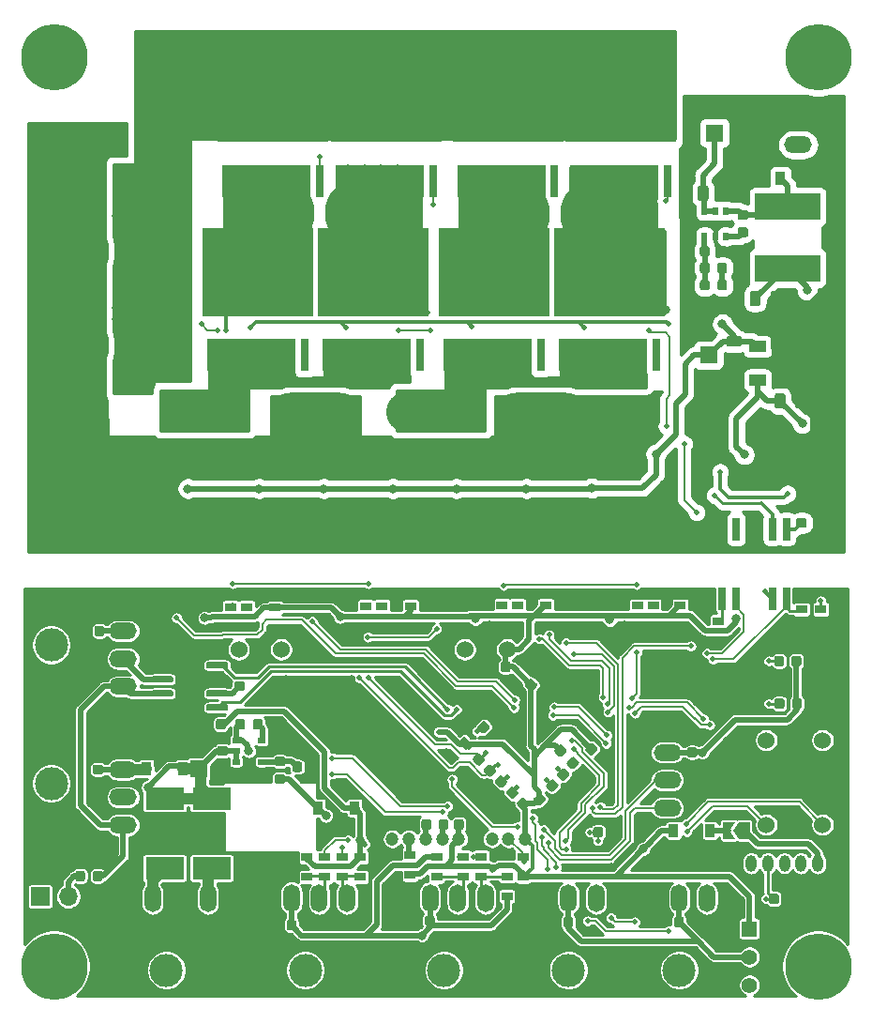
<source format=gbr>
G04 #@! TF.GenerationSoftware,KiCad,Pcbnew,(5.1.5)-3*
G04 #@! TF.CreationDate,2020-05-02T16:14:21+09:00*
G04 #@! TF.ProjectId,SteerMD,53746565-724d-4442-9e6b-696361645f70,rev?*
G04 #@! TF.SameCoordinates,Original*
G04 #@! TF.FileFunction,Copper,L2,Bot*
G04 #@! TF.FilePolarity,Positive*
%FSLAX46Y46*%
G04 Gerber Fmt 4.6, Leading zero omitted, Abs format (unit mm)*
G04 Created by KiCad (PCBNEW (5.1.5)-3) date 2020-05-02 16:14:21*
%MOMM*%
%LPD*%
G04 APERTURE LIST*
%ADD10C,1.524000*%
%ADD11O,8.000000X3.500000*%
%ADD12R,10.000000X8.000000*%
%ADD13R,0.800000X3.000000*%
%ADD14R,8.000000X3.000000*%
%ADD15C,6.000000*%
%ADD16C,0.100000*%
%ADD17C,1.200000*%
%ADD18O,1.500000X2.500000*%
%ADD19C,3.000000*%
%ADD20O,2.500000X1.500000*%
%ADD21O,1.000000X1.524000*%
%ADD22C,6.500000*%
%ADD23R,0.900000X1.200000*%
%ADD24R,1.600000X1.600000*%
%ADD25C,1.600000*%
%ADD26R,1.700000X1.700000*%
%ADD27O,1.700000X1.700000*%
%ADD28R,5.900000X2.450000*%
%ADD29R,0.640000X2.000000*%
%ADD30R,1.500000X1.000000*%
%ADD31R,1.800000X1.000000*%
%ADD32R,1.840000X2.200000*%
%ADD33R,3.500000X2.000000*%
%ADD34R,1.397000X1.397000*%
%ADD35C,1.397000*%
%ADD36R,1.000000X0.800000*%
%ADD37R,0.700000X0.510000*%
%ADD38R,0.510000X0.700000*%
%ADD39C,0.500000*%
%ADD40C,0.800000*%
%ADD41C,1.000000*%
%ADD42C,1.500000*%
%ADD43C,0.500000*%
%ADD44C,0.250000*%
%ADD45C,0.200000*%
%ADD46C,0.300000*%
%ADD47C,1.000000*%
%ADD48C,0.254000*%
G04 APERTURE END LIST*
D10*
X96000000Y-107400000D03*
X94090000Y-107400000D03*
X92180000Y-107400000D03*
D11*
X89090000Y-86000000D03*
X99090000Y-86000000D03*
X119500000Y-86000000D03*
X109500000Y-86000000D03*
D10*
X112590000Y-107400000D03*
X114500000Y-107400000D03*
X116410000Y-107400000D03*
D12*
X104350000Y-73350000D03*
D13*
X108550000Y-80850000D03*
D14*
X103750000Y-80850000D03*
D15*
X124250000Y-68100000D03*
X117250000Y-68100000D03*
X103000000Y-68075000D03*
X96000000Y-68075000D03*
D10*
X144890000Y-115590000D03*
X142350000Y-115590000D03*
X139810000Y-115590000D03*
X139810000Y-123210000D03*
X142350000Y-123210000D03*
X144890000Y-123210000D03*
G04 #@! TA.AperFunction,SMDPad,CuDef*
D16*
G36*
X116527691Y-108501053D02*
G01*
X116548926Y-108504203D01*
X116569750Y-108509419D01*
X116589962Y-108516651D01*
X116609368Y-108525830D01*
X116627781Y-108536866D01*
X116645024Y-108549654D01*
X116660930Y-108564070D01*
X116675346Y-108579976D01*
X116688134Y-108597219D01*
X116699170Y-108615632D01*
X116708349Y-108635038D01*
X116715581Y-108655250D01*
X116720797Y-108676074D01*
X116723947Y-108697309D01*
X116725000Y-108718750D01*
X116725000Y-109231250D01*
X116723947Y-109252691D01*
X116720797Y-109273926D01*
X116715581Y-109294750D01*
X116708349Y-109314962D01*
X116699170Y-109334368D01*
X116688134Y-109352781D01*
X116675346Y-109370024D01*
X116660930Y-109385930D01*
X116645024Y-109400346D01*
X116627781Y-109413134D01*
X116609368Y-109424170D01*
X116589962Y-109433349D01*
X116569750Y-109440581D01*
X116548926Y-109445797D01*
X116527691Y-109448947D01*
X116506250Y-109450000D01*
X116068750Y-109450000D01*
X116047309Y-109448947D01*
X116026074Y-109445797D01*
X116005250Y-109440581D01*
X115985038Y-109433349D01*
X115965632Y-109424170D01*
X115947219Y-109413134D01*
X115929976Y-109400346D01*
X115914070Y-109385930D01*
X115899654Y-109370024D01*
X115886866Y-109352781D01*
X115875830Y-109334368D01*
X115866651Y-109314962D01*
X115859419Y-109294750D01*
X115854203Y-109273926D01*
X115851053Y-109252691D01*
X115850000Y-109231250D01*
X115850000Y-108718750D01*
X115851053Y-108697309D01*
X115854203Y-108676074D01*
X115859419Y-108655250D01*
X115866651Y-108635038D01*
X115875830Y-108615632D01*
X115886866Y-108597219D01*
X115899654Y-108579976D01*
X115914070Y-108564070D01*
X115929976Y-108549654D01*
X115947219Y-108536866D01*
X115965632Y-108525830D01*
X115985038Y-108516651D01*
X116005250Y-108509419D01*
X116026074Y-108504203D01*
X116047309Y-108501053D01*
X116068750Y-108500000D01*
X116506250Y-108500000D01*
X116527691Y-108501053D01*
G37*
G04 #@! TD.AperFunction*
G04 #@! TA.AperFunction,SMDPad,CuDef*
G36*
X114952691Y-108501053D02*
G01*
X114973926Y-108504203D01*
X114994750Y-108509419D01*
X115014962Y-108516651D01*
X115034368Y-108525830D01*
X115052781Y-108536866D01*
X115070024Y-108549654D01*
X115085930Y-108564070D01*
X115100346Y-108579976D01*
X115113134Y-108597219D01*
X115124170Y-108615632D01*
X115133349Y-108635038D01*
X115140581Y-108655250D01*
X115145797Y-108676074D01*
X115148947Y-108697309D01*
X115150000Y-108718750D01*
X115150000Y-109231250D01*
X115148947Y-109252691D01*
X115145797Y-109273926D01*
X115140581Y-109294750D01*
X115133349Y-109314962D01*
X115124170Y-109334368D01*
X115113134Y-109352781D01*
X115100346Y-109370024D01*
X115085930Y-109385930D01*
X115070024Y-109400346D01*
X115052781Y-109413134D01*
X115034368Y-109424170D01*
X115014962Y-109433349D01*
X114994750Y-109440581D01*
X114973926Y-109445797D01*
X114952691Y-109448947D01*
X114931250Y-109450000D01*
X114493750Y-109450000D01*
X114472309Y-109448947D01*
X114451074Y-109445797D01*
X114430250Y-109440581D01*
X114410038Y-109433349D01*
X114390632Y-109424170D01*
X114372219Y-109413134D01*
X114354976Y-109400346D01*
X114339070Y-109385930D01*
X114324654Y-109370024D01*
X114311866Y-109352781D01*
X114300830Y-109334368D01*
X114291651Y-109314962D01*
X114284419Y-109294750D01*
X114279203Y-109273926D01*
X114276053Y-109252691D01*
X114275000Y-109231250D01*
X114275000Y-108718750D01*
X114276053Y-108697309D01*
X114279203Y-108676074D01*
X114284419Y-108655250D01*
X114291651Y-108635038D01*
X114300830Y-108615632D01*
X114311866Y-108597219D01*
X114324654Y-108579976D01*
X114339070Y-108564070D01*
X114354976Y-108549654D01*
X114372219Y-108536866D01*
X114390632Y-108525830D01*
X114410038Y-108516651D01*
X114430250Y-108509419D01*
X114451074Y-108504203D01*
X114472309Y-108501053D01*
X114493750Y-108500000D01*
X114931250Y-108500000D01*
X114952691Y-108501053D01*
G37*
G04 #@! TD.AperFunction*
D17*
X118050000Y-124500000D03*
X116550000Y-124500000D03*
X115050000Y-124500000D03*
X113550000Y-124500000D03*
X112050000Y-124500000D03*
X110550000Y-124500000D03*
X109050000Y-124500000D03*
X107550000Y-124500000D03*
X106050000Y-124500000D03*
D18*
X81900000Y-129850000D03*
X84400000Y-129850000D03*
X86900000Y-129850000D03*
X89400000Y-129850000D03*
D19*
X85650000Y-136350000D03*
G04 #@! TA.AperFunction,SMDPad,CuDef*
D16*
G36*
X116851771Y-119789580D02*
G01*
X116873006Y-119792730D01*
X116893830Y-119797946D01*
X116914042Y-119805178D01*
X116933448Y-119814357D01*
X116951861Y-119825393D01*
X116969104Y-119838181D01*
X116985010Y-119852597D01*
X117347403Y-120214990D01*
X117361819Y-120230896D01*
X117374607Y-120248139D01*
X117385643Y-120266552D01*
X117394822Y-120285958D01*
X117402054Y-120306170D01*
X117407270Y-120326994D01*
X117410420Y-120348229D01*
X117411473Y-120369670D01*
X117410420Y-120391111D01*
X117407270Y-120412346D01*
X117402054Y-120433170D01*
X117394822Y-120453382D01*
X117385643Y-120472788D01*
X117374607Y-120491201D01*
X117361819Y-120508444D01*
X117347403Y-120524350D01*
X117038044Y-120833709D01*
X117022138Y-120848125D01*
X117004895Y-120860913D01*
X116986482Y-120871949D01*
X116967076Y-120881128D01*
X116946864Y-120888360D01*
X116926040Y-120893576D01*
X116904805Y-120896726D01*
X116883364Y-120897779D01*
X116861923Y-120896726D01*
X116840688Y-120893576D01*
X116819864Y-120888360D01*
X116799652Y-120881128D01*
X116780246Y-120871949D01*
X116761833Y-120860913D01*
X116744590Y-120848125D01*
X116728684Y-120833709D01*
X116366291Y-120471316D01*
X116351875Y-120455410D01*
X116339087Y-120438167D01*
X116328051Y-120419754D01*
X116318872Y-120400348D01*
X116311640Y-120380136D01*
X116306424Y-120359312D01*
X116303274Y-120338077D01*
X116302221Y-120316636D01*
X116303274Y-120295195D01*
X116306424Y-120273960D01*
X116311640Y-120253136D01*
X116318872Y-120232924D01*
X116328051Y-120213518D01*
X116339087Y-120195105D01*
X116351875Y-120177862D01*
X116366291Y-120161956D01*
X116675650Y-119852597D01*
X116691556Y-119838181D01*
X116708799Y-119825393D01*
X116727212Y-119814357D01*
X116746618Y-119805178D01*
X116766830Y-119797946D01*
X116787654Y-119792730D01*
X116808889Y-119789580D01*
X116830330Y-119788527D01*
X116851771Y-119789580D01*
G37*
G04 #@! TD.AperFunction*
G04 #@! TA.AperFunction,SMDPad,CuDef*
G36*
X115738077Y-120903274D02*
G01*
X115759312Y-120906424D01*
X115780136Y-120911640D01*
X115800348Y-120918872D01*
X115819754Y-120928051D01*
X115838167Y-120939087D01*
X115855410Y-120951875D01*
X115871316Y-120966291D01*
X116233709Y-121328684D01*
X116248125Y-121344590D01*
X116260913Y-121361833D01*
X116271949Y-121380246D01*
X116281128Y-121399652D01*
X116288360Y-121419864D01*
X116293576Y-121440688D01*
X116296726Y-121461923D01*
X116297779Y-121483364D01*
X116296726Y-121504805D01*
X116293576Y-121526040D01*
X116288360Y-121546864D01*
X116281128Y-121567076D01*
X116271949Y-121586482D01*
X116260913Y-121604895D01*
X116248125Y-121622138D01*
X116233709Y-121638044D01*
X115924350Y-121947403D01*
X115908444Y-121961819D01*
X115891201Y-121974607D01*
X115872788Y-121985643D01*
X115853382Y-121994822D01*
X115833170Y-122002054D01*
X115812346Y-122007270D01*
X115791111Y-122010420D01*
X115769670Y-122011473D01*
X115748229Y-122010420D01*
X115726994Y-122007270D01*
X115706170Y-122002054D01*
X115685958Y-121994822D01*
X115666552Y-121985643D01*
X115648139Y-121974607D01*
X115630896Y-121961819D01*
X115614990Y-121947403D01*
X115252597Y-121585010D01*
X115238181Y-121569104D01*
X115225393Y-121551861D01*
X115214357Y-121533448D01*
X115205178Y-121514042D01*
X115197946Y-121493830D01*
X115192730Y-121473006D01*
X115189580Y-121451771D01*
X115188527Y-121430330D01*
X115189580Y-121408889D01*
X115192730Y-121387654D01*
X115197946Y-121366830D01*
X115205178Y-121346618D01*
X115214357Y-121327212D01*
X115225393Y-121308799D01*
X115238181Y-121291556D01*
X115252597Y-121275650D01*
X115561956Y-120966291D01*
X115577862Y-120951875D01*
X115595105Y-120939087D01*
X115613518Y-120928051D01*
X115632924Y-120918872D01*
X115653136Y-120911640D01*
X115673960Y-120906424D01*
X115695195Y-120903274D01*
X115716636Y-120902221D01*
X115738077Y-120903274D01*
G37*
G04 #@! TD.AperFunction*
D20*
X81750000Y-115750000D03*
X81750000Y-118250000D03*
X81750000Y-120750000D03*
X81750000Y-123250000D03*
D19*
X75250000Y-119500000D03*
X75250000Y-107000000D03*
D20*
X81750000Y-110750000D03*
X81750000Y-108250000D03*
X81750000Y-105750000D03*
X81750000Y-103250000D03*
D19*
X98200000Y-136350000D03*
D18*
X101950000Y-129850000D03*
X99450000Y-129850000D03*
X96950000Y-129850000D03*
X94450000Y-129850000D03*
X106950000Y-129850000D03*
X109450000Y-129850000D03*
X111950000Y-129850000D03*
X114450000Y-129850000D03*
D19*
X110700000Y-136350000D03*
D20*
X142700000Y-59400000D03*
X142700000Y-61900000D03*
X130875000Y-121700000D03*
X130875000Y-119200000D03*
X130875000Y-116700000D03*
X130875000Y-114200000D03*
D21*
X145950000Y-126700000D03*
X144450000Y-126700000D03*
X142950000Y-126700000D03*
X141450000Y-126700000D03*
X139950000Y-126700000D03*
X138450000Y-126700000D03*
D22*
X77200000Y-80000000D03*
X84200000Y-80000000D03*
X84200000Y-71500000D03*
X77200000Y-71500000D03*
G04 #@! TA.AperFunction,SMDPad,CuDef*
D16*
G36*
X113241111Y-112764580D02*
G01*
X113262346Y-112767730D01*
X113283170Y-112772946D01*
X113303382Y-112780178D01*
X113322788Y-112789357D01*
X113341201Y-112800393D01*
X113358444Y-112813181D01*
X113374350Y-112827597D01*
X113683709Y-113136956D01*
X113698125Y-113152862D01*
X113710913Y-113170105D01*
X113721949Y-113188518D01*
X113731128Y-113207924D01*
X113738360Y-113228136D01*
X113743576Y-113248960D01*
X113746726Y-113270195D01*
X113747779Y-113291636D01*
X113746726Y-113313077D01*
X113743576Y-113334312D01*
X113738360Y-113355136D01*
X113731128Y-113375348D01*
X113721949Y-113394754D01*
X113710913Y-113413167D01*
X113698125Y-113430410D01*
X113683709Y-113446316D01*
X113321316Y-113808709D01*
X113305410Y-113823125D01*
X113288167Y-113835913D01*
X113269754Y-113846949D01*
X113250348Y-113856128D01*
X113230136Y-113863360D01*
X113209312Y-113868576D01*
X113188077Y-113871726D01*
X113166636Y-113872779D01*
X113145195Y-113871726D01*
X113123960Y-113868576D01*
X113103136Y-113863360D01*
X113082924Y-113856128D01*
X113063518Y-113846949D01*
X113045105Y-113835913D01*
X113027862Y-113823125D01*
X113011956Y-113808709D01*
X112702597Y-113499350D01*
X112688181Y-113483444D01*
X112675393Y-113466201D01*
X112664357Y-113447788D01*
X112655178Y-113428382D01*
X112647946Y-113408170D01*
X112642730Y-113387346D01*
X112639580Y-113366111D01*
X112638527Y-113344670D01*
X112639580Y-113323229D01*
X112642730Y-113301994D01*
X112647946Y-113281170D01*
X112655178Y-113260958D01*
X112664357Y-113241552D01*
X112675393Y-113223139D01*
X112688181Y-113205896D01*
X112702597Y-113189990D01*
X113064990Y-112827597D01*
X113080896Y-112813181D01*
X113098139Y-112800393D01*
X113116552Y-112789357D01*
X113135958Y-112780178D01*
X113156170Y-112772946D01*
X113176994Y-112767730D01*
X113198229Y-112764580D01*
X113219670Y-112763527D01*
X113241111Y-112764580D01*
G37*
G04 #@! TD.AperFunction*
G04 #@! TA.AperFunction,SMDPad,CuDef*
G36*
X114354805Y-113878274D02*
G01*
X114376040Y-113881424D01*
X114396864Y-113886640D01*
X114417076Y-113893872D01*
X114436482Y-113903051D01*
X114454895Y-113914087D01*
X114472138Y-113926875D01*
X114488044Y-113941291D01*
X114797403Y-114250650D01*
X114811819Y-114266556D01*
X114824607Y-114283799D01*
X114835643Y-114302212D01*
X114844822Y-114321618D01*
X114852054Y-114341830D01*
X114857270Y-114362654D01*
X114860420Y-114383889D01*
X114861473Y-114405330D01*
X114860420Y-114426771D01*
X114857270Y-114448006D01*
X114852054Y-114468830D01*
X114844822Y-114489042D01*
X114835643Y-114508448D01*
X114824607Y-114526861D01*
X114811819Y-114544104D01*
X114797403Y-114560010D01*
X114435010Y-114922403D01*
X114419104Y-114936819D01*
X114401861Y-114949607D01*
X114383448Y-114960643D01*
X114364042Y-114969822D01*
X114343830Y-114977054D01*
X114323006Y-114982270D01*
X114301771Y-114985420D01*
X114280330Y-114986473D01*
X114258889Y-114985420D01*
X114237654Y-114982270D01*
X114216830Y-114977054D01*
X114196618Y-114969822D01*
X114177212Y-114960643D01*
X114158799Y-114949607D01*
X114141556Y-114936819D01*
X114125650Y-114922403D01*
X113816291Y-114613044D01*
X113801875Y-114597138D01*
X113789087Y-114579895D01*
X113778051Y-114561482D01*
X113768872Y-114542076D01*
X113761640Y-114521864D01*
X113756424Y-114501040D01*
X113753274Y-114479805D01*
X113752221Y-114458364D01*
X113753274Y-114436923D01*
X113756424Y-114415688D01*
X113761640Y-114394864D01*
X113768872Y-114374652D01*
X113778051Y-114355246D01*
X113789087Y-114336833D01*
X113801875Y-114319590D01*
X113816291Y-114303684D01*
X114178684Y-113941291D01*
X114194590Y-113926875D01*
X114211833Y-113914087D01*
X114230246Y-113903051D01*
X114249652Y-113893872D01*
X114269864Y-113886640D01*
X114290688Y-113881424D01*
X114311923Y-113878274D01*
X114333364Y-113877221D01*
X114354805Y-113878274D01*
G37*
G04 #@! TD.AperFunction*
D23*
X141100000Y-64950000D03*
X137800000Y-64950000D03*
D14*
X93350000Y-80850000D03*
D13*
X98150000Y-80850000D03*
D12*
X93950000Y-73350000D03*
D23*
X87150000Y-118150000D03*
X83850000Y-118150000D03*
G04 #@! TA.AperFunction,SMDPad,CuDef*
D16*
G36*
X79677691Y-127376053D02*
G01*
X79698926Y-127379203D01*
X79719750Y-127384419D01*
X79739962Y-127391651D01*
X79759368Y-127400830D01*
X79777781Y-127411866D01*
X79795024Y-127424654D01*
X79810930Y-127439070D01*
X79825346Y-127454976D01*
X79838134Y-127472219D01*
X79849170Y-127490632D01*
X79858349Y-127510038D01*
X79865581Y-127530250D01*
X79870797Y-127551074D01*
X79873947Y-127572309D01*
X79875000Y-127593750D01*
X79875000Y-128106250D01*
X79873947Y-128127691D01*
X79870797Y-128148926D01*
X79865581Y-128169750D01*
X79858349Y-128189962D01*
X79849170Y-128209368D01*
X79838134Y-128227781D01*
X79825346Y-128245024D01*
X79810930Y-128260930D01*
X79795024Y-128275346D01*
X79777781Y-128288134D01*
X79759368Y-128299170D01*
X79739962Y-128308349D01*
X79719750Y-128315581D01*
X79698926Y-128320797D01*
X79677691Y-128323947D01*
X79656250Y-128325000D01*
X79218750Y-128325000D01*
X79197309Y-128323947D01*
X79176074Y-128320797D01*
X79155250Y-128315581D01*
X79135038Y-128308349D01*
X79115632Y-128299170D01*
X79097219Y-128288134D01*
X79079976Y-128275346D01*
X79064070Y-128260930D01*
X79049654Y-128245024D01*
X79036866Y-128227781D01*
X79025830Y-128209368D01*
X79016651Y-128189962D01*
X79009419Y-128169750D01*
X79004203Y-128148926D01*
X79001053Y-128127691D01*
X79000000Y-128106250D01*
X79000000Y-127593750D01*
X79001053Y-127572309D01*
X79004203Y-127551074D01*
X79009419Y-127530250D01*
X79016651Y-127510038D01*
X79025830Y-127490632D01*
X79036866Y-127472219D01*
X79049654Y-127454976D01*
X79064070Y-127439070D01*
X79079976Y-127424654D01*
X79097219Y-127411866D01*
X79115632Y-127400830D01*
X79135038Y-127391651D01*
X79155250Y-127384419D01*
X79176074Y-127379203D01*
X79197309Y-127376053D01*
X79218750Y-127375000D01*
X79656250Y-127375000D01*
X79677691Y-127376053D01*
G37*
G04 #@! TD.AperFunction*
G04 #@! TA.AperFunction,SMDPad,CuDef*
G36*
X78102691Y-127376053D02*
G01*
X78123926Y-127379203D01*
X78144750Y-127384419D01*
X78164962Y-127391651D01*
X78184368Y-127400830D01*
X78202781Y-127411866D01*
X78220024Y-127424654D01*
X78235930Y-127439070D01*
X78250346Y-127454976D01*
X78263134Y-127472219D01*
X78274170Y-127490632D01*
X78283349Y-127510038D01*
X78290581Y-127530250D01*
X78295797Y-127551074D01*
X78298947Y-127572309D01*
X78300000Y-127593750D01*
X78300000Y-128106250D01*
X78298947Y-128127691D01*
X78295797Y-128148926D01*
X78290581Y-128169750D01*
X78283349Y-128189962D01*
X78274170Y-128209368D01*
X78263134Y-128227781D01*
X78250346Y-128245024D01*
X78235930Y-128260930D01*
X78220024Y-128275346D01*
X78202781Y-128288134D01*
X78184368Y-128299170D01*
X78164962Y-128308349D01*
X78144750Y-128315581D01*
X78123926Y-128320797D01*
X78102691Y-128323947D01*
X78081250Y-128325000D01*
X77643750Y-128325000D01*
X77622309Y-128323947D01*
X77601074Y-128320797D01*
X77580250Y-128315581D01*
X77560038Y-128308349D01*
X77540632Y-128299170D01*
X77522219Y-128288134D01*
X77504976Y-128275346D01*
X77489070Y-128260930D01*
X77474654Y-128245024D01*
X77461866Y-128227781D01*
X77450830Y-128209368D01*
X77441651Y-128189962D01*
X77434419Y-128169750D01*
X77429203Y-128148926D01*
X77426053Y-128127691D01*
X77425000Y-128106250D01*
X77425000Y-127593750D01*
X77426053Y-127572309D01*
X77429203Y-127551074D01*
X77434419Y-127530250D01*
X77441651Y-127510038D01*
X77450830Y-127490632D01*
X77461866Y-127472219D01*
X77474654Y-127454976D01*
X77489070Y-127439070D01*
X77504976Y-127424654D01*
X77522219Y-127411866D01*
X77540632Y-127400830D01*
X77560038Y-127391651D01*
X77580250Y-127384419D01*
X77601074Y-127379203D01*
X77622309Y-127376053D01*
X77643750Y-127375000D01*
X78081250Y-127375000D01*
X78102691Y-127376053D01*
G37*
G04 #@! TD.AperFunction*
G04 #@! TA.AperFunction,SMDPad,CuDef*
G36*
X115851771Y-118789580D02*
G01*
X115873006Y-118792730D01*
X115893830Y-118797946D01*
X115914042Y-118805178D01*
X115933448Y-118814357D01*
X115951861Y-118825393D01*
X115969104Y-118838181D01*
X115985010Y-118852597D01*
X116347403Y-119214990D01*
X116361819Y-119230896D01*
X116374607Y-119248139D01*
X116385643Y-119266552D01*
X116394822Y-119285958D01*
X116402054Y-119306170D01*
X116407270Y-119326994D01*
X116410420Y-119348229D01*
X116411473Y-119369670D01*
X116410420Y-119391111D01*
X116407270Y-119412346D01*
X116402054Y-119433170D01*
X116394822Y-119453382D01*
X116385643Y-119472788D01*
X116374607Y-119491201D01*
X116361819Y-119508444D01*
X116347403Y-119524350D01*
X116038044Y-119833709D01*
X116022138Y-119848125D01*
X116004895Y-119860913D01*
X115986482Y-119871949D01*
X115967076Y-119881128D01*
X115946864Y-119888360D01*
X115926040Y-119893576D01*
X115904805Y-119896726D01*
X115883364Y-119897779D01*
X115861923Y-119896726D01*
X115840688Y-119893576D01*
X115819864Y-119888360D01*
X115799652Y-119881128D01*
X115780246Y-119871949D01*
X115761833Y-119860913D01*
X115744590Y-119848125D01*
X115728684Y-119833709D01*
X115366291Y-119471316D01*
X115351875Y-119455410D01*
X115339087Y-119438167D01*
X115328051Y-119419754D01*
X115318872Y-119400348D01*
X115311640Y-119380136D01*
X115306424Y-119359312D01*
X115303274Y-119338077D01*
X115302221Y-119316636D01*
X115303274Y-119295195D01*
X115306424Y-119273960D01*
X115311640Y-119253136D01*
X115318872Y-119232924D01*
X115328051Y-119213518D01*
X115339087Y-119195105D01*
X115351875Y-119177862D01*
X115366291Y-119161956D01*
X115675650Y-118852597D01*
X115691556Y-118838181D01*
X115708799Y-118825393D01*
X115727212Y-118814357D01*
X115746618Y-118805178D01*
X115766830Y-118797946D01*
X115787654Y-118792730D01*
X115808889Y-118789580D01*
X115830330Y-118788527D01*
X115851771Y-118789580D01*
G37*
G04 #@! TD.AperFunction*
G04 #@! TA.AperFunction,SMDPad,CuDef*
G36*
X114738077Y-119903274D02*
G01*
X114759312Y-119906424D01*
X114780136Y-119911640D01*
X114800348Y-119918872D01*
X114819754Y-119928051D01*
X114838167Y-119939087D01*
X114855410Y-119951875D01*
X114871316Y-119966291D01*
X115233709Y-120328684D01*
X115248125Y-120344590D01*
X115260913Y-120361833D01*
X115271949Y-120380246D01*
X115281128Y-120399652D01*
X115288360Y-120419864D01*
X115293576Y-120440688D01*
X115296726Y-120461923D01*
X115297779Y-120483364D01*
X115296726Y-120504805D01*
X115293576Y-120526040D01*
X115288360Y-120546864D01*
X115281128Y-120567076D01*
X115271949Y-120586482D01*
X115260913Y-120604895D01*
X115248125Y-120622138D01*
X115233709Y-120638044D01*
X114924350Y-120947403D01*
X114908444Y-120961819D01*
X114891201Y-120974607D01*
X114872788Y-120985643D01*
X114853382Y-120994822D01*
X114833170Y-121002054D01*
X114812346Y-121007270D01*
X114791111Y-121010420D01*
X114769670Y-121011473D01*
X114748229Y-121010420D01*
X114726994Y-121007270D01*
X114706170Y-121002054D01*
X114685958Y-120994822D01*
X114666552Y-120985643D01*
X114648139Y-120974607D01*
X114630896Y-120961819D01*
X114614990Y-120947403D01*
X114252597Y-120585010D01*
X114238181Y-120569104D01*
X114225393Y-120551861D01*
X114214357Y-120533448D01*
X114205178Y-120514042D01*
X114197946Y-120493830D01*
X114192730Y-120473006D01*
X114189580Y-120451771D01*
X114188527Y-120430330D01*
X114189580Y-120408889D01*
X114192730Y-120387654D01*
X114197946Y-120366830D01*
X114205178Y-120346618D01*
X114214357Y-120327212D01*
X114225393Y-120308799D01*
X114238181Y-120291556D01*
X114252597Y-120275650D01*
X114561956Y-119966291D01*
X114577862Y-119951875D01*
X114595105Y-119939087D01*
X114613518Y-119928051D01*
X114632924Y-119918872D01*
X114653136Y-119911640D01*
X114673960Y-119906424D01*
X114695195Y-119903274D01*
X114716636Y-119902221D01*
X114738077Y-119903274D01*
G37*
G04 #@! TD.AperFunction*
G04 #@! TA.AperFunction,SMDPad,CuDef*
G36*
X142327691Y-129426053D02*
G01*
X142348926Y-129429203D01*
X142369750Y-129434419D01*
X142389962Y-129441651D01*
X142409368Y-129450830D01*
X142427781Y-129461866D01*
X142445024Y-129474654D01*
X142460930Y-129489070D01*
X142475346Y-129504976D01*
X142488134Y-129522219D01*
X142499170Y-129540632D01*
X142508349Y-129560038D01*
X142515581Y-129580250D01*
X142520797Y-129601074D01*
X142523947Y-129622309D01*
X142525000Y-129643750D01*
X142525000Y-130156250D01*
X142523947Y-130177691D01*
X142520797Y-130198926D01*
X142515581Y-130219750D01*
X142508349Y-130239962D01*
X142499170Y-130259368D01*
X142488134Y-130277781D01*
X142475346Y-130295024D01*
X142460930Y-130310930D01*
X142445024Y-130325346D01*
X142427781Y-130338134D01*
X142409368Y-130349170D01*
X142389962Y-130358349D01*
X142369750Y-130365581D01*
X142348926Y-130370797D01*
X142327691Y-130373947D01*
X142306250Y-130375000D01*
X141868750Y-130375000D01*
X141847309Y-130373947D01*
X141826074Y-130370797D01*
X141805250Y-130365581D01*
X141785038Y-130358349D01*
X141765632Y-130349170D01*
X141747219Y-130338134D01*
X141729976Y-130325346D01*
X141714070Y-130310930D01*
X141699654Y-130295024D01*
X141686866Y-130277781D01*
X141675830Y-130259368D01*
X141666651Y-130239962D01*
X141659419Y-130219750D01*
X141654203Y-130198926D01*
X141651053Y-130177691D01*
X141650000Y-130156250D01*
X141650000Y-129643750D01*
X141651053Y-129622309D01*
X141654203Y-129601074D01*
X141659419Y-129580250D01*
X141666651Y-129560038D01*
X141675830Y-129540632D01*
X141686866Y-129522219D01*
X141699654Y-129504976D01*
X141714070Y-129489070D01*
X141729976Y-129474654D01*
X141747219Y-129461866D01*
X141765632Y-129450830D01*
X141785038Y-129441651D01*
X141805250Y-129434419D01*
X141826074Y-129429203D01*
X141847309Y-129426053D01*
X141868750Y-129425000D01*
X142306250Y-129425000D01*
X142327691Y-129426053D01*
G37*
G04 #@! TD.AperFunction*
G04 #@! TA.AperFunction,SMDPad,CuDef*
G36*
X140752691Y-129426053D02*
G01*
X140773926Y-129429203D01*
X140794750Y-129434419D01*
X140814962Y-129441651D01*
X140834368Y-129450830D01*
X140852781Y-129461866D01*
X140870024Y-129474654D01*
X140885930Y-129489070D01*
X140900346Y-129504976D01*
X140913134Y-129522219D01*
X140924170Y-129540632D01*
X140933349Y-129560038D01*
X140940581Y-129580250D01*
X140945797Y-129601074D01*
X140948947Y-129622309D01*
X140950000Y-129643750D01*
X140950000Y-130156250D01*
X140948947Y-130177691D01*
X140945797Y-130198926D01*
X140940581Y-130219750D01*
X140933349Y-130239962D01*
X140924170Y-130259368D01*
X140913134Y-130277781D01*
X140900346Y-130295024D01*
X140885930Y-130310930D01*
X140870024Y-130325346D01*
X140852781Y-130338134D01*
X140834368Y-130349170D01*
X140814962Y-130358349D01*
X140794750Y-130365581D01*
X140773926Y-130370797D01*
X140752691Y-130373947D01*
X140731250Y-130375000D01*
X140293750Y-130375000D01*
X140272309Y-130373947D01*
X140251074Y-130370797D01*
X140230250Y-130365581D01*
X140210038Y-130358349D01*
X140190632Y-130349170D01*
X140172219Y-130338134D01*
X140154976Y-130325346D01*
X140139070Y-130310930D01*
X140124654Y-130295024D01*
X140111866Y-130277781D01*
X140100830Y-130259368D01*
X140091651Y-130239962D01*
X140084419Y-130219750D01*
X140079203Y-130198926D01*
X140076053Y-130177691D01*
X140075000Y-130156250D01*
X140075000Y-129643750D01*
X140076053Y-129622309D01*
X140079203Y-129601074D01*
X140084419Y-129580250D01*
X140091651Y-129560038D01*
X140100830Y-129540632D01*
X140111866Y-129522219D01*
X140124654Y-129504976D01*
X140139070Y-129489070D01*
X140154976Y-129474654D01*
X140172219Y-129461866D01*
X140190632Y-129450830D01*
X140210038Y-129441651D01*
X140230250Y-129434419D01*
X140251074Y-129429203D01*
X140272309Y-129426053D01*
X140293750Y-129425000D01*
X140731250Y-129425000D01*
X140752691Y-129426053D01*
G37*
G04 #@! TD.AperFunction*
G04 #@! TA.AperFunction,SMDPad,CuDef*
G36*
X119391111Y-120364580D02*
G01*
X119412346Y-120367730D01*
X119433170Y-120372946D01*
X119453382Y-120380178D01*
X119472788Y-120389357D01*
X119491201Y-120400393D01*
X119508444Y-120413181D01*
X119524350Y-120427597D01*
X119833709Y-120736956D01*
X119848125Y-120752862D01*
X119860913Y-120770105D01*
X119871949Y-120788518D01*
X119881128Y-120807924D01*
X119888360Y-120828136D01*
X119893576Y-120848960D01*
X119896726Y-120870195D01*
X119897779Y-120891636D01*
X119896726Y-120913077D01*
X119893576Y-120934312D01*
X119888360Y-120955136D01*
X119881128Y-120975348D01*
X119871949Y-120994754D01*
X119860913Y-121013167D01*
X119848125Y-121030410D01*
X119833709Y-121046316D01*
X119471316Y-121408709D01*
X119455410Y-121423125D01*
X119438167Y-121435913D01*
X119419754Y-121446949D01*
X119400348Y-121456128D01*
X119380136Y-121463360D01*
X119359312Y-121468576D01*
X119338077Y-121471726D01*
X119316636Y-121472779D01*
X119295195Y-121471726D01*
X119273960Y-121468576D01*
X119253136Y-121463360D01*
X119232924Y-121456128D01*
X119213518Y-121446949D01*
X119195105Y-121435913D01*
X119177862Y-121423125D01*
X119161956Y-121408709D01*
X118852597Y-121099350D01*
X118838181Y-121083444D01*
X118825393Y-121066201D01*
X118814357Y-121047788D01*
X118805178Y-121028382D01*
X118797946Y-121008170D01*
X118792730Y-120987346D01*
X118789580Y-120966111D01*
X118788527Y-120944670D01*
X118789580Y-120923229D01*
X118792730Y-120901994D01*
X118797946Y-120881170D01*
X118805178Y-120860958D01*
X118814357Y-120841552D01*
X118825393Y-120823139D01*
X118838181Y-120805896D01*
X118852597Y-120789990D01*
X119214990Y-120427597D01*
X119230896Y-120413181D01*
X119248139Y-120400393D01*
X119266552Y-120389357D01*
X119285958Y-120380178D01*
X119306170Y-120372946D01*
X119326994Y-120367730D01*
X119348229Y-120364580D01*
X119369670Y-120363527D01*
X119391111Y-120364580D01*
G37*
G04 #@! TD.AperFunction*
G04 #@! TA.AperFunction,SMDPad,CuDef*
G36*
X120504805Y-121478274D02*
G01*
X120526040Y-121481424D01*
X120546864Y-121486640D01*
X120567076Y-121493872D01*
X120586482Y-121503051D01*
X120604895Y-121514087D01*
X120622138Y-121526875D01*
X120638044Y-121541291D01*
X120947403Y-121850650D01*
X120961819Y-121866556D01*
X120974607Y-121883799D01*
X120985643Y-121902212D01*
X120994822Y-121921618D01*
X121002054Y-121941830D01*
X121007270Y-121962654D01*
X121010420Y-121983889D01*
X121011473Y-122005330D01*
X121010420Y-122026771D01*
X121007270Y-122048006D01*
X121002054Y-122068830D01*
X120994822Y-122089042D01*
X120985643Y-122108448D01*
X120974607Y-122126861D01*
X120961819Y-122144104D01*
X120947403Y-122160010D01*
X120585010Y-122522403D01*
X120569104Y-122536819D01*
X120551861Y-122549607D01*
X120533448Y-122560643D01*
X120514042Y-122569822D01*
X120493830Y-122577054D01*
X120473006Y-122582270D01*
X120451771Y-122585420D01*
X120430330Y-122586473D01*
X120408889Y-122585420D01*
X120387654Y-122582270D01*
X120366830Y-122577054D01*
X120346618Y-122569822D01*
X120327212Y-122560643D01*
X120308799Y-122549607D01*
X120291556Y-122536819D01*
X120275650Y-122522403D01*
X119966291Y-122213044D01*
X119951875Y-122197138D01*
X119939087Y-122179895D01*
X119928051Y-122161482D01*
X119918872Y-122142076D01*
X119911640Y-122121864D01*
X119906424Y-122101040D01*
X119903274Y-122079805D01*
X119902221Y-122058364D01*
X119903274Y-122036923D01*
X119906424Y-122015688D01*
X119911640Y-121994864D01*
X119918872Y-121974652D01*
X119928051Y-121955246D01*
X119939087Y-121936833D01*
X119951875Y-121919590D01*
X119966291Y-121903684D01*
X120328684Y-121541291D01*
X120344590Y-121526875D01*
X120361833Y-121514087D01*
X120380246Y-121503051D01*
X120399652Y-121493872D01*
X120419864Y-121486640D01*
X120440688Y-121481424D01*
X120461923Y-121478274D01*
X120483364Y-121477221D01*
X120504805Y-121478274D01*
G37*
G04 #@! TD.AperFunction*
G04 #@! TA.AperFunction,SMDPad,CuDef*
G36*
X125204805Y-116978274D02*
G01*
X125226040Y-116981424D01*
X125246864Y-116986640D01*
X125267076Y-116993872D01*
X125286482Y-117003051D01*
X125304895Y-117014087D01*
X125322138Y-117026875D01*
X125338044Y-117041291D01*
X125647403Y-117350650D01*
X125661819Y-117366556D01*
X125674607Y-117383799D01*
X125685643Y-117402212D01*
X125694822Y-117421618D01*
X125702054Y-117441830D01*
X125707270Y-117462654D01*
X125710420Y-117483889D01*
X125711473Y-117505330D01*
X125710420Y-117526771D01*
X125707270Y-117548006D01*
X125702054Y-117568830D01*
X125694822Y-117589042D01*
X125685643Y-117608448D01*
X125674607Y-117626861D01*
X125661819Y-117644104D01*
X125647403Y-117660010D01*
X125285010Y-118022403D01*
X125269104Y-118036819D01*
X125251861Y-118049607D01*
X125233448Y-118060643D01*
X125214042Y-118069822D01*
X125193830Y-118077054D01*
X125173006Y-118082270D01*
X125151771Y-118085420D01*
X125130330Y-118086473D01*
X125108889Y-118085420D01*
X125087654Y-118082270D01*
X125066830Y-118077054D01*
X125046618Y-118069822D01*
X125027212Y-118060643D01*
X125008799Y-118049607D01*
X124991556Y-118036819D01*
X124975650Y-118022403D01*
X124666291Y-117713044D01*
X124651875Y-117697138D01*
X124639087Y-117679895D01*
X124628051Y-117661482D01*
X124618872Y-117642076D01*
X124611640Y-117621864D01*
X124606424Y-117601040D01*
X124603274Y-117579805D01*
X124602221Y-117558364D01*
X124603274Y-117536923D01*
X124606424Y-117515688D01*
X124611640Y-117494864D01*
X124618872Y-117474652D01*
X124628051Y-117455246D01*
X124639087Y-117436833D01*
X124651875Y-117419590D01*
X124666291Y-117403684D01*
X125028684Y-117041291D01*
X125044590Y-117026875D01*
X125061833Y-117014087D01*
X125080246Y-117003051D01*
X125099652Y-116993872D01*
X125119864Y-116986640D01*
X125140688Y-116981424D01*
X125161923Y-116978274D01*
X125183364Y-116977221D01*
X125204805Y-116978274D01*
G37*
G04 #@! TD.AperFunction*
G04 #@! TA.AperFunction,SMDPad,CuDef*
G36*
X124091111Y-115864580D02*
G01*
X124112346Y-115867730D01*
X124133170Y-115872946D01*
X124153382Y-115880178D01*
X124172788Y-115889357D01*
X124191201Y-115900393D01*
X124208444Y-115913181D01*
X124224350Y-115927597D01*
X124533709Y-116236956D01*
X124548125Y-116252862D01*
X124560913Y-116270105D01*
X124571949Y-116288518D01*
X124581128Y-116307924D01*
X124588360Y-116328136D01*
X124593576Y-116348960D01*
X124596726Y-116370195D01*
X124597779Y-116391636D01*
X124596726Y-116413077D01*
X124593576Y-116434312D01*
X124588360Y-116455136D01*
X124581128Y-116475348D01*
X124571949Y-116494754D01*
X124560913Y-116513167D01*
X124548125Y-116530410D01*
X124533709Y-116546316D01*
X124171316Y-116908709D01*
X124155410Y-116923125D01*
X124138167Y-116935913D01*
X124119754Y-116946949D01*
X124100348Y-116956128D01*
X124080136Y-116963360D01*
X124059312Y-116968576D01*
X124038077Y-116971726D01*
X124016636Y-116972779D01*
X123995195Y-116971726D01*
X123973960Y-116968576D01*
X123953136Y-116963360D01*
X123932924Y-116956128D01*
X123913518Y-116946949D01*
X123895105Y-116935913D01*
X123877862Y-116923125D01*
X123861956Y-116908709D01*
X123552597Y-116599350D01*
X123538181Y-116583444D01*
X123525393Y-116566201D01*
X123514357Y-116547788D01*
X123505178Y-116528382D01*
X123497946Y-116508170D01*
X123492730Y-116487346D01*
X123489580Y-116466111D01*
X123488527Y-116444670D01*
X123489580Y-116423229D01*
X123492730Y-116401994D01*
X123497946Y-116381170D01*
X123505178Y-116360958D01*
X123514357Y-116341552D01*
X123525393Y-116323139D01*
X123538181Y-116305896D01*
X123552597Y-116289990D01*
X123914990Y-115927597D01*
X123930896Y-115913181D01*
X123948139Y-115900393D01*
X123966552Y-115889357D01*
X123985958Y-115880178D01*
X124006170Y-115872946D01*
X124026994Y-115867730D01*
X124048229Y-115864580D01*
X124069670Y-115863527D01*
X124091111Y-115864580D01*
G37*
G04 #@! TD.AperFunction*
G04 #@! TA.AperFunction,SMDPad,CuDef*
G36*
X79827691Y-105276053D02*
G01*
X79848926Y-105279203D01*
X79869750Y-105284419D01*
X79889962Y-105291651D01*
X79909368Y-105300830D01*
X79927781Y-105311866D01*
X79945024Y-105324654D01*
X79960930Y-105339070D01*
X79975346Y-105354976D01*
X79988134Y-105372219D01*
X79999170Y-105390632D01*
X80008349Y-105410038D01*
X80015581Y-105430250D01*
X80020797Y-105451074D01*
X80023947Y-105472309D01*
X80025000Y-105493750D01*
X80025000Y-106006250D01*
X80023947Y-106027691D01*
X80020797Y-106048926D01*
X80015581Y-106069750D01*
X80008349Y-106089962D01*
X79999170Y-106109368D01*
X79988134Y-106127781D01*
X79975346Y-106145024D01*
X79960930Y-106160930D01*
X79945024Y-106175346D01*
X79927781Y-106188134D01*
X79909368Y-106199170D01*
X79889962Y-106208349D01*
X79869750Y-106215581D01*
X79848926Y-106220797D01*
X79827691Y-106223947D01*
X79806250Y-106225000D01*
X79368750Y-106225000D01*
X79347309Y-106223947D01*
X79326074Y-106220797D01*
X79305250Y-106215581D01*
X79285038Y-106208349D01*
X79265632Y-106199170D01*
X79247219Y-106188134D01*
X79229976Y-106175346D01*
X79214070Y-106160930D01*
X79199654Y-106145024D01*
X79186866Y-106127781D01*
X79175830Y-106109368D01*
X79166651Y-106089962D01*
X79159419Y-106069750D01*
X79154203Y-106048926D01*
X79151053Y-106027691D01*
X79150000Y-106006250D01*
X79150000Y-105493750D01*
X79151053Y-105472309D01*
X79154203Y-105451074D01*
X79159419Y-105430250D01*
X79166651Y-105410038D01*
X79175830Y-105390632D01*
X79186866Y-105372219D01*
X79199654Y-105354976D01*
X79214070Y-105339070D01*
X79229976Y-105324654D01*
X79247219Y-105311866D01*
X79265632Y-105300830D01*
X79285038Y-105291651D01*
X79305250Y-105284419D01*
X79326074Y-105279203D01*
X79347309Y-105276053D01*
X79368750Y-105275000D01*
X79806250Y-105275000D01*
X79827691Y-105276053D01*
G37*
G04 #@! TD.AperFunction*
G04 #@! TA.AperFunction,SMDPad,CuDef*
G36*
X78252691Y-105276053D02*
G01*
X78273926Y-105279203D01*
X78294750Y-105284419D01*
X78314962Y-105291651D01*
X78334368Y-105300830D01*
X78352781Y-105311866D01*
X78370024Y-105324654D01*
X78385930Y-105339070D01*
X78400346Y-105354976D01*
X78413134Y-105372219D01*
X78424170Y-105390632D01*
X78433349Y-105410038D01*
X78440581Y-105430250D01*
X78445797Y-105451074D01*
X78448947Y-105472309D01*
X78450000Y-105493750D01*
X78450000Y-106006250D01*
X78448947Y-106027691D01*
X78445797Y-106048926D01*
X78440581Y-106069750D01*
X78433349Y-106089962D01*
X78424170Y-106109368D01*
X78413134Y-106127781D01*
X78400346Y-106145024D01*
X78385930Y-106160930D01*
X78370024Y-106175346D01*
X78352781Y-106188134D01*
X78334368Y-106199170D01*
X78314962Y-106208349D01*
X78294750Y-106215581D01*
X78273926Y-106220797D01*
X78252691Y-106223947D01*
X78231250Y-106225000D01*
X77793750Y-106225000D01*
X77772309Y-106223947D01*
X77751074Y-106220797D01*
X77730250Y-106215581D01*
X77710038Y-106208349D01*
X77690632Y-106199170D01*
X77672219Y-106188134D01*
X77654976Y-106175346D01*
X77639070Y-106160930D01*
X77624654Y-106145024D01*
X77611866Y-106127781D01*
X77600830Y-106109368D01*
X77591651Y-106089962D01*
X77584419Y-106069750D01*
X77579203Y-106048926D01*
X77576053Y-106027691D01*
X77575000Y-106006250D01*
X77575000Y-105493750D01*
X77576053Y-105472309D01*
X77579203Y-105451074D01*
X77584419Y-105430250D01*
X77591651Y-105410038D01*
X77600830Y-105390632D01*
X77611866Y-105372219D01*
X77624654Y-105354976D01*
X77639070Y-105339070D01*
X77654976Y-105324654D01*
X77672219Y-105311866D01*
X77690632Y-105300830D01*
X77710038Y-105291651D01*
X77730250Y-105284419D01*
X77751074Y-105279203D01*
X77772309Y-105276053D01*
X77793750Y-105275000D01*
X78231250Y-105275000D01*
X78252691Y-105276053D01*
G37*
G04 #@! TD.AperFunction*
G04 #@! TA.AperFunction,SMDPad,CuDef*
G36*
X119614270Y-108889259D02*
G01*
X119635338Y-108893378D01*
X119655901Y-108899542D01*
X119675761Y-108907692D01*
X119694726Y-108917750D01*
X119712614Y-108929618D01*
X119729253Y-108943182D01*
X120110115Y-109286112D01*
X120125345Y-109301242D01*
X120139017Y-109317792D01*
X120151002Y-109335602D01*
X120161184Y-109354501D01*
X120169464Y-109374307D01*
X120175762Y-109394829D01*
X120180019Y-109415870D01*
X120182193Y-109437227D01*
X120182263Y-109458694D01*
X120180229Y-109480064D01*
X120176110Y-109501132D01*
X120169946Y-109521695D01*
X120161796Y-109541555D01*
X120151738Y-109560520D01*
X120139870Y-109578409D01*
X120126306Y-109595047D01*
X119833562Y-109920173D01*
X119818432Y-109935402D01*
X119801883Y-109949075D01*
X119784073Y-109961060D01*
X119765174Y-109971241D01*
X119745368Y-109979521D01*
X119724845Y-109985820D01*
X119703805Y-109990077D01*
X119682448Y-109992251D01*
X119660981Y-109992321D01*
X119639610Y-109990287D01*
X119618542Y-109986168D01*
X119597979Y-109980004D01*
X119578119Y-109971854D01*
X119559154Y-109961796D01*
X119541266Y-109949928D01*
X119524627Y-109936364D01*
X119143765Y-109593434D01*
X119128535Y-109578304D01*
X119114863Y-109561754D01*
X119102878Y-109543944D01*
X119092696Y-109525045D01*
X119084416Y-109505239D01*
X119078118Y-109484717D01*
X119073861Y-109463676D01*
X119071687Y-109442319D01*
X119071617Y-109420852D01*
X119073651Y-109399482D01*
X119077770Y-109378414D01*
X119083934Y-109357851D01*
X119092084Y-109337991D01*
X119102142Y-109319026D01*
X119114010Y-109301137D01*
X119127574Y-109284499D01*
X119420318Y-108959373D01*
X119435448Y-108944144D01*
X119451997Y-108930471D01*
X119469807Y-108918486D01*
X119488706Y-108908305D01*
X119508512Y-108900025D01*
X119529035Y-108893726D01*
X119550075Y-108889469D01*
X119571432Y-108887295D01*
X119592899Y-108887225D01*
X119614270Y-108889259D01*
G37*
G04 #@! TD.AperFunction*
G04 #@! TA.AperFunction,SMDPad,CuDef*
G36*
X118560390Y-110059713D02*
G01*
X118581458Y-110063832D01*
X118602021Y-110069996D01*
X118621881Y-110078146D01*
X118640846Y-110088204D01*
X118658734Y-110100072D01*
X118675373Y-110113636D01*
X119056235Y-110456566D01*
X119071465Y-110471696D01*
X119085137Y-110488246D01*
X119097122Y-110506056D01*
X119107304Y-110524955D01*
X119115584Y-110544761D01*
X119121882Y-110565283D01*
X119126139Y-110586324D01*
X119128313Y-110607681D01*
X119128383Y-110629148D01*
X119126349Y-110650518D01*
X119122230Y-110671586D01*
X119116066Y-110692149D01*
X119107916Y-110712009D01*
X119097858Y-110730974D01*
X119085990Y-110748863D01*
X119072426Y-110765501D01*
X118779682Y-111090627D01*
X118764552Y-111105856D01*
X118748003Y-111119529D01*
X118730193Y-111131514D01*
X118711294Y-111141695D01*
X118691488Y-111149975D01*
X118670965Y-111156274D01*
X118649925Y-111160531D01*
X118628568Y-111162705D01*
X118607101Y-111162775D01*
X118585730Y-111160741D01*
X118564662Y-111156622D01*
X118544099Y-111150458D01*
X118524239Y-111142308D01*
X118505274Y-111132250D01*
X118487386Y-111120382D01*
X118470747Y-111106818D01*
X118089885Y-110763888D01*
X118074655Y-110748758D01*
X118060983Y-110732208D01*
X118048998Y-110714398D01*
X118038816Y-110695499D01*
X118030536Y-110675693D01*
X118024238Y-110655171D01*
X118019981Y-110634130D01*
X118017807Y-110612773D01*
X118017737Y-110591306D01*
X118019771Y-110569936D01*
X118023890Y-110548868D01*
X118030054Y-110528305D01*
X118038204Y-110508445D01*
X118048262Y-110489480D01*
X118060130Y-110471591D01*
X118073694Y-110454953D01*
X118366438Y-110129827D01*
X118381568Y-110114598D01*
X118398117Y-110100925D01*
X118415927Y-110088940D01*
X118434826Y-110078759D01*
X118454632Y-110070479D01*
X118475155Y-110064180D01*
X118496195Y-110059923D01*
X118517552Y-110057749D01*
X118539019Y-110057679D01*
X118560390Y-110059713D01*
G37*
G04 #@! TD.AperFunction*
G04 #@! TA.AperFunction,SMDPad,CuDef*
G36*
X116738077Y-121903274D02*
G01*
X116759312Y-121906424D01*
X116780136Y-121911640D01*
X116800348Y-121918872D01*
X116819754Y-121928051D01*
X116838167Y-121939087D01*
X116855410Y-121951875D01*
X116871316Y-121966291D01*
X117233709Y-122328684D01*
X117248125Y-122344590D01*
X117260913Y-122361833D01*
X117271949Y-122380246D01*
X117281128Y-122399652D01*
X117288360Y-122419864D01*
X117293576Y-122440688D01*
X117296726Y-122461923D01*
X117297779Y-122483364D01*
X117296726Y-122504805D01*
X117293576Y-122526040D01*
X117288360Y-122546864D01*
X117281128Y-122567076D01*
X117271949Y-122586482D01*
X117260913Y-122604895D01*
X117248125Y-122622138D01*
X117233709Y-122638044D01*
X116924350Y-122947403D01*
X116908444Y-122961819D01*
X116891201Y-122974607D01*
X116872788Y-122985643D01*
X116853382Y-122994822D01*
X116833170Y-123002054D01*
X116812346Y-123007270D01*
X116791111Y-123010420D01*
X116769670Y-123011473D01*
X116748229Y-123010420D01*
X116726994Y-123007270D01*
X116706170Y-123002054D01*
X116685958Y-122994822D01*
X116666552Y-122985643D01*
X116648139Y-122974607D01*
X116630896Y-122961819D01*
X116614990Y-122947403D01*
X116252597Y-122585010D01*
X116238181Y-122569104D01*
X116225393Y-122551861D01*
X116214357Y-122533448D01*
X116205178Y-122514042D01*
X116197946Y-122493830D01*
X116192730Y-122473006D01*
X116189580Y-122451771D01*
X116188527Y-122430330D01*
X116189580Y-122408889D01*
X116192730Y-122387654D01*
X116197946Y-122366830D01*
X116205178Y-122346618D01*
X116214357Y-122327212D01*
X116225393Y-122308799D01*
X116238181Y-122291556D01*
X116252597Y-122275650D01*
X116561956Y-121966291D01*
X116577862Y-121951875D01*
X116595105Y-121939087D01*
X116613518Y-121928051D01*
X116632924Y-121918872D01*
X116653136Y-121911640D01*
X116673960Y-121906424D01*
X116695195Y-121903274D01*
X116716636Y-121902221D01*
X116738077Y-121903274D01*
G37*
G04 #@! TD.AperFunction*
G04 #@! TA.AperFunction,SMDPad,CuDef*
G36*
X117851771Y-120789580D02*
G01*
X117873006Y-120792730D01*
X117893830Y-120797946D01*
X117914042Y-120805178D01*
X117933448Y-120814357D01*
X117951861Y-120825393D01*
X117969104Y-120838181D01*
X117985010Y-120852597D01*
X118347403Y-121214990D01*
X118361819Y-121230896D01*
X118374607Y-121248139D01*
X118385643Y-121266552D01*
X118394822Y-121285958D01*
X118402054Y-121306170D01*
X118407270Y-121326994D01*
X118410420Y-121348229D01*
X118411473Y-121369670D01*
X118410420Y-121391111D01*
X118407270Y-121412346D01*
X118402054Y-121433170D01*
X118394822Y-121453382D01*
X118385643Y-121472788D01*
X118374607Y-121491201D01*
X118361819Y-121508444D01*
X118347403Y-121524350D01*
X118038044Y-121833709D01*
X118022138Y-121848125D01*
X118004895Y-121860913D01*
X117986482Y-121871949D01*
X117967076Y-121881128D01*
X117946864Y-121888360D01*
X117926040Y-121893576D01*
X117904805Y-121896726D01*
X117883364Y-121897779D01*
X117861923Y-121896726D01*
X117840688Y-121893576D01*
X117819864Y-121888360D01*
X117799652Y-121881128D01*
X117780246Y-121871949D01*
X117761833Y-121860913D01*
X117744590Y-121848125D01*
X117728684Y-121833709D01*
X117366291Y-121471316D01*
X117351875Y-121455410D01*
X117339087Y-121438167D01*
X117328051Y-121419754D01*
X117318872Y-121400348D01*
X117311640Y-121380136D01*
X117306424Y-121359312D01*
X117303274Y-121338077D01*
X117302221Y-121316636D01*
X117303274Y-121295195D01*
X117306424Y-121273960D01*
X117311640Y-121253136D01*
X117318872Y-121232924D01*
X117328051Y-121213518D01*
X117339087Y-121195105D01*
X117351875Y-121177862D01*
X117366291Y-121161956D01*
X117675650Y-120852597D01*
X117691556Y-120838181D01*
X117708799Y-120825393D01*
X117727212Y-120814357D01*
X117746618Y-120805178D01*
X117766830Y-120797946D01*
X117787654Y-120792730D01*
X117808889Y-120789580D01*
X117830330Y-120788527D01*
X117851771Y-120789580D01*
G37*
G04 #@! TD.AperFunction*
G04 #@! TA.AperFunction,SMDPad,CuDef*
G36*
X79727691Y-117801053D02*
G01*
X79748926Y-117804203D01*
X79769750Y-117809419D01*
X79789962Y-117816651D01*
X79809368Y-117825830D01*
X79827781Y-117836866D01*
X79845024Y-117849654D01*
X79860930Y-117864070D01*
X79875346Y-117879976D01*
X79888134Y-117897219D01*
X79899170Y-117915632D01*
X79908349Y-117935038D01*
X79915581Y-117955250D01*
X79920797Y-117976074D01*
X79923947Y-117997309D01*
X79925000Y-118018750D01*
X79925000Y-118456250D01*
X79923947Y-118477691D01*
X79920797Y-118498926D01*
X79915581Y-118519750D01*
X79908349Y-118539962D01*
X79899170Y-118559368D01*
X79888134Y-118577781D01*
X79875346Y-118595024D01*
X79860930Y-118610930D01*
X79845024Y-118625346D01*
X79827781Y-118638134D01*
X79809368Y-118649170D01*
X79789962Y-118658349D01*
X79769750Y-118665581D01*
X79748926Y-118670797D01*
X79727691Y-118673947D01*
X79706250Y-118675000D01*
X79193750Y-118675000D01*
X79172309Y-118673947D01*
X79151074Y-118670797D01*
X79130250Y-118665581D01*
X79110038Y-118658349D01*
X79090632Y-118649170D01*
X79072219Y-118638134D01*
X79054976Y-118625346D01*
X79039070Y-118610930D01*
X79024654Y-118595024D01*
X79011866Y-118577781D01*
X79000830Y-118559368D01*
X78991651Y-118539962D01*
X78984419Y-118519750D01*
X78979203Y-118498926D01*
X78976053Y-118477691D01*
X78975000Y-118456250D01*
X78975000Y-118018750D01*
X78976053Y-117997309D01*
X78979203Y-117976074D01*
X78984419Y-117955250D01*
X78991651Y-117935038D01*
X79000830Y-117915632D01*
X79011866Y-117897219D01*
X79024654Y-117879976D01*
X79039070Y-117864070D01*
X79054976Y-117849654D01*
X79072219Y-117836866D01*
X79090632Y-117825830D01*
X79110038Y-117816651D01*
X79130250Y-117809419D01*
X79151074Y-117804203D01*
X79172309Y-117801053D01*
X79193750Y-117800000D01*
X79706250Y-117800000D01*
X79727691Y-117801053D01*
G37*
G04 #@! TD.AperFunction*
G04 #@! TA.AperFunction,SMDPad,CuDef*
G36*
X79727691Y-116226053D02*
G01*
X79748926Y-116229203D01*
X79769750Y-116234419D01*
X79789962Y-116241651D01*
X79809368Y-116250830D01*
X79827781Y-116261866D01*
X79845024Y-116274654D01*
X79860930Y-116289070D01*
X79875346Y-116304976D01*
X79888134Y-116322219D01*
X79899170Y-116340632D01*
X79908349Y-116360038D01*
X79915581Y-116380250D01*
X79920797Y-116401074D01*
X79923947Y-116422309D01*
X79925000Y-116443750D01*
X79925000Y-116881250D01*
X79923947Y-116902691D01*
X79920797Y-116923926D01*
X79915581Y-116944750D01*
X79908349Y-116964962D01*
X79899170Y-116984368D01*
X79888134Y-117002781D01*
X79875346Y-117020024D01*
X79860930Y-117035930D01*
X79845024Y-117050346D01*
X79827781Y-117063134D01*
X79809368Y-117074170D01*
X79789962Y-117083349D01*
X79769750Y-117090581D01*
X79748926Y-117095797D01*
X79727691Y-117098947D01*
X79706250Y-117100000D01*
X79193750Y-117100000D01*
X79172309Y-117098947D01*
X79151074Y-117095797D01*
X79130250Y-117090581D01*
X79110038Y-117083349D01*
X79090632Y-117074170D01*
X79072219Y-117063134D01*
X79054976Y-117050346D01*
X79039070Y-117035930D01*
X79024654Y-117020024D01*
X79011866Y-117002781D01*
X79000830Y-116984368D01*
X78991651Y-116964962D01*
X78984419Y-116944750D01*
X78979203Y-116923926D01*
X78976053Y-116902691D01*
X78975000Y-116881250D01*
X78975000Y-116443750D01*
X78976053Y-116422309D01*
X78979203Y-116401074D01*
X78984419Y-116380250D01*
X78991651Y-116360038D01*
X79000830Y-116340632D01*
X79011866Y-116322219D01*
X79024654Y-116304976D01*
X79039070Y-116289070D01*
X79054976Y-116274654D01*
X79072219Y-116261866D01*
X79090632Y-116250830D01*
X79110038Y-116241651D01*
X79130250Y-116234419D01*
X79151074Y-116229203D01*
X79172309Y-116226053D01*
X79193750Y-116225000D01*
X79706250Y-116225000D01*
X79727691Y-116226053D01*
G37*
G04 #@! TD.AperFunction*
G04 #@! TA.AperFunction,SMDPad,CuDef*
G36*
X133402691Y-114676053D02*
G01*
X133423926Y-114679203D01*
X133444750Y-114684419D01*
X133464962Y-114691651D01*
X133484368Y-114700830D01*
X133502781Y-114711866D01*
X133520024Y-114724654D01*
X133535930Y-114739070D01*
X133550346Y-114754976D01*
X133563134Y-114772219D01*
X133574170Y-114790632D01*
X133583349Y-114810038D01*
X133590581Y-114830250D01*
X133595797Y-114851074D01*
X133598947Y-114872309D01*
X133600000Y-114893750D01*
X133600000Y-115331250D01*
X133598947Y-115352691D01*
X133595797Y-115373926D01*
X133590581Y-115394750D01*
X133583349Y-115414962D01*
X133574170Y-115434368D01*
X133563134Y-115452781D01*
X133550346Y-115470024D01*
X133535930Y-115485930D01*
X133520024Y-115500346D01*
X133502781Y-115513134D01*
X133484368Y-115524170D01*
X133464962Y-115533349D01*
X133444750Y-115540581D01*
X133423926Y-115545797D01*
X133402691Y-115548947D01*
X133381250Y-115550000D01*
X132868750Y-115550000D01*
X132847309Y-115548947D01*
X132826074Y-115545797D01*
X132805250Y-115540581D01*
X132785038Y-115533349D01*
X132765632Y-115524170D01*
X132747219Y-115513134D01*
X132729976Y-115500346D01*
X132714070Y-115485930D01*
X132699654Y-115470024D01*
X132686866Y-115452781D01*
X132675830Y-115434368D01*
X132666651Y-115414962D01*
X132659419Y-115394750D01*
X132654203Y-115373926D01*
X132651053Y-115352691D01*
X132650000Y-115331250D01*
X132650000Y-114893750D01*
X132651053Y-114872309D01*
X132654203Y-114851074D01*
X132659419Y-114830250D01*
X132666651Y-114810038D01*
X132675830Y-114790632D01*
X132686866Y-114772219D01*
X132699654Y-114754976D01*
X132714070Y-114739070D01*
X132729976Y-114724654D01*
X132747219Y-114711866D01*
X132765632Y-114700830D01*
X132785038Y-114691651D01*
X132805250Y-114684419D01*
X132826074Y-114679203D01*
X132847309Y-114676053D01*
X132868750Y-114675000D01*
X133381250Y-114675000D01*
X133402691Y-114676053D01*
G37*
G04 #@! TD.AperFunction*
G04 #@! TA.AperFunction,SMDPad,CuDef*
G36*
X133402691Y-116251053D02*
G01*
X133423926Y-116254203D01*
X133444750Y-116259419D01*
X133464962Y-116266651D01*
X133484368Y-116275830D01*
X133502781Y-116286866D01*
X133520024Y-116299654D01*
X133535930Y-116314070D01*
X133550346Y-116329976D01*
X133563134Y-116347219D01*
X133574170Y-116365632D01*
X133583349Y-116385038D01*
X133590581Y-116405250D01*
X133595797Y-116426074D01*
X133598947Y-116447309D01*
X133600000Y-116468750D01*
X133600000Y-116906250D01*
X133598947Y-116927691D01*
X133595797Y-116948926D01*
X133590581Y-116969750D01*
X133583349Y-116989962D01*
X133574170Y-117009368D01*
X133563134Y-117027781D01*
X133550346Y-117045024D01*
X133535930Y-117060930D01*
X133520024Y-117075346D01*
X133502781Y-117088134D01*
X133484368Y-117099170D01*
X133464962Y-117108349D01*
X133444750Y-117115581D01*
X133423926Y-117120797D01*
X133402691Y-117123947D01*
X133381250Y-117125000D01*
X132868750Y-117125000D01*
X132847309Y-117123947D01*
X132826074Y-117120797D01*
X132805250Y-117115581D01*
X132785038Y-117108349D01*
X132765632Y-117099170D01*
X132747219Y-117088134D01*
X132729976Y-117075346D01*
X132714070Y-117060930D01*
X132699654Y-117045024D01*
X132686866Y-117027781D01*
X132675830Y-117009368D01*
X132666651Y-116989962D01*
X132659419Y-116969750D01*
X132654203Y-116948926D01*
X132651053Y-116927691D01*
X132650000Y-116906250D01*
X132650000Y-116468750D01*
X132651053Y-116447309D01*
X132654203Y-116426074D01*
X132659419Y-116405250D01*
X132666651Y-116385038D01*
X132675830Y-116365632D01*
X132686866Y-116347219D01*
X132699654Y-116329976D01*
X132714070Y-116314070D01*
X132729976Y-116299654D01*
X132747219Y-116286866D01*
X132765632Y-116275830D01*
X132785038Y-116266651D01*
X132805250Y-116259419D01*
X132826074Y-116254203D01*
X132847309Y-116251053D01*
X132868750Y-116250000D01*
X133381250Y-116250000D01*
X133402691Y-116251053D01*
G37*
G04 #@! TD.AperFunction*
G04 #@! TA.AperFunction,SMDPad,CuDef*
G36*
X122177691Y-131526053D02*
G01*
X122198926Y-131529203D01*
X122219750Y-131534419D01*
X122239962Y-131541651D01*
X122259368Y-131550830D01*
X122277781Y-131561866D01*
X122295024Y-131574654D01*
X122310930Y-131589070D01*
X122325346Y-131604976D01*
X122338134Y-131622219D01*
X122349170Y-131640632D01*
X122358349Y-131660038D01*
X122365581Y-131680250D01*
X122370797Y-131701074D01*
X122373947Y-131722309D01*
X122375000Y-131743750D01*
X122375000Y-132256250D01*
X122373947Y-132277691D01*
X122370797Y-132298926D01*
X122365581Y-132319750D01*
X122358349Y-132339962D01*
X122349170Y-132359368D01*
X122338134Y-132377781D01*
X122325346Y-132395024D01*
X122310930Y-132410930D01*
X122295024Y-132425346D01*
X122277781Y-132438134D01*
X122259368Y-132449170D01*
X122239962Y-132458349D01*
X122219750Y-132465581D01*
X122198926Y-132470797D01*
X122177691Y-132473947D01*
X122156250Y-132475000D01*
X121718750Y-132475000D01*
X121697309Y-132473947D01*
X121676074Y-132470797D01*
X121655250Y-132465581D01*
X121635038Y-132458349D01*
X121615632Y-132449170D01*
X121597219Y-132438134D01*
X121579976Y-132425346D01*
X121564070Y-132410930D01*
X121549654Y-132395024D01*
X121536866Y-132377781D01*
X121525830Y-132359368D01*
X121516651Y-132339962D01*
X121509419Y-132319750D01*
X121504203Y-132298926D01*
X121501053Y-132277691D01*
X121500000Y-132256250D01*
X121500000Y-131743750D01*
X121501053Y-131722309D01*
X121504203Y-131701074D01*
X121509419Y-131680250D01*
X121516651Y-131660038D01*
X121525830Y-131640632D01*
X121536866Y-131622219D01*
X121549654Y-131604976D01*
X121564070Y-131589070D01*
X121579976Y-131574654D01*
X121597219Y-131561866D01*
X121615632Y-131550830D01*
X121635038Y-131541651D01*
X121655250Y-131534419D01*
X121676074Y-131529203D01*
X121697309Y-131526053D01*
X121718750Y-131525000D01*
X122156250Y-131525000D01*
X122177691Y-131526053D01*
G37*
G04 #@! TD.AperFunction*
G04 #@! TA.AperFunction,SMDPad,CuDef*
G36*
X120602691Y-131526053D02*
G01*
X120623926Y-131529203D01*
X120644750Y-131534419D01*
X120664962Y-131541651D01*
X120684368Y-131550830D01*
X120702781Y-131561866D01*
X120720024Y-131574654D01*
X120735930Y-131589070D01*
X120750346Y-131604976D01*
X120763134Y-131622219D01*
X120774170Y-131640632D01*
X120783349Y-131660038D01*
X120790581Y-131680250D01*
X120795797Y-131701074D01*
X120798947Y-131722309D01*
X120800000Y-131743750D01*
X120800000Y-132256250D01*
X120798947Y-132277691D01*
X120795797Y-132298926D01*
X120790581Y-132319750D01*
X120783349Y-132339962D01*
X120774170Y-132359368D01*
X120763134Y-132377781D01*
X120750346Y-132395024D01*
X120735930Y-132410930D01*
X120720024Y-132425346D01*
X120702781Y-132438134D01*
X120684368Y-132449170D01*
X120664962Y-132458349D01*
X120644750Y-132465581D01*
X120623926Y-132470797D01*
X120602691Y-132473947D01*
X120581250Y-132475000D01*
X120143750Y-132475000D01*
X120122309Y-132473947D01*
X120101074Y-132470797D01*
X120080250Y-132465581D01*
X120060038Y-132458349D01*
X120040632Y-132449170D01*
X120022219Y-132438134D01*
X120004976Y-132425346D01*
X119989070Y-132410930D01*
X119974654Y-132395024D01*
X119961866Y-132377781D01*
X119950830Y-132359368D01*
X119941651Y-132339962D01*
X119934419Y-132319750D01*
X119929203Y-132298926D01*
X119926053Y-132277691D01*
X119925000Y-132256250D01*
X119925000Y-131743750D01*
X119926053Y-131722309D01*
X119929203Y-131701074D01*
X119934419Y-131680250D01*
X119941651Y-131660038D01*
X119950830Y-131640632D01*
X119961866Y-131622219D01*
X119974654Y-131604976D01*
X119989070Y-131589070D01*
X120004976Y-131574654D01*
X120022219Y-131561866D01*
X120040632Y-131550830D01*
X120060038Y-131541651D01*
X120080250Y-131534419D01*
X120101074Y-131529203D01*
X120122309Y-131526053D01*
X120143750Y-131525000D01*
X120581250Y-131525000D01*
X120602691Y-131526053D01*
G37*
G04 #@! TD.AperFunction*
G04 #@! TA.AperFunction,SMDPad,CuDef*
G36*
X136077691Y-74076053D02*
G01*
X136098926Y-74079203D01*
X136119750Y-74084419D01*
X136139962Y-74091651D01*
X136159368Y-74100830D01*
X136177781Y-74111866D01*
X136195024Y-74124654D01*
X136210930Y-74139070D01*
X136225346Y-74154976D01*
X136238134Y-74172219D01*
X136249170Y-74190632D01*
X136258349Y-74210038D01*
X136265581Y-74230250D01*
X136270797Y-74251074D01*
X136273947Y-74272309D01*
X136275000Y-74293750D01*
X136275000Y-74806250D01*
X136273947Y-74827691D01*
X136270797Y-74848926D01*
X136265581Y-74869750D01*
X136258349Y-74889962D01*
X136249170Y-74909368D01*
X136238134Y-74927781D01*
X136225346Y-74945024D01*
X136210930Y-74960930D01*
X136195024Y-74975346D01*
X136177781Y-74988134D01*
X136159368Y-74999170D01*
X136139962Y-75008349D01*
X136119750Y-75015581D01*
X136098926Y-75020797D01*
X136077691Y-75023947D01*
X136056250Y-75025000D01*
X135618750Y-75025000D01*
X135597309Y-75023947D01*
X135576074Y-75020797D01*
X135555250Y-75015581D01*
X135535038Y-75008349D01*
X135515632Y-74999170D01*
X135497219Y-74988134D01*
X135479976Y-74975346D01*
X135464070Y-74960930D01*
X135449654Y-74945024D01*
X135436866Y-74927781D01*
X135425830Y-74909368D01*
X135416651Y-74889962D01*
X135409419Y-74869750D01*
X135404203Y-74848926D01*
X135401053Y-74827691D01*
X135400000Y-74806250D01*
X135400000Y-74293750D01*
X135401053Y-74272309D01*
X135404203Y-74251074D01*
X135409419Y-74230250D01*
X135416651Y-74210038D01*
X135425830Y-74190632D01*
X135436866Y-74172219D01*
X135449654Y-74154976D01*
X135464070Y-74139070D01*
X135479976Y-74124654D01*
X135497219Y-74111866D01*
X135515632Y-74100830D01*
X135535038Y-74091651D01*
X135555250Y-74084419D01*
X135576074Y-74079203D01*
X135597309Y-74076053D01*
X135618750Y-74075000D01*
X136056250Y-74075000D01*
X136077691Y-74076053D01*
G37*
G04 #@! TD.AperFunction*
G04 #@! TA.AperFunction,SMDPad,CuDef*
G36*
X134502691Y-74076053D02*
G01*
X134523926Y-74079203D01*
X134544750Y-74084419D01*
X134564962Y-74091651D01*
X134584368Y-74100830D01*
X134602781Y-74111866D01*
X134620024Y-74124654D01*
X134635930Y-74139070D01*
X134650346Y-74154976D01*
X134663134Y-74172219D01*
X134674170Y-74190632D01*
X134683349Y-74210038D01*
X134690581Y-74230250D01*
X134695797Y-74251074D01*
X134698947Y-74272309D01*
X134700000Y-74293750D01*
X134700000Y-74806250D01*
X134698947Y-74827691D01*
X134695797Y-74848926D01*
X134690581Y-74869750D01*
X134683349Y-74889962D01*
X134674170Y-74909368D01*
X134663134Y-74927781D01*
X134650346Y-74945024D01*
X134635930Y-74960930D01*
X134620024Y-74975346D01*
X134602781Y-74988134D01*
X134584368Y-74999170D01*
X134564962Y-75008349D01*
X134544750Y-75015581D01*
X134523926Y-75020797D01*
X134502691Y-75023947D01*
X134481250Y-75025000D01*
X134043750Y-75025000D01*
X134022309Y-75023947D01*
X134001074Y-75020797D01*
X133980250Y-75015581D01*
X133960038Y-75008349D01*
X133940632Y-74999170D01*
X133922219Y-74988134D01*
X133904976Y-74975346D01*
X133889070Y-74960930D01*
X133874654Y-74945024D01*
X133861866Y-74927781D01*
X133850830Y-74909368D01*
X133841651Y-74889962D01*
X133834419Y-74869750D01*
X133829203Y-74848926D01*
X133826053Y-74827691D01*
X133825000Y-74806250D01*
X133825000Y-74293750D01*
X133826053Y-74272309D01*
X133829203Y-74251074D01*
X133834419Y-74230250D01*
X133841651Y-74210038D01*
X133850830Y-74190632D01*
X133861866Y-74172219D01*
X133874654Y-74154976D01*
X133889070Y-74139070D01*
X133904976Y-74124654D01*
X133922219Y-74111866D01*
X133940632Y-74100830D01*
X133960038Y-74091651D01*
X133980250Y-74084419D01*
X134001074Y-74079203D01*
X134022309Y-74076053D01*
X134043750Y-74075000D01*
X134481250Y-74075000D01*
X134502691Y-74076053D01*
G37*
G04 #@! TD.AperFunction*
G04 #@! TA.AperFunction,SMDPad,CuDef*
G36*
X137977691Y-69351053D02*
G01*
X137998926Y-69354203D01*
X138019750Y-69359419D01*
X138039962Y-69366651D01*
X138059368Y-69375830D01*
X138077781Y-69386866D01*
X138095024Y-69399654D01*
X138110930Y-69414070D01*
X138125346Y-69429976D01*
X138138134Y-69447219D01*
X138149170Y-69465632D01*
X138158349Y-69485038D01*
X138165581Y-69505250D01*
X138170797Y-69526074D01*
X138173947Y-69547309D01*
X138175000Y-69568750D01*
X138175000Y-70006250D01*
X138173947Y-70027691D01*
X138170797Y-70048926D01*
X138165581Y-70069750D01*
X138158349Y-70089962D01*
X138149170Y-70109368D01*
X138138134Y-70127781D01*
X138125346Y-70145024D01*
X138110930Y-70160930D01*
X138095024Y-70175346D01*
X138077781Y-70188134D01*
X138059368Y-70199170D01*
X138039962Y-70208349D01*
X138019750Y-70215581D01*
X137998926Y-70220797D01*
X137977691Y-70223947D01*
X137956250Y-70225000D01*
X137443750Y-70225000D01*
X137422309Y-70223947D01*
X137401074Y-70220797D01*
X137380250Y-70215581D01*
X137360038Y-70208349D01*
X137340632Y-70199170D01*
X137322219Y-70188134D01*
X137304976Y-70175346D01*
X137289070Y-70160930D01*
X137274654Y-70145024D01*
X137261866Y-70127781D01*
X137250830Y-70109368D01*
X137241651Y-70089962D01*
X137234419Y-70069750D01*
X137229203Y-70048926D01*
X137226053Y-70027691D01*
X137225000Y-70006250D01*
X137225000Y-69568750D01*
X137226053Y-69547309D01*
X137229203Y-69526074D01*
X137234419Y-69505250D01*
X137241651Y-69485038D01*
X137250830Y-69465632D01*
X137261866Y-69447219D01*
X137274654Y-69429976D01*
X137289070Y-69414070D01*
X137304976Y-69399654D01*
X137322219Y-69386866D01*
X137340632Y-69375830D01*
X137360038Y-69366651D01*
X137380250Y-69359419D01*
X137401074Y-69354203D01*
X137422309Y-69351053D01*
X137443750Y-69350000D01*
X137956250Y-69350000D01*
X137977691Y-69351053D01*
G37*
G04 #@! TD.AperFunction*
G04 #@! TA.AperFunction,SMDPad,CuDef*
G36*
X137977691Y-67776053D02*
G01*
X137998926Y-67779203D01*
X138019750Y-67784419D01*
X138039962Y-67791651D01*
X138059368Y-67800830D01*
X138077781Y-67811866D01*
X138095024Y-67824654D01*
X138110930Y-67839070D01*
X138125346Y-67854976D01*
X138138134Y-67872219D01*
X138149170Y-67890632D01*
X138158349Y-67910038D01*
X138165581Y-67930250D01*
X138170797Y-67951074D01*
X138173947Y-67972309D01*
X138175000Y-67993750D01*
X138175000Y-68431250D01*
X138173947Y-68452691D01*
X138170797Y-68473926D01*
X138165581Y-68494750D01*
X138158349Y-68514962D01*
X138149170Y-68534368D01*
X138138134Y-68552781D01*
X138125346Y-68570024D01*
X138110930Y-68585930D01*
X138095024Y-68600346D01*
X138077781Y-68613134D01*
X138059368Y-68624170D01*
X138039962Y-68633349D01*
X138019750Y-68640581D01*
X137998926Y-68645797D01*
X137977691Y-68648947D01*
X137956250Y-68650000D01*
X137443750Y-68650000D01*
X137422309Y-68648947D01*
X137401074Y-68645797D01*
X137380250Y-68640581D01*
X137360038Y-68633349D01*
X137340632Y-68624170D01*
X137322219Y-68613134D01*
X137304976Y-68600346D01*
X137289070Y-68585930D01*
X137274654Y-68570024D01*
X137261866Y-68552781D01*
X137250830Y-68534368D01*
X137241651Y-68514962D01*
X137234419Y-68494750D01*
X137229203Y-68473926D01*
X137226053Y-68452691D01*
X137225000Y-68431250D01*
X137225000Y-67993750D01*
X137226053Y-67972309D01*
X137229203Y-67951074D01*
X137234419Y-67930250D01*
X137241651Y-67910038D01*
X137250830Y-67890632D01*
X137261866Y-67872219D01*
X137274654Y-67854976D01*
X137289070Y-67839070D01*
X137304976Y-67824654D01*
X137322219Y-67811866D01*
X137340632Y-67800830D01*
X137360038Y-67791651D01*
X137380250Y-67784419D01*
X137401074Y-67779203D01*
X137422309Y-67776053D01*
X137443750Y-67775000D01*
X137956250Y-67775000D01*
X137977691Y-67776053D01*
G37*
G04 #@! TD.AperFunction*
D24*
X135150000Y-60825000D03*
D25*
X137650000Y-60825000D03*
G04 #@! TA.AperFunction,SMDPad,CuDef*
D16*
G36*
X139080142Y-75051174D02*
G01*
X139103803Y-75054684D01*
X139127007Y-75060496D01*
X139149529Y-75068554D01*
X139171153Y-75078782D01*
X139191670Y-75091079D01*
X139210883Y-75105329D01*
X139228607Y-75121393D01*
X139244671Y-75139117D01*
X139258921Y-75158330D01*
X139271218Y-75178847D01*
X139281446Y-75200471D01*
X139289504Y-75222993D01*
X139295316Y-75246197D01*
X139298826Y-75269858D01*
X139300000Y-75293750D01*
X139300000Y-76206250D01*
X139298826Y-76230142D01*
X139295316Y-76253803D01*
X139289504Y-76277007D01*
X139281446Y-76299529D01*
X139271218Y-76321153D01*
X139258921Y-76341670D01*
X139244671Y-76360883D01*
X139228607Y-76378607D01*
X139210883Y-76394671D01*
X139191670Y-76408921D01*
X139171153Y-76421218D01*
X139149529Y-76431446D01*
X139127007Y-76439504D01*
X139103803Y-76445316D01*
X139080142Y-76448826D01*
X139056250Y-76450000D01*
X138568750Y-76450000D01*
X138544858Y-76448826D01*
X138521197Y-76445316D01*
X138497993Y-76439504D01*
X138475471Y-76431446D01*
X138453847Y-76421218D01*
X138433330Y-76408921D01*
X138414117Y-76394671D01*
X138396393Y-76378607D01*
X138380329Y-76360883D01*
X138366079Y-76341670D01*
X138353782Y-76321153D01*
X138343554Y-76299529D01*
X138335496Y-76277007D01*
X138329684Y-76253803D01*
X138326174Y-76230142D01*
X138325000Y-76206250D01*
X138325000Y-75293750D01*
X138326174Y-75269858D01*
X138329684Y-75246197D01*
X138335496Y-75222993D01*
X138343554Y-75200471D01*
X138353782Y-75178847D01*
X138366079Y-75158330D01*
X138380329Y-75139117D01*
X138396393Y-75121393D01*
X138414117Y-75105329D01*
X138433330Y-75091079D01*
X138453847Y-75078782D01*
X138475471Y-75068554D01*
X138497993Y-75060496D01*
X138521197Y-75054684D01*
X138544858Y-75051174D01*
X138568750Y-75050000D01*
X139056250Y-75050000D01*
X139080142Y-75051174D01*
G37*
G04 #@! TD.AperFunction*
G04 #@! TA.AperFunction,SMDPad,CuDef*
G36*
X140955142Y-75051174D02*
G01*
X140978803Y-75054684D01*
X141002007Y-75060496D01*
X141024529Y-75068554D01*
X141046153Y-75078782D01*
X141066670Y-75091079D01*
X141085883Y-75105329D01*
X141103607Y-75121393D01*
X141119671Y-75139117D01*
X141133921Y-75158330D01*
X141146218Y-75178847D01*
X141156446Y-75200471D01*
X141164504Y-75222993D01*
X141170316Y-75246197D01*
X141173826Y-75269858D01*
X141175000Y-75293750D01*
X141175000Y-76206250D01*
X141173826Y-76230142D01*
X141170316Y-76253803D01*
X141164504Y-76277007D01*
X141156446Y-76299529D01*
X141146218Y-76321153D01*
X141133921Y-76341670D01*
X141119671Y-76360883D01*
X141103607Y-76378607D01*
X141085883Y-76394671D01*
X141066670Y-76408921D01*
X141046153Y-76421218D01*
X141024529Y-76431446D01*
X141002007Y-76439504D01*
X140978803Y-76445316D01*
X140955142Y-76448826D01*
X140931250Y-76450000D01*
X140443750Y-76450000D01*
X140419858Y-76448826D01*
X140396197Y-76445316D01*
X140372993Y-76439504D01*
X140350471Y-76431446D01*
X140328847Y-76421218D01*
X140308330Y-76408921D01*
X140289117Y-76394671D01*
X140271393Y-76378607D01*
X140255329Y-76360883D01*
X140241079Y-76341670D01*
X140228782Y-76321153D01*
X140218554Y-76299529D01*
X140210496Y-76277007D01*
X140204684Y-76253803D01*
X140201174Y-76230142D01*
X140200000Y-76206250D01*
X140200000Y-75293750D01*
X140201174Y-75269858D01*
X140204684Y-75246197D01*
X140210496Y-75222993D01*
X140218554Y-75200471D01*
X140228782Y-75178847D01*
X140241079Y-75158330D01*
X140255329Y-75139117D01*
X140271393Y-75121393D01*
X140289117Y-75105329D01*
X140308330Y-75091079D01*
X140328847Y-75078782D01*
X140350471Y-75068554D01*
X140372993Y-75060496D01*
X140396197Y-75054684D01*
X140419858Y-75051174D01*
X140443750Y-75050000D01*
X140931250Y-75050000D01*
X140955142Y-75051174D01*
G37*
G04 #@! TD.AperFunction*
G04 #@! TA.AperFunction,SMDPad,CuDef*
G36*
X137380142Y-79126174D02*
G01*
X137403803Y-79129684D01*
X137427007Y-79135496D01*
X137449529Y-79143554D01*
X137471153Y-79153782D01*
X137491670Y-79166079D01*
X137510883Y-79180329D01*
X137528607Y-79196393D01*
X137544671Y-79214117D01*
X137558921Y-79233330D01*
X137571218Y-79253847D01*
X137581446Y-79275471D01*
X137589504Y-79297993D01*
X137595316Y-79321197D01*
X137598826Y-79344858D01*
X137600000Y-79368750D01*
X137600000Y-79856250D01*
X137598826Y-79880142D01*
X137595316Y-79903803D01*
X137589504Y-79927007D01*
X137581446Y-79949529D01*
X137571218Y-79971153D01*
X137558921Y-79991670D01*
X137544671Y-80010883D01*
X137528607Y-80028607D01*
X137510883Y-80044671D01*
X137491670Y-80058921D01*
X137471153Y-80071218D01*
X137449529Y-80081446D01*
X137427007Y-80089504D01*
X137403803Y-80095316D01*
X137380142Y-80098826D01*
X137356250Y-80100000D01*
X136443750Y-80100000D01*
X136419858Y-80098826D01*
X136396197Y-80095316D01*
X136372993Y-80089504D01*
X136350471Y-80081446D01*
X136328847Y-80071218D01*
X136308330Y-80058921D01*
X136289117Y-80044671D01*
X136271393Y-80028607D01*
X136255329Y-80010883D01*
X136241079Y-79991670D01*
X136228782Y-79971153D01*
X136218554Y-79949529D01*
X136210496Y-79927007D01*
X136204684Y-79903803D01*
X136201174Y-79880142D01*
X136200000Y-79856250D01*
X136200000Y-79368750D01*
X136201174Y-79344858D01*
X136204684Y-79321197D01*
X136210496Y-79297993D01*
X136218554Y-79275471D01*
X136228782Y-79253847D01*
X136241079Y-79233330D01*
X136255329Y-79214117D01*
X136271393Y-79196393D01*
X136289117Y-79180329D01*
X136308330Y-79166079D01*
X136328847Y-79153782D01*
X136350471Y-79143554D01*
X136372993Y-79135496D01*
X136396197Y-79129684D01*
X136419858Y-79126174D01*
X136443750Y-79125000D01*
X137356250Y-79125000D01*
X137380142Y-79126174D01*
G37*
G04 #@! TD.AperFunction*
G04 #@! TA.AperFunction,SMDPad,CuDef*
G36*
X137380142Y-81001174D02*
G01*
X137403803Y-81004684D01*
X137427007Y-81010496D01*
X137449529Y-81018554D01*
X137471153Y-81028782D01*
X137491670Y-81041079D01*
X137510883Y-81055329D01*
X137528607Y-81071393D01*
X137544671Y-81089117D01*
X137558921Y-81108330D01*
X137571218Y-81128847D01*
X137581446Y-81150471D01*
X137589504Y-81172993D01*
X137595316Y-81196197D01*
X137598826Y-81219858D01*
X137600000Y-81243750D01*
X137600000Y-81731250D01*
X137598826Y-81755142D01*
X137595316Y-81778803D01*
X137589504Y-81802007D01*
X137581446Y-81824529D01*
X137571218Y-81846153D01*
X137558921Y-81866670D01*
X137544671Y-81885883D01*
X137528607Y-81903607D01*
X137510883Y-81919671D01*
X137491670Y-81933921D01*
X137471153Y-81946218D01*
X137449529Y-81956446D01*
X137427007Y-81964504D01*
X137403803Y-81970316D01*
X137380142Y-81973826D01*
X137356250Y-81975000D01*
X136443750Y-81975000D01*
X136419858Y-81973826D01*
X136396197Y-81970316D01*
X136372993Y-81964504D01*
X136350471Y-81956446D01*
X136328847Y-81946218D01*
X136308330Y-81933921D01*
X136289117Y-81919671D01*
X136271393Y-81903607D01*
X136255329Y-81885883D01*
X136241079Y-81866670D01*
X136228782Y-81846153D01*
X136218554Y-81824529D01*
X136210496Y-81802007D01*
X136204684Y-81778803D01*
X136201174Y-81755142D01*
X136200000Y-81731250D01*
X136200000Y-81243750D01*
X136201174Y-81219858D01*
X136204684Y-81196197D01*
X136210496Y-81172993D01*
X136218554Y-81150471D01*
X136228782Y-81128847D01*
X136241079Y-81108330D01*
X136255329Y-81089117D01*
X136271393Y-81071393D01*
X136289117Y-81055329D01*
X136308330Y-81041079D01*
X136328847Y-81028782D01*
X136350471Y-81018554D01*
X136372993Y-81010496D01*
X136396197Y-81004684D01*
X136419858Y-81001174D01*
X136443750Y-81000000D01*
X137356250Y-81000000D01*
X137380142Y-81001174D01*
G37*
G04 #@! TD.AperFunction*
G04 #@! TA.AperFunction,SMDPad,CuDef*
G36*
X143205142Y-84301174D02*
G01*
X143228803Y-84304684D01*
X143252007Y-84310496D01*
X143274529Y-84318554D01*
X143296153Y-84328782D01*
X143316670Y-84341079D01*
X143335883Y-84355329D01*
X143353607Y-84371393D01*
X143369671Y-84389117D01*
X143383921Y-84408330D01*
X143396218Y-84428847D01*
X143406446Y-84450471D01*
X143414504Y-84472993D01*
X143420316Y-84496197D01*
X143423826Y-84519858D01*
X143425000Y-84543750D01*
X143425000Y-85456250D01*
X143423826Y-85480142D01*
X143420316Y-85503803D01*
X143414504Y-85527007D01*
X143406446Y-85549529D01*
X143396218Y-85571153D01*
X143383921Y-85591670D01*
X143369671Y-85610883D01*
X143353607Y-85628607D01*
X143335883Y-85644671D01*
X143316670Y-85658921D01*
X143296153Y-85671218D01*
X143274529Y-85681446D01*
X143252007Y-85689504D01*
X143228803Y-85695316D01*
X143205142Y-85698826D01*
X143181250Y-85700000D01*
X142693750Y-85700000D01*
X142669858Y-85698826D01*
X142646197Y-85695316D01*
X142622993Y-85689504D01*
X142600471Y-85681446D01*
X142578847Y-85671218D01*
X142558330Y-85658921D01*
X142539117Y-85644671D01*
X142521393Y-85628607D01*
X142505329Y-85610883D01*
X142491079Y-85591670D01*
X142478782Y-85571153D01*
X142468554Y-85549529D01*
X142460496Y-85527007D01*
X142454684Y-85503803D01*
X142451174Y-85480142D01*
X142450000Y-85456250D01*
X142450000Y-84543750D01*
X142451174Y-84519858D01*
X142454684Y-84496197D01*
X142460496Y-84472993D01*
X142468554Y-84450471D01*
X142478782Y-84428847D01*
X142491079Y-84408330D01*
X142505329Y-84389117D01*
X142521393Y-84371393D01*
X142539117Y-84355329D01*
X142558330Y-84341079D01*
X142578847Y-84328782D01*
X142600471Y-84318554D01*
X142622993Y-84310496D01*
X142646197Y-84304684D01*
X142669858Y-84301174D01*
X142693750Y-84300000D01*
X143181250Y-84300000D01*
X143205142Y-84301174D01*
G37*
G04 #@! TD.AperFunction*
G04 #@! TA.AperFunction,SMDPad,CuDef*
G36*
X141330142Y-84301174D02*
G01*
X141353803Y-84304684D01*
X141377007Y-84310496D01*
X141399529Y-84318554D01*
X141421153Y-84328782D01*
X141441670Y-84341079D01*
X141460883Y-84355329D01*
X141478607Y-84371393D01*
X141494671Y-84389117D01*
X141508921Y-84408330D01*
X141521218Y-84428847D01*
X141531446Y-84450471D01*
X141539504Y-84472993D01*
X141545316Y-84496197D01*
X141548826Y-84519858D01*
X141550000Y-84543750D01*
X141550000Y-85456250D01*
X141548826Y-85480142D01*
X141545316Y-85503803D01*
X141539504Y-85527007D01*
X141531446Y-85549529D01*
X141521218Y-85571153D01*
X141508921Y-85591670D01*
X141494671Y-85610883D01*
X141478607Y-85628607D01*
X141460883Y-85644671D01*
X141441670Y-85658921D01*
X141421153Y-85671218D01*
X141399529Y-85681446D01*
X141377007Y-85689504D01*
X141353803Y-85695316D01*
X141330142Y-85698826D01*
X141306250Y-85700000D01*
X140818750Y-85700000D01*
X140794858Y-85698826D01*
X140771197Y-85695316D01*
X140747993Y-85689504D01*
X140725471Y-85681446D01*
X140703847Y-85671218D01*
X140683330Y-85658921D01*
X140664117Y-85644671D01*
X140646393Y-85628607D01*
X140630329Y-85610883D01*
X140616079Y-85591670D01*
X140603782Y-85571153D01*
X140593554Y-85549529D01*
X140585496Y-85527007D01*
X140579684Y-85503803D01*
X140576174Y-85480142D01*
X140575000Y-85456250D01*
X140575000Y-84543750D01*
X140576174Y-84519858D01*
X140579684Y-84496197D01*
X140585496Y-84472993D01*
X140593554Y-84450471D01*
X140603782Y-84428847D01*
X140616079Y-84408330D01*
X140630329Y-84389117D01*
X140646393Y-84371393D01*
X140664117Y-84355329D01*
X140683330Y-84341079D01*
X140703847Y-84328782D01*
X140725471Y-84318554D01*
X140747993Y-84310496D01*
X140771197Y-84304684D01*
X140794858Y-84301174D01*
X140818750Y-84300000D01*
X141306250Y-84300000D01*
X141330142Y-84301174D01*
G37*
G04 #@! TD.AperFunction*
D24*
X88550000Y-118200000D03*
D25*
X88550000Y-115700000D03*
D23*
X134750000Y-123750000D03*
X131450000Y-123750000D03*
X102650000Y-121700000D03*
X99350000Y-121700000D03*
G04 #@! TA.AperFunction,SMDPad,CuDef*
D16*
G36*
X135875000Y-123000000D02*
G01*
X137025000Y-123000000D01*
X136525000Y-123750000D01*
X137025000Y-124500000D01*
X135875000Y-124500000D01*
X135875000Y-123000000D01*
G37*
G04 #@! TD.AperFunction*
G04 #@! TA.AperFunction,SMDPad,CuDef*
G36*
X136825000Y-123750000D02*
G01*
X137325000Y-123000000D01*
X138325000Y-123000000D01*
X138325000Y-124500000D01*
X137325000Y-124500000D01*
X136825000Y-123750000D01*
G37*
G04 #@! TD.AperFunction*
D26*
X74250000Y-129700000D03*
D27*
X76790000Y-129700000D03*
D28*
X141750000Y-73025000D03*
X141750000Y-67475000D03*
D19*
X121950000Y-136350000D03*
D18*
X124450000Y-129850000D03*
X121950000Y-129850000D03*
X119450000Y-129850000D03*
G04 #@! TA.AperFunction,SMDPad,CuDef*
D16*
G36*
X141202691Y-107986053D02*
G01*
X141223926Y-107989203D01*
X141244750Y-107994419D01*
X141264962Y-108001651D01*
X141284368Y-108010830D01*
X141302781Y-108021866D01*
X141320024Y-108034654D01*
X141335930Y-108049070D01*
X141350346Y-108064976D01*
X141363134Y-108082219D01*
X141374170Y-108100632D01*
X141383349Y-108120038D01*
X141390581Y-108140250D01*
X141395797Y-108161074D01*
X141398947Y-108182309D01*
X141400000Y-108203750D01*
X141400000Y-108716250D01*
X141398947Y-108737691D01*
X141395797Y-108758926D01*
X141390581Y-108779750D01*
X141383349Y-108799962D01*
X141374170Y-108819368D01*
X141363134Y-108837781D01*
X141350346Y-108855024D01*
X141335930Y-108870930D01*
X141320024Y-108885346D01*
X141302781Y-108898134D01*
X141284368Y-108909170D01*
X141264962Y-108918349D01*
X141244750Y-108925581D01*
X141223926Y-108930797D01*
X141202691Y-108933947D01*
X141181250Y-108935000D01*
X140743750Y-108935000D01*
X140722309Y-108933947D01*
X140701074Y-108930797D01*
X140680250Y-108925581D01*
X140660038Y-108918349D01*
X140640632Y-108909170D01*
X140622219Y-108898134D01*
X140604976Y-108885346D01*
X140589070Y-108870930D01*
X140574654Y-108855024D01*
X140561866Y-108837781D01*
X140550830Y-108819368D01*
X140541651Y-108799962D01*
X140534419Y-108779750D01*
X140529203Y-108758926D01*
X140526053Y-108737691D01*
X140525000Y-108716250D01*
X140525000Y-108203750D01*
X140526053Y-108182309D01*
X140529203Y-108161074D01*
X140534419Y-108140250D01*
X140541651Y-108120038D01*
X140550830Y-108100632D01*
X140561866Y-108082219D01*
X140574654Y-108064976D01*
X140589070Y-108049070D01*
X140604976Y-108034654D01*
X140622219Y-108021866D01*
X140640632Y-108010830D01*
X140660038Y-108001651D01*
X140680250Y-107994419D01*
X140701074Y-107989203D01*
X140722309Y-107986053D01*
X140743750Y-107985000D01*
X141181250Y-107985000D01*
X141202691Y-107986053D01*
G37*
G04 #@! TD.AperFunction*
G04 #@! TA.AperFunction,SMDPad,CuDef*
G36*
X142777691Y-107986053D02*
G01*
X142798926Y-107989203D01*
X142819750Y-107994419D01*
X142839962Y-108001651D01*
X142859368Y-108010830D01*
X142877781Y-108021866D01*
X142895024Y-108034654D01*
X142910930Y-108049070D01*
X142925346Y-108064976D01*
X142938134Y-108082219D01*
X142949170Y-108100632D01*
X142958349Y-108120038D01*
X142965581Y-108140250D01*
X142970797Y-108161074D01*
X142973947Y-108182309D01*
X142975000Y-108203750D01*
X142975000Y-108716250D01*
X142973947Y-108737691D01*
X142970797Y-108758926D01*
X142965581Y-108779750D01*
X142958349Y-108799962D01*
X142949170Y-108819368D01*
X142938134Y-108837781D01*
X142925346Y-108855024D01*
X142910930Y-108870930D01*
X142895024Y-108885346D01*
X142877781Y-108898134D01*
X142859368Y-108909170D01*
X142839962Y-108918349D01*
X142819750Y-108925581D01*
X142798926Y-108930797D01*
X142777691Y-108933947D01*
X142756250Y-108935000D01*
X142318750Y-108935000D01*
X142297309Y-108933947D01*
X142276074Y-108930797D01*
X142255250Y-108925581D01*
X142235038Y-108918349D01*
X142215632Y-108909170D01*
X142197219Y-108898134D01*
X142179976Y-108885346D01*
X142164070Y-108870930D01*
X142149654Y-108855024D01*
X142136866Y-108837781D01*
X142125830Y-108819368D01*
X142116651Y-108799962D01*
X142109419Y-108779750D01*
X142104203Y-108758926D01*
X142101053Y-108737691D01*
X142100000Y-108716250D01*
X142100000Y-108203750D01*
X142101053Y-108182309D01*
X142104203Y-108161074D01*
X142109419Y-108140250D01*
X142116651Y-108120038D01*
X142125830Y-108100632D01*
X142136866Y-108082219D01*
X142149654Y-108064976D01*
X142164070Y-108049070D01*
X142179976Y-108034654D01*
X142197219Y-108021866D01*
X142215632Y-108010830D01*
X142235038Y-108001651D01*
X142255250Y-107994419D01*
X142276074Y-107989203D01*
X142297309Y-107986053D01*
X142318750Y-107985000D01*
X142756250Y-107985000D01*
X142777691Y-107986053D01*
G37*
G04 #@! TD.AperFunction*
G04 #@! TA.AperFunction,SMDPad,CuDef*
G36*
X141252691Y-111816053D02*
G01*
X141273926Y-111819203D01*
X141294750Y-111824419D01*
X141314962Y-111831651D01*
X141334368Y-111840830D01*
X141352781Y-111851866D01*
X141370024Y-111864654D01*
X141385930Y-111879070D01*
X141400346Y-111894976D01*
X141413134Y-111912219D01*
X141424170Y-111930632D01*
X141433349Y-111950038D01*
X141440581Y-111970250D01*
X141445797Y-111991074D01*
X141448947Y-112012309D01*
X141450000Y-112033750D01*
X141450000Y-112546250D01*
X141448947Y-112567691D01*
X141445797Y-112588926D01*
X141440581Y-112609750D01*
X141433349Y-112629962D01*
X141424170Y-112649368D01*
X141413134Y-112667781D01*
X141400346Y-112685024D01*
X141385930Y-112700930D01*
X141370024Y-112715346D01*
X141352781Y-112728134D01*
X141334368Y-112739170D01*
X141314962Y-112748349D01*
X141294750Y-112755581D01*
X141273926Y-112760797D01*
X141252691Y-112763947D01*
X141231250Y-112765000D01*
X140793750Y-112765000D01*
X140772309Y-112763947D01*
X140751074Y-112760797D01*
X140730250Y-112755581D01*
X140710038Y-112748349D01*
X140690632Y-112739170D01*
X140672219Y-112728134D01*
X140654976Y-112715346D01*
X140639070Y-112700930D01*
X140624654Y-112685024D01*
X140611866Y-112667781D01*
X140600830Y-112649368D01*
X140591651Y-112629962D01*
X140584419Y-112609750D01*
X140579203Y-112588926D01*
X140576053Y-112567691D01*
X140575000Y-112546250D01*
X140575000Y-112033750D01*
X140576053Y-112012309D01*
X140579203Y-111991074D01*
X140584419Y-111970250D01*
X140591651Y-111950038D01*
X140600830Y-111930632D01*
X140611866Y-111912219D01*
X140624654Y-111894976D01*
X140639070Y-111879070D01*
X140654976Y-111864654D01*
X140672219Y-111851866D01*
X140690632Y-111840830D01*
X140710038Y-111831651D01*
X140730250Y-111824419D01*
X140751074Y-111819203D01*
X140772309Y-111816053D01*
X140793750Y-111815000D01*
X141231250Y-111815000D01*
X141252691Y-111816053D01*
G37*
G04 #@! TD.AperFunction*
G04 #@! TA.AperFunction,SMDPad,CuDef*
G36*
X142827691Y-111816053D02*
G01*
X142848926Y-111819203D01*
X142869750Y-111824419D01*
X142889962Y-111831651D01*
X142909368Y-111840830D01*
X142927781Y-111851866D01*
X142945024Y-111864654D01*
X142960930Y-111879070D01*
X142975346Y-111894976D01*
X142988134Y-111912219D01*
X142999170Y-111930632D01*
X143008349Y-111950038D01*
X143015581Y-111970250D01*
X143020797Y-111991074D01*
X143023947Y-112012309D01*
X143025000Y-112033750D01*
X143025000Y-112546250D01*
X143023947Y-112567691D01*
X143020797Y-112588926D01*
X143015581Y-112609750D01*
X143008349Y-112629962D01*
X142999170Y-112649368D01*
X142988134Y-112667781D01*
X142975346Y-112685024D01*
X142960930Y-112700930D01*
X142945024Y-112715346D01*
X142927781Y-112728134D01*
X142909368Y-112739170D01*
X142889962Y-112748349D01*
X142869750Y-112755581D01*
X142848926Y-112760797D01*
X142827691Y-112763947D01*
X142806250Y-112765000D01*
X142368750Y-112765000D01*
X142347309Y-112763947D01*
X142326074Y-112760797D01*
X142305250Y-112755581D01*
X142285038Y-112748349D01*
X142265632Y-112739170D01*
X142247219Y-112728134D01*
X142229976Y-112715346D01*
X142214070Y-112700930D01*
X142199654Y-112685024D01*
X142186866Y-112667781D01*
X142175830Y-112649368D01*
X142166651Y-112629962D01*
X142159419Y-112609750D01*
X142154203Y-112588926D01*
X142151053Y-112567691D01*
X142150000Y-112546250D01*
X142150000Y-112033750D01*
X142151053Y-112012309D01*
X142154203Y-111991074D01*
X142159419Y-111970250D01*
X142166651Y-111950038D01*
X142175830Y-111930632D01*
X142186866Y-111912219D01*
X142199654Y-111894976D01*
X142214070Y-111879070D01*
X142229976Y-111864654D01*
X142247219Y-111851866D01*
X142265632Y-111840830D01*
X142285038Y-111831651D01*
X142305250Y-111824419D01*
X142326074Y-111819203D01*
X142347309Y-111816053D01*
X142368750Y-111815000D01*
X142806250Y-111815000D01*
X142827691Y-111816053D01*
G37*
G04 #@! TD.AperFunction*
G04 #@! TA.AperFunction,SMDPad,CuDef*
G36*
X121291111Y-115989580D02*
G01*
X121312346Y-115992730D01*
X121333170Y-115997946D01*
X121353382Y-116005178D01*
X121372788Y-116014357D01*
X121391201Y-116025393D01*
X121408444Y-116038181D01*
X121424350Y-116052597D01*
X121733709Y-116361956D01*
X121748125Y-116377862D01*
X121760913Y-116395105D01*
X121771949Y-116413518D01*
X121781128Y-116432924D01*
X121788360Y-116453136D01*
X121793576Y-116473960D01*
X121796726Y-116495195D01*
X121797779Y-116516636D01*
X121796726Y-116538077D01*
X121793576Y-116559312D01*
X121788360Y-116580136D01*
X121781128Y-116600348D01*
X121771949Y-116619754D01*
X121760913Y-116638167D01*
X121748125Y-116655410D01*
X121733709Y-116671316D01*
X121371316Y-117033709D01*
X121355410Y-117048125D01*
X121338167Y-117060913D01*
X121319754Y-117071949D01*
X121300348Y-117081128D01*
X121280136Y-117088360D01*
X121259312Y-117093576D01*
X121238077Y-117096726D01*
X121216636Y-117097779D01*
X121195195Y-117096726D01*
X121173960Y-117093576D01*
X121153136Y-117088360D01*
X121132924Y-117081128D01*
X121113518Y-117071949D01*
X121095105Y-117060913D01*
X121077862Y-117048125D01*
X121061956Y-117033709D01*
X120752597Y-116724350D01*
X120738181Y-116708444D01*
X120725393Y-116691201D01*
X120714357Y-116672788D01*
X120705178Y-116653382D01*
X120697946Y-116633170D01*
X120692730Y-116612346D01*
X120689580Y-116591111D01*
X120688527Y-116569670D01*
X120689580Y-116548229D01*
X120692730Y-116526994D01*
X120697946Y-116506170D01*
X120705178Y-116485958D01*
X120714357Y-116466552D01*
X120725393Y-116448139D01*
X120738181Y-116430896D01*
X120752597Y-116414990D01*
X121114990Y-116052597D01*
X121130896Y-116038181D01*
X121148139Y-116025393D01*
X121166552Y-116014357D01*
X121185958Y-116005178D01*
X121206170Y-115997946D01*
X121226994Y-115992730D01*
X121248229Y-115989580D01*
X121269670Y-115988527D01*
X121291111Y-115989580D01*
G37*
G04 #@! TD.AperFunction*
G04 #@! TA.AperFunction,SMDPad,CuDef*
G36*
X122404805Y-117103274D02*
G01*
X122426040Y-117106424D01*
X122446864Y-117111640D01*
X122467076Y-117118872D01*
X122486482Y-117128051D01*
X122504895Y-117139087D01*
X122522138Y-117151875D01*
X122538044Y-117166291D01*
X122847403Y-117475650D01*
X122861819Y-117491556D01*
X122874607Y-117508799D01*
X122885643Y-117527212D01*
X122894822Y-117546618D01*
X122902054Y-117566830D01*
X122907270Y-117587654D01*
X122910420Y-117608889D01*
X122911473Y-117630330D01*
X122910420Y-117651771D01*
X122907270Y-117673006D01*
X122902054Y-117693830D01*
X122894822Y-117714042D01*
X122885643Y-117733448D01*
X122874607Y-117751861D01*
X122861819Y-117769104D01*
X122847403Y-117785010D01*
X122485010Y-118147403D01*
X122469104Y-118161819D01*
X122451861Y-118174607D01*
X122433448Y-118185643D01*
X122414042Y-118194822D01*
X122393830Y-118202054D01*
X122373006Y-118207270D01*
X122351771Y-118210420D01*
X122330330Y-118211473D01*
X122308889Y-118210420D01*
X122287654Y-118207270D01*
X122266830Y-118202054D01*
X122246618Y-118194822D01*
X122227212Y-118185643D01*
X122208799Y-118174607D01*
X122191556Y-118161819D01*
X122175650Y-118147403D01*
X121866291Y-117838044D01*
X121851875Y-117822138D01*
X121839087Y-117804895D01*
X121828051Y-117786482D01*
X121818872Y-117767076D01*
X121811640Y-117746864D01*
X121806424Y-117726040D01*
X121803274Y-117704805D01*
X121802221Y-117683364D01*
X121803274Y-117661923D01*
X121806424Y-117640688D01*
X121811640Y-117619864D01*
X121818872Y-117599652D01*
X121828051Y-117580246D01*
X121839087Y-117561833D01*
X121851875Y-117544590D01*
X121866291Y-117528684D01*
X122228684Y-117166291D01*
X122244590Y-117151875D01*
X122261833Y-117139087D01*
X122280246Y-117128051D01*
X122299652Y-117118872D01*
X122319864Y-117111640D01*
X122340688Y-117106424D01*
X122361923Y-117103274D01*
X122383364Y-117102221D01*
X122404805Y-117103274D01*
G37*
G04 #@! TD.AperFunction*
G04 #@! TA.AperFunction,SMDPad,CuDef*
G36*
X134502691Y-72526053D02*
G01*
X134523926Y-72529203D01*
X134544750Y-72534419D01*
X134564962Y-72541651D01*
X134584368Y-72550830D01*
X134602781Y-72561866D01*
X134620024Y-72574654D01*
X134635930Y-72589070D01*
X134650346Y-72604976D01*
X134663134Y-72622219D01*
X134674170Y-72640632D01*
X134683349Y-72660038D01*
X134690581Y-72680250D01*
X134695797Y-72701074D01*
X134698947Y-72722309D01*
X134700000Y-72743750D01*
X134700000Y-73256250D01*
X134698947Y-73277691D01*
X134695797Y-73298926D01*
X134690581Y-73319750D01*
X134683349Y-73339962D01*
X134674170Y-73359368D01*
X134663134Y-73377781D01*
X134650346Y-73395024D01*
X134635930Y-73410930D01*
X134620024Y-73425346D01*
X134602781Y-73438134D01*
X134584368Y-73449170D01*
X134564962Y-73458349D01*
X134544750Y-73465581D01*
X134523926Y-73470797D01*
X134502691Y-73473947D01*
X134481250Y-73475000D01*
X134043750Y-73475000D01*
X134022309Y-73473947D01*
X134001074Y-73470797D01*
X133980250Y-73465581D01*
X133960038Y-73458349D01*
X133940632Y-73449170D01*
X133922219Y-73438134D01*
X133904976Y-73425346D01*
X133889070Y-73410930D01*
X133874654Y-73395024D01*
X133861866Y-73377781D01*
X133850830Y-73359368D01*
X133841651Y-73339962D01*
X133834419Y-73319750D01*
X133829203Y-73298926D01*
X133826053Y-73277691D01*
X133825000Y-73256250D01*
X133825000Y-72743750D01*
X133826053Y-72722309D01*
X133829203Y-72701074D01*
X133834419Y-72680250D01*
X133841651Y-72660038D01*
X133850830Y-72640632D01*
X133861866Y-72622219D01*
X133874654Y-72604976D01*
X133889070Y-72589070D01*
X133904976Y-72574654D01*
X133922219Y-72561866D01*
X133940632Y-72550830D01*
X133960038Y-72541651D01*
X133980250Y-72534419D01*
X134001074Y-72529203D01*
X134022309Y-72526053D01*
X134043750Y-72525000D01*
X134481250Y-72525000D01*
X134502691Y-72526053D01*
G37*
G04 #@! TD.AperFunction*
G04 #@! TA.AperFunction,SMDPad,CuDef*
G36*
X136077691Y-72526053D02*
G01*
X136098926Y-72529203D01*
X136119750Y-72534419D01*
X136139962Y-72541651D01*
X136159368Y-72550830D01*
X136177781Y-72561866D01*
X136195024Y-72574654D01*
X136210930Y-72589070D01*
X136225346Y-72604976D01*
X136238134Y-72622219D01*
X136249170Y-72640632D01*
X136258349Y-72660038D01*
X136265581Y-72680250D01*
X136270797Y-72701074D01*
X136273947Y-72722309D01*
X136275000Y-72743750D01*
X136275000Y-73256250D01*
X136273947Y-73277691D01*
X136270797Y-73298926D01*
X136265581Y-73319750D01*
X136258349Y-73339962D01*
X136249170Y-73359368D01*
X136238134Y-73377781D01*
X136225346Y-73395024D01*
X136210930Y-73410930D01*
X136195024Y-73425346D01*
X136177781Y-73438134D01*
X136159368Y-73449170D01*
X136139962Y-73458349D01*
X136119750Y-73465581D01*
X136098926Y-73470797D01*
X136077691Y-73473947D01*
X136056250Y-73475000D01*
X135618750Y-73475000D01*
X135597309Y-73473947D01*
X135576074Y-73470797D01*
X135555250Y-73465581D01*
X135535038Y-73458349D01*
X135515632Y-73449170D01*
X135497219Y-73438134D01*
X135479976Y-73425346D01*
X135464070Y-73410930D01*
X135449654Y-73395024D01*
X135436866Y-73377781D01*
X135425830Y-73359368D01*
X135416651Y-73339962D01*
X135409419Y-73319750D01*
X135404203Y-73298926D01*
X135401053Y-73277691D01*
X135400000Y-73256250D01*
X135400000Y-72743750D01*
X135401053Y-72722309D01*
X135404203Y-72701074D01*
X135409419Y-72680250D01*
X135416651Y-72660038D01*
X135425830Y-72640632D01*
X135436866Y-72622219D01*
X135449654Y-72604976D01*
X135464070Y-72589070D01*
X135479976Y-72574654D01*
X135497219Y-72561866D01*
X135515632Y-72550830D01*
X135535038Y-72541651D01*
X135555250Y-72534419D01*
X135576074Y-72529203D01*
X135597309Y-72526053D01*
X135618750Y-72525000D01*
X136056250Y-72525000D01*
X136077691Y-72526053D01*
G37*
G04 #@! TD.AperFunction*
G04 #@! TA.AperFunction,SMDPad,CuDef*
G36*
X134502691Y-71026053D02*
G01*
X134523926Y-71029203D01*
X134544750Y-71034419D01*
X134564962Y-71041651D01*
X134584368Y-71050830D01*
X134602781Y-71061866D01*
X134620024Y-71074654D01*
X134635930Y-71089070D01*
X134650346Y-71104976D01*
X134663134Y-71122219D01*
X134674170Y-71140632D01*
X134683349Y-71160038D01*
X134690581Y-71180250D01*
X134695797Y-71201074D01*
X134698947Y-71222309D01*
X134700000Y-71243750D01*
X134700000Y-71756250D01*
X134698947Y-71777691D01*
X134695797Y-71798926D01*
X134690581Y-71819750D01*
X134683349Y-71839962D01*
X134674170Y-71859368D01*
X134663134Y-71877781D01*
X134650346Y-71895024D01*
X134635930Y-71910930D01*
X134620024Y-71925346D01*
X134602781Y-71938134D01*
X134584368Y-71949170D01*
X134564962Y-71958349D01*
X134544750Y-71965581D01*
X134523926Y-71970797D01*
X134502691Y-71973947D01*
X134481250Y-71975000D01*
X134043750Y-71975000D01*
X134022309Y-71973947D01*
X134001074Y-71970797D01*
X133980250Y-71965581D01*
X133960038Y-71958349D01*
X133940632Y-71949170D01*
X133922219Y-71938134D01*
X133904976Y-71925346D01*
X133889070Y-71910930D01*
X133874654Y-71895024D01*
X133861866Y-71877781D01*
X133850830Y-71859368D01*
X133841651Y-71839962D01*
X133834419Y-71819750D01*
X133829203Y-71798926D01*
X133826053Y-71777691D01*
X133825000Y-71756250D01*
X133825000Y-71243750D01*
X133826053Y-71222309D01*
X133829203Y-71201074D01*
X133834419Y-71180250D01*
X133841651Y-71160038D01*
X133850830Y-71140632D01*
X133861866Y-71122219D01*
X133874654Y-71104976D01*
X133889070Y-71089070D01*
X133904976Y-71074654D01*
X133922219Y-71061866D01*
X133940632Y-71050830D01*
X133960038Y-71041651D01*
X133980250Y-71034419D01*
X134001074Y-71029203D01*
X134022309Y-71026053D01*
X134043750Y-71025000D01*
X134481250Y-71025000D01*
X134502691Y-71026053D01*
G37*
G04 #@! TD.AperFunction*
G04 #@! TA.AperFunction,SMDPad,CuDef*
G36*
X136077691Y-71026053D02*
G01*
X136098926Y-71029203D01*
X136119750Y-71034419D01*
X136139962Y-71041651D01*
X136159368Y-71050830D01*
X136177781Y-71061866D01*
X136195024Y-71074654D01*
X136210930Y-71089070D01*
X136225346Y-71104976D01*
X136238134Y-71122219D01*
X136249170Y-71140632D01*
X136258349Y-71160038D01*
X136265581Y-71180250D01*
X136270797Y-71201074D01*
X136273947Y-71222309D01*
X136275000Y-71243750D01*
X136275000Y-71756250D01*
X136273947Y-71777691D01*
X136270797Y-71798926D01*
X136265581Y-71819750D01*
X136258349Y-71839962D01*
X136249170Y-71859368D01*
X136238134Y-71877781D01*
X136225346Y-71895024D01*
X136210930Y-71910930D01*
X136195024Y-71925346D01*
X136177781Y-71938134D01*
X136159368Y-71949170D01*
X136139962Y-71958349D01*
X136119750Y-71965581D01*
X136098926Y-71970797D01*
X136077691Y-71973947D01*
X136056250Y-71975000D01*
X135618750Y-71975000D01*
X135597309Y-71973947D01*
X135576074Y-71970797D01*
X135555250Y-71965581D01*
X135535038Y-71958349D01*
X135515632Y-71949170D01*
X135497219Y-71938134D01*
X135479976Y-71925346D01*
X135464070Y-71910930D01*
X135449654Y-71895024D01*
X135436866Y-71877781D01*
X135425830Y-71859368D01*
X135416651Y-71839962D01*
X135409419Y-71819750D01*
X135404203Y-71798926D01*
X135401053Y-71777691D01*
X135400000Y-71756250D01*
X135400000Y-71243750D01*
X135401053Y-71222309D01*
X135404203Y-71201074D01*
X135409419Y-71180250D01*
X135416651Y-71160038D01*
X135425830Y-71140632D01*
X135436866Y-71122219D01*
X135449654Y-71104976D01*
X135464070Y-71089070D01*
X135479976Y-71074654D01*
X135497219Y-71061866D01*
X135515632Y-71050830D01*
X135535038Y-71041651D01*
X135555250Y-71034419D01*
X135576074Y-71029203D01*
X135597309Y-71026053D01*
X135618750Y-71025000D01*
X136056250Y-71025000D01*
X136077691Y-71026053D01*
G37*
G04 #@! TD.AperFunction*
G04 #@! TA.AperFunction,SMDPad,CuDef*
G36*
X96177691Y-118651053D02*
G01*
X96198926Y-118654203D01*
X96219750Y-118659419D01*
X96239962Y-118666651D01*
X96259368Y-118675830D01*
X96277781Y-118686866D01*
X96295024Y-118699654D01*
X96310930Y-118714070D01*
X96325346Y-118729976D01*
X96338134Y-118747219D01*
X96349170Y-118765632D01*
X96358349Y-118785038D01*
X96365581Y-118805250D01*
X96370797Y-118826074D01*
X96373947Y-118847309D01*
X96375000Y-118868750D01*
X96375000Y-119306250D01*
X96373947Y-119327691D01*
X96370797Y-119348926D01*
X96365581Y-119369750D01*
X96358349Y-119389962D01*
X96349170Y-119409368D01*
X96338134Y-119427781D01*
X96325346Y-119445024D01*
X96310930Y-119460930D01*
X96295024Y-119475346D01*
X96277781Y-119488134D01*
X96259368Y-119499170D01*
X96239962Y-119508349D01*
X96219750Y-119515581D01*
X96198926Y-119520797D01*
X96177691Y-119523947D01*
X96156250Y-119525000D01*
X95643750Y-119525000D01*
X95622309Y-119523947D01*
X95601074Y-119520797D01*
X95580250Y-119515581D01*
X95560038Y-119508349D01*
X95540632Y-119499170D01*
X95522219Y-119488134D01*
X95504976Y-119475346D01*
X95489070Y-119460930D01*
X95474654Y-119445024D01*
X95461866Y-119427781D01*
X95450830Y-119409368D01*
X95441651Y-119389962D01*
X95434419Y-119369750D01*
X95429203Y-119348926D01*
X95426053Y-119327691D01*
X95425000Y-119306250D01*
X95425000Y-118868750D01*
X95426053Y-118847309D01*
X95429203Y-118826074D01*
X95434419Y-118805250D01*
X95441651Y-118785038D01*
X95450830Y-118765632D01*
X95461866Y-118747219D01*
X95474654Y-118729976D01*
X95489070Y-118714070D01*
X95504976Y-118699654D01*
X95522219Y-118686866D01*
X95540632Y-118675830D01*
X95560038Y-118666651D01*
X95580250Y-118659419D01*
X95601074Y-118654203D01*
X95622309Y-118651053D01*
X95643750Y-118650000D01*
X96156250Y-118650000D01*
X96177691Y-118651053D01*
G37*
G04 #@! TD.AperFunction*
G04 #@! TA.AperFunction,SMDPad,CuDef*
G36*
X96177691Y-117076053D02*
G01*
X96198926Y-117079203D01*
X96219750Y-117084419D01*
X96239962Y-117091651D01*
X96259368Y-117100830D01*
X96277781Y-117111866D01*
X96295024Y-117124654D01*
X96310930Y-117139070D01*
X96325346Y-117154976D01*
X96338134Y-117172219D01*
X96349170Y-117190632D01*
X96358349Y-117210038D01*
X96365581Y-117230250D01*
X96370797Y-117251074D01*
X96373947Y-117272309D01*
X96375000Y-117293750D01*
X96375000Y-117731250D01*
X96373947Y-117752691D01*
X96370797Y-117773926D01*
X96365581Y-117794750D01*
X96358349Y-117814962D01*
X96349170Y-117834368D01*
X96338134Y-117852781D01*
X96325346Y-117870024D01*
X96310930Y-117885930D01*
X96295024Y-117900346D01*
X96277781Y-117913134D01*
X96259368Y-117924170D01*
X96239962Y-117933349D01*
X96219750Y-117940581D01*
X96198926Y-117945797D01*
X96177691Y-117948947D01*
X96156250Y-117950000D01*
X95643750Y-117950000D01*
X95622309Y-117948947D01*
X95601074Y-117945797D01*
X95580250Y-117940581D01*
X95560038Y-117933349D01*
X95540632Y-117924170D01*
X95522219Y-117913134D01*
X95504976Y-117900346D01*
X95489070Y-117885930D01*
X95474654Y-117870024D01*
X95461866Y-117852781D01*
X95450830Y-117834368D01*
X95441651Y-117814962D01*
X95434419Y-117794750D01*
X95429203Y-117773926D01*
X95426053Y-117752691D01*
X95425000Y-117731250D01*
X95425000Y-117293750D01*
X95426053Y-117272309D01*
X95429203Y-117251074D01*
X95434419Y-117230250D01*
X95441651Y-117210038D01*
X95450830Y-117190632D01*
X95461866Y-117172219D01*
X95474654Y-117154976D01*
X95489070Y-117139070D01*
X95504976Y-117124654D01*
X95522219Y-117111866D01*
X95540632Y-117100830D01*
X95560038Y-117091651D01*
X95580250Y-117084419D01*
X95601074Y-117079203D01*
X95622309Y-117076053D01*
X95643750Y-117075000D01*
X96156250Y-117075000D01*
X96177691Y-117076053D01*
G37*
G04 #@! TD.AperFunction*
G04 #@! TA.AperFunction,SMDPad,CuDef*
G36*
X97702691Y-117526053D02*
G01*
X97723926Y-117529203D01*
X97744750Y-117534419D01*
X97764962Y-117541651D01*
X97784368Y-117550830D01*
X97802781Y-117561866D01*
X97820024Y-117574654D01*
X97835930Y-117589070D01*
X97850346Y-117604976D01*
X97863134Y-117622219D01*
X97874170Y-117640632D01*
X97883349Y-117660038D01*
X97890581Y-117680250D01*
X97895797Y-117701074D01*
X97898947Y-117722309D01*
X97900000Y-117743750D01*
X97900000Y-118256250D01*
X97898947Y-118277691D01*
X97895797Y-118298926D01*
X97890581Y-118319750D01*
X97883349Y-118339962D01*
X97874170Y-118359368D01*
X97863134Y-118377781D01*
X97850346Y-118395024D01*
X97835930Y-118410930D01*
X97820024Y-118425346D01*
X97802781Y-118438134D01*
X97784368Y-118449170D01*
X97764962Y-118458349D01*
X97744750Y-118465581D01*
X97723926Y-118470797D01*
X97702691Y-118473947D01*
X97681250Y-118475000D01*
X97243750Y-118475000D01*
X97222309Y-118473947D01*
X97201074Y-118470797D01*
X97180250Y-118465581D01*
X97160038Y-118458349D01*
X97140632Y-118449170D01*
X97122219Y-118438134D01*
X97104976Y-118425346D01*
X97089070Y-118410930D01*
X97074654Y-118395024D01*
X97061866Y-118377781D01*
X97050830Y-118359368D01*
X97041651Y-118339962D01*
X97034419Y-118319750D01*
X97029203Y-118298926D01*
X97026053Y-118277691D01*
X97025000Y-118256250D01*
X97025000Y-117743750D01*
X97026053Y-117722309D01*
X97029203Y-117701074D01*
X97034419Y-117680250D01*
X97041651Y-117660038D01*
X97050830Y-117640632D01*
X97061866Y-117622219D01*
X97074654Y-117604976D01*
X97089070Y-117589070D01*
X97104976Y-117574654D01*
X97122219Y-117561866D01*
X97140632Y-117550830D01*
X97160038Y-117541651D01*
X97180250Y-117534419D01*
X97201074Y-117529203D01*
X97222309Y-117526053D01*
X97243750Y-117525000D01*
X97681250Y-117525000D01*
X97702691Y-117526053D01*
G37*
G04 #@! TD.AperFunction*
G04 #@! TA.AperFunction,SMDPad,CuDef*
G36*
X99277691Y-117526053D02*
G01*
X99298926Y-117529203D01*
X99319750Y-117534419D01*
X99339962Y-117541651D01*
X99359368Y-117550830D01*
X99377781Y-117561866D01*
X99395024Y-117574654D01*
X99410930Y-117589070D01*
X99425346Y-117604976D01*
X99438134Y-117622219D01*
X99449170Y-117640632D01*
X99458349Y-117660038D01*
X99465581Y-117680250D01*
X99470797Y-117701074D01*
X99473947Y-117722309D01*
X99475000Y-117743750D01*
X99475000Y-118256250D01*
X99473947Y-118277691D01*
X99470797Y-118298926D01*
X99465581Y-118319750D01*
X99458349Y-118339962D01*
X99449170Y-118359368D01*
X99438134Y-118377781D01*
X99425346Y-118395024D01*
X99410930Y-118410930D01*
X99395024Y-118425346D01*
X99377781Y-118438134D01*
X99359368Y-118449170D01*
X99339962Y-118458349D01*
X99319750Y-118465581D01*
X99298926Y-118470797D01*
X99277691Y-118473947D01*
X99256250Y-118475000D01*
X98818750Y-118475000D01*
X98797309Y-118473947D01*
X98776074Y-118470797D01*
X98755250Y-118465581D01*
X98735038Y-118458349D01*
X98715632Y-118449170D01*
X98697219Y-118438134D01*
X98679976Y-118425346D01*
X98664070Y-118410930D01*
X98649654Y-118395024D01*
X98636866Y-118377781D01*
X98625830Y-118359368D01*
X98616651Y-118339962D01*
X98609419Y-118319750D01*
X98604203Y-118298926D01*
X98601053Y-118277691D01*
X98600000Y-118256250D01*
X98600000Y-117743750D01*
X98601053Y-117722309D01*
X98604203Y-117701074D01*
X98609419Y-117680250D01*
X98616651Y-117660038D01*
X98625830Y-117640632D01*
X98636866Y-117622219D01*
X98649654Y-117604976D01*
X98664070Y-117589070D01*
X98679976Y-117574654D01*
X98697219Y-117561866D01*
X98715632Y-117550830D01*
X98735038Y-117541651D01*
X98755250Y-117534419D01*
X98776074Y-117529203D01*
X98797309Y-117526053D01*
X98818750Y-117525000D01*
X99256250Y-117525000D01*
X99277691Y-117526053D01*
G37*
G04 #@! TD.AperFunction*
G04 #@! TA.AperFunction,SMDPad,CuDef*
G36*
X143277691Y-93976053D02*
G01*
X143298926Y-93979203D01*
X143319750Y-93984419D01*
X143339962Y-93991651D01*
X143359368Y-94000830D01*
X143377781Y-94011866D01*
X143395024Y-94024654D01*
X143410930Y-94039070D01*
X143425346Y-94054976D01*
X143438134Y-94072219D01*
X143449170Y-94090632D01*
X143458349Y-94110038D01*
X143465581Y-94130250D01*
X143470797Y-94151074D01*
X143473947Y-94172309D01*
X143475000Y-94193750D01*
X143475000Y-94631250D01*
X143473947Y-94652691D01*
X143470797Y-94673926D01*
X143465581Y-94694750D01*
X143458349Y-94714962D01*
X143449170Y-94734368D01*
X143438134Y-94752781D01*
X143425346Y-94770024D01*
X143410930Y-94785930D01*
X143395024Y-94800346D01*
X143377781Y-94813134D01*
X143359368Y-94824170D01*
X143339962Y-94833349D01*
X143319750Y-94840581D01*
X143298926Y-94845797D01*
X143277691Y-94848947D01*
X143256250Y-94850000D01*
X142743750Y-94850000D01*
X142722309Y-94848947D01*
X142701074Y-94845797D01*
X142680250Y-94840581D01*
X142660038Y-94833349D01*
X142640632Y-94824170D01*
X142622219Y-94813134D01*
X142604976Y-94800346D01*
X142589070Y-94785930D01*
X142574654Y-94770024D01*
X142561866Y-94752781D01*
X142550830Y-94734368D01*
X142541651Y-94714962D01*
X142534419Y-94694750D01*
X142529203Y-94673926D01*
X142526053Y-94652691D01*
X142525000Y-94631250D01*
X142525000Y-94193750D01*
X142526053Y-94172309D01*
X142529203Y-94151074D01*
X142534419Y-94130250D01*
X142541651Y-94110038D01*
X142550830Y-94090632D01*
X142561866Y-94072219D01*
X142574654Y-94054976D01*
X142589070Y-94039070D01*
X142604976Y-94024654D01*
X142622219Y-94011866D01*
X142640632Y-94000830D01*
X142660038Y-93991651D01*
X142680250Y-93984419D01*
X142701074Y-93979203D01*
X142722309Y-93976053D01*
X142743750Y-93975000D01*
X143256250Y-93975000D01*
X143277691Y-93976053D01*
G37*
G04 #@! TD.AperFunction*
G04 #@! TA.AperFunction,SMDPad,CuDef*
G36*
X143277691Y-95551053D02*
G01*
X143298926Y-95554203D01*
X143319750Y-95559419D01*
X143339962Y-95566651D01*
X143359368Y-95575830D01*
X143377781Y-95586866D01*
X143395024Y-95599654D01*
X143410930Y-95614070D01*
X143425346Y-95629976D01*
X143438134Y-95647219D01*
X143449170Y-95665632D01*
X143458349Y-95685038D01*
X143465581Y-95705250D01*
X143470797Y-95726074D01*
X143473947Y-95747309D01*
X143475000Y-95768750D01*
X143475000Y-96206250D01*
X143473947Y-96227691D01*
X143470797Y-96248926D01*
X143465581Y-96269750D01*
X143458349Y-96289962D01*
X143449170Y-96309368D01*
X143438134Y-96327781D01*
X143425346Y-96345024D01*
X143410930Y-96360930D01*
X143395024Y-96375346D01*
X143377781Y-96388134D01*
X143359368Y-96399170D01*
X143339962Y-96408349D01*
X143319750Y-96415581D01*
X143298926Y-96420797D01*
X143277691Y-96423947D01*
X143256250Y-96425000D01*
X142743750Y-96425000D01*
X142722309Y-96423947D01*
X142701074Y-96420797D01*
X142680250Y-96415581D01*
X142660038Y-96408349D01*
X142640632Y-96399170D01*
X142622219Y-96388134D01*
X142604976Y-96375346D01*
X142589070Y-96360930D01*
X142574654Y-96345024D01*
X142561866Y-96327781D01*
X142550830Y-96309368D01*
X142541651Y-96289962D01*
X142534419Y-96269750D01*
X142529203Y-96248926D01*
X142526053Y-96227691D01*
X142525000Y-96206250D01*
X142525000Y-95768750D01*
X142526053Y-95747309D01*
X142529203Y-95726074D01*
X142534419Y-95705250D01*
X142541651Y-95685038D01*
X142550830Y-95665632D01*
X142561866Y-95647219D01*
X142574654Y-95629976D01*
X142589070Y-95614070D01*
X142604976Y-95599654D01*
X142622219Y-95586866D01*
X142640632Y-95575830D01*
X142660038Y-95566651D01*
X142680250Y-95559419D01*
X142701074Y-95554203D01*
X142722309Y-95551053D01*
X142743750Y-95550000D01*
X143256250Y-95550000D01*
X143277691Y-95551053D01*
G37*
G04 #@! TD.AperFunction*
G04 #@! TA.AperFunction,SMDPad,CuDef*
G36*
X86114703Y-108545722D02*
G01*
X86129264Y-108547882D01*
X86143543Y-108551459D01*
X86157403Y-108556418D01*
X86170710Y-108562712D01*
X86183336Y-108570280D01*
X86195159Y-108579048D01*
X86206066Y-108588934D01*
X86215952Y-108599841D01*
X86224720Y-108611664D01*
X86232288Y-108624290D01*
X86238582Y-108637597D01*
X86243541Y-108651457D01*
X86247118Y-108665736D01*
X86249278Y-108680297D01*
X86250000Y-108695000D01*
X86250000Y-108995000D01*
X86249278Y-109009703D01*
X86247118Y-109024264D01*
X86243541Y-109038543D01*
X86238582Y-109052403D01*
X86232288Y-109065710D01*
X86224720Y-109078336D01*
X86215952Y-109090159D01*
X86206066Y-109101066D01*
X86195159Y-109110952D01*
X86183336Y-109119720D01*
X86170710Y-109127288D01*
X86157403Y-109133582D01*
X86143543Y-109138541D01*
X86129264Y-109142118D01*
X86114703Y-109144278D01*
X86100000Y-109145000D01*
X84450000Y-109145000D01*
X84435297Y-109144278D01*
X84420736Y-109142118D01*
X84406457Y-109138541D01*
X84392597Y-109133582D01*
X84379290Y-109127288D01*
X84366664Y-109119720D01*
X84354841Y-109110952D01*
X84343934Y-109101066D01*
X84334048Y-109090159D01*
X84325280Y-109078336D01*
X84317712Y-109065710D01*
X84311418Y-109052403D01*
X84306459Y-109038543D01*
X84302882Y-109024264D01*
X84300722Y-109009703D01*
X84300000Y-108995000D01*
X84300000Y-108695000D01*
X84300722Y-108680297D01*
X84302882Y-108665736D01*
X84306459Y-108651457D01*
X84311418Y-108637597D01*
X84317712Y-108624290D01*
X84325280Y-108611664D01*
X84334048Y-108599841D01*
X84343934Y-108588934D01*
X84354841Y-108579048D01*
X84366664Y-108570280D01*
X84379290Y-108562712D01*
X84392597Y-108556418D01*
X84406457Y-108551459D01*
X84420736Y-108547882D01*
X84435297Y-108545722D01*
X84450000Y-108545000D01*
X86100000Y-108545000D01*
X86114703Y-108545722D01*
G37*
G04 #@! TD.AperFunction*
G04 #@! TA.AperFunction,SMDPad,CuDef*
G36*
X86114703Y-109815722D02*
G01*
X86129264Y-109817882D01*
X86143543Y-109821459D01*
X86157403Y-109826418D01*
X86170710Y-109832712D01*
X86183336Y-109840280D01*
X86195159Y-109849048D01*
X86206066Y-109858934D01*
X86215952Y-109869841D01*
X86224720Y-109881664D01*
X86232288Y-109894290D01*
X86238582Y-109907597D01*
X86243541Y-109921457D01*
X86247118Y-109935736D01*
X86249278Y-109950297D01*
X86250000Y-109965000D01*
X86250000Y-110265000D01*
X86249278Y-110279703D01*
X86247118Y-110294264D01*
X86243541Y-110308543D01*
X86238582Y-110322403D01*
X86232288Y-110335710D01*
X86224720Y-110348336D01*
X86215952Y-110360159D01*
X86206066Y-110371066D01*
X86195159Y-110380952D01*
X86183336Y-110389720D01*
X86170710Y-110397288D01*
X86157403Y-110403582D01*
X86143543Y-110408541D01*
X86129264Y-110412118D01*
X86114703Y-110414278D01*
X86100000Y-110415000D01*
X84450000Y-110415000D01*
X84435297Y-110414278D01*
X84420736Y-110412118D01*
X84406457Y-110408541D01*
X84392597Y-110403582D01*
X84379290Y-110397288D01*
X84366664Y-110389720D01*
X84354841Y-110380952D01*
X84343934Y-110371066D01*
X84334048Y-110360159D01*
X84325280Y-110348336D01*
X84317712Y-110335710D01*
X84311418Y-110322403D01*
X84306459Y-110308543D01*
X84302882Y-110294264D01*
X84300722Y-110279703D01*
X84300000Y-110265000D01*
X84300000Y-109965000D01*
X84300722Y-109950297D01*
X84302882Y-109935736D01*
X84306459Y-109921457D01*
X84311418Y-109907597D01*
X84317712Y-109894290D01*
X84325280Y-109881664D01*
X84334048Y-109869841D01*
X84343934Y-109858934D01*
X84354841Y-109849048D01*
X84366664Y-109840280D01*
X84379290Y-109832712D01*
X84392597Y-109826418D01*
X84406457Y-109821459D01*
X84420736Y-109817882D01*
X84435297Y-109815722D01*
X84450000Y-109815000D01*
X86100000Y-109815000D01*
X86114703Y-109815722D01*
G37*
G04 #@! TD.AperFunction*
G04 #@! TA.AperFunction,SMDPad,CuDef*
G36*
X86114703Y-111085722D02*
G01*
X86129264Y-111087882D01*
X86143543Y-111091459D01*
X86157403Y-111096418D01*
X86170710Y-111102712D01*
X86183336Y-111110280D01*
X86195159Y-111119048D01*
X86206066Y-111128934D01*
X86215952Y-111139841D01*
X86224720Y-111151664D01*
X86232288Y-111164290D01*
X86238582Y-111177597D01*
X86243541Y-111191457D01*
X86247118Y-111205736D01*
X86249278Y-111220297D01*
X86250000Y-111235000D01*
X86250000Y-111535000D01*
X86249278Y-111549703D01*
X86247118Y-111564264D01*
X86243541Y-111578543D01*
X86238582Y-111592403D01*
X86232288Y-111605710D01*
X86224720Y-111618336D01*
X86215952Y-111630159D01*
X86206066Y-111641066D01*
X86195159Y-111650952D01*
X86183336Y-111659720D01*
X86170710Y-111667288D01*
X86157403Y-111673582D01*
X86143543Y-111678541D01*
X86129264Y-111682118D01*
X86114703Y-111684278D01*
X86100000Y-111685000D01*
X84450000Y-111685000D01*
X84435297Y-111684278D01*
X84420736Y-111682118D01*
X84406457Y-111678541D01*
X84392597Y-111673582D01*
X84379290Y-111667288D01*
X84366664Y-111659720D01*
X84354841Y-111650952D01*
X84343934Y-111641066D01*
X84334048Y-111630159D01*
X84325280Y-111618336D01*
X84317712Y-111605710D01*
X84311418Y-111592403D01*
X84306459Y-111578543D01*
X84302882Y-111564264D01*
X84300722Y-111549703D01*
X84300000Y-111535000D01*
X84300000Y-111235000D01*
X84300722Y-111220297D01*
X84302882Y-111205736D01*
X84306459Y-111191457D01*
X84311418Y-111177597D01*
X84317712Y-111164290D01*
X84325280Y-111151664D01*
X84334048Y-111139841D01*
X84343934Y-111128934D01*
X84354841Y-111119048D01*
X84366664Y-111110280D01*
X84379290Y-111102712D01*
X84392597Y-111096418D01*
X84406457Y-111091459D01*
X84420736Y-111087882D01*
X84435297Y-111085722D01*
X84450000Y-111085000D01*
X86100000Y-111085000D01*
X86114703Y-111085722D01*
G37*
G04 #@! TD.AperFunction*
G04 #@! TA.AperFunction,SMDPad,CuDef*
G36*
X86114703Y-112355722D02*
G01*
X86129264Y-112357882D01*
X86143543Y-112361459D01*
X86157403Y-112366418D01*
X86170710Y-112372712D01*
X86183336Y-112380280D01*
X86195159Y-112389048D01*
X86206066Y-112398934D01*
X86215952Y-112409841D01*
X86224720Y-112421664D01*
X86232288Y-112434290D01*
X86238582Y-112447597D01*
X86243541Y-112461457D01*
X86247118Y-112475736D01*
X86249278Y-112490297D01*
X86250000Y-112505000D01*
X86250000Y-112805000D01*
X86249278Y-112819703D01*
X86247118Y-112834264D01*
X86243541Y-112848543D01*
X86238582Y-112862403D01*
X86232288Y-112875710D01*
X86224720Y-112888336D01*
X86215952Y-112900159D01*
X86206066Y-112911066D01*
X86195159Y-112920952D01*
X86183336Y-112929720D01*
X86170710Y-112937288D01*
X86157403Y-112943582D01*
X86143543Y-112948541D01*
X86129264Y-112952118D01*
X86114703Y-112954278D01*
X86100000Y-112955000D01*
X84450000Y-112955000D01*
X84435297Y-112954278D01*
X84420736Y-112952118D01*
X84406457Y-112948541D01*
X84392597Y-112943582D01*
X84379290Y-112937288D01*
X84366664Y-112929720D01*
X84354841Y-112920952D01*
X84343934Y-112911066D01*
X84334048Y-112900159D01*
X84325280Y-112888336D01*
X84317712Y-112875710D01*
X84311418Y-112862403D01*
X84306459Y-112848543D01*
X84302882Y-112834264D01*
X84300722Y-112819703D01*
X84300000Y-112805000D01*
X84300000Y-112505000D01*
X84300722Y-112490297D01*
X84302882Y-112475736D01*
X84306459Y-112461457D01*
X84311418Y-112447597D01*
X84317712Y-112434290D01*
X84325280Y-112421664D01*
X84334048Y-112409841D01*
X84343934Y-112398934D01*
X84354841Y-112389048D01*
X84366664Y-112380280D01*
X84379290Y-112372712D01*
X84392597Y-112366418D01*
X84406457Y-112361459D01*
X84420736Y-112357882D01*
X84435297Y-112355722D01*
X84450000Y-112355000D01*
X86100000Y-112355000D01*
X86114703Y-112355722D01*
G37*
G04 #@! TD.AperFunction*
G04 #@! TA.AperFunction,SMDPad,CuDef*
G36*
X91064703Y-112355722D02*
G01*
X91079264Y-112357882D01*
X91093543Y-112361459D01*
X91107403Y-112366418D01*
X91120710Y-112372712D01*
X91133336Y-112380280D01*
X91145159Y-112389048D01*
X91156066Y-112398934D01*
X91165952Y-112409841D01*
X91174720Y-112421664D01*
X91182288Y-112434290D01*
X91188582Y-112447597D01*
X91193541Y-112461457D01*
X91197118Y-112475736D01*
X91199278Y-112490297D01*
X91200000Y-112505000D01*
X91200000Y-112805000D01*
X91199278Y-112819703D01*
X91197118Y-112834264D01*
X91193541Y-112848543D01*
X91188582Y-112862403D01*
X91182288Y-112875710D01*
X91174720Y-112888336D01*
X91165952Y-112900159D01*
X91156066Y-112911066D01*
X91145159Y-112920952D01*
X91133336Y-112929720D01*
X91120710Y-112937288D01*
X91107403Y-112943582D01*
X91093543Y-112948541D01*
X91079264Y-112952118D01*
X91064703Y-112954278D01*
X91050000Y-112955000D01*
X89400000Y-112955000D01*
X89385297Y-112954278D01*
X89370736Y-112952118D01*
X89356457Y-112948541D01*
X89342597Y-112943582D01*
X89329290Y-112937288D01*
X89316664Y-112929720D01*
X89304841Y-112920952D01*
X89293934Y-112911066D01*
X89284048Y-112900159D01*
X89275280Y-112888336D01*
X89267712Y-112875710D01*
X89261418Y-112862403D01*
X89256459Y-112848543D01*
X89252882Y-112834264D01*
X89250722Y-112819703D01*
X89250000Y-112805000D01*
X89250000Y-112505000D01*
X89250722Y-112490297D01*
X89252882Y-112475736D01*
X89256459Y-112461457D01*
X89261418Y-112447597D01*
X89267712Y-112434290D01*
X89275280Y-112421664D01*
X89284048Y-112409841D01*
X89293934Y-112398934D01*
X89304841Y-112389048D01*
X89316664Y-112380280D01*
X89329290Y-112372712D01*
X89342597Y-112366418D01*
X89356457Y-112361459D01*
X89370736Y-112357882D01*
X89385297Y-112355722D01*
X89400000Y-112355000D01*
X91050000Y-112355000D01*
X91064703Y-112355722D01*
G37*
G04 #@! TD.AperFunction*
G04 #@! TA.AperFunction,SMDPad,CuDef*
G36*
X91064703Y-111085722D02*
G01*
X91079264Y-111087882D01*
X91093543Y-111091459D01*
X91107403Y-111096418D01*
X91120710Y-111102712D01*
X91133336Y-111110280D01*
X91145159Y-111119048D01*
X91156066Y-111128934D01*
X91165952Y-111139841D01*
X91174720Y-111151664D01*
X91182288Y-111164290D01*
X91188582Y-111177597D01*
X91193541Y-111191457D01*
X91197118Y-111205736D01*
X91199278Y-111220297D01*
X91200000Y-111235000D01*
X91200000Y-111535000D01*
X91199278Y-111549703D01*
X91197118Y-111564264D01*
X91193541Y-111578543D01*
X91188582Y-111592403D01*
X91182288Y-111605710D01*
X91174720Y-111618336D01*
X91165952Y-111630159D01*
X91156066Y-111641066D01*
X91145159Y-111650952D01*
X91133336Y-111659720D01*
X91120710Y-111667288D01*
X91107403Y-111673582D01*
X91093543Y-111678541D01*
X91079264Y-111682118D01*
X91064703Y-111684278D01*
X91050000Y-111685000D01*
X89400000Y-111685000D01*
X89385297Y-111684278D01*
X89370736Y-111682118D01*
X89356457Y-111678541D01*
X89342597Y-111673582D01*
X89329290Y-111667288D01*
X89316664Y-111659720D01*
X89304841Y-111650952D01*
X89293934Y-111641066D01*
X89284048Y-111630159D01*
X89275280Y-111618336D01*
X89267712Y-111605710D01*
X89261418Y-111592403D01*
X89256459Y-111578543D01*
X89252882Y-111564264D01*
X89250722Y-111549703D01*
X89250000Y-111535000D01*
X89250000Y-111235000D01*
X89250722Y-111220297D01*
X89252882Y-111205736D01*
X89256459Y-111191457D01*
X89261418Y-111177597D01*
X89267712Y-111164290D01*
X89275280Y-111151664D01*
X89284048Y-111139841D01*
X89293934Y-111128934D01*
X89304841Y-111119048D01*
X89316664Y-111110280D01*
X89329290Y-111102712D01*
X89342597Y-111096418D01*
X89356457Y-111091459D01*
X89370736Y-111087882D01*
X89385297Y-111085722D01*
X89400000Y-111085000D01*
X91050000Y-111085000D01*
X91064703Y-111085722D01*
G37*
G04 #@! TD.AperFunction*
G04 #@! TA.AperFunction,SMDPad,CuDef*
G36*
X91064703Y-109815722D02*
G01*
X91079264Y-109817882D01*
X91093543Y-109821459D01*
X91107403Y-109826418D01*
X91120710Y-109832712D01*
X91133336Y-109840280D01*
X91145159Y-109849048D01*
X91156066Y-109858934D01*
X91165952Y-109869841D01*
X91174720Y-109881664D01*
X91182288Y-109894290D01*
X91188582Y-109907597D01*
X91193541Y-109921457D01*
X91197118Y-109935736D01*
X91199278Y-109950297D01*
X91200000Y-109965000D01*
X91200000Y-110265000D01*
X91199278Y-110279703D01*
X91197118Y-110294264D01*
X91193541Y-110308543D01*
X91188582Y-110322403D01*
X91182288Y-110335710D01*
X91174720Y-110348336D01*
X91165952Y-110360159D01*
X91156066Y-110371066D01*
X91145159Y-110380952D01*
X91133336Y-110389720D01*
X91120710Y-110397288D01*
X91107403Y-110403582D01*
X91093543Y-110408541D01*
X91079264Y-110412118D01*
X91064703Y-110414278D01*
X91050000Y-110415000D01*
X89400000Y-110415000D01*
X89385297Y-110414278D01*
X89370736Y-110412118D01*
X89356457Y-110408541D01*
X89342597Y-110403582D01*
X89329290Y-110397288D01*
X89316664Y-110389720D01*
X89304841Y-110380952D01*
X89293934Y-110371066D01*
X89284048Y-110360159D01*
X89275280Y-110348336D01*
X89267712Y-110335710D01*
X89261418Y-110322403D01*
X89256459Y-110308543D01*
X89252882Y-110294264D01*
X89250722Y-110279703D01*
X89250000Y-110265000D01*
X89250000Y-109965000D01*
X89250722Y-109950297D01*
X89252882Y-109935736D01*
X89256459Y-109921457D01*
X89261418Y-109907597D01*
X89267712Y-109894290D01*
X89275280Y-109881664D01*
X89284048Y-109869841D01*
X89293934Y-109858934D01*
X89304841Y-109849048D01*
X89316664Y-109840280D01*
X89329290Y-109832712D01*
X89342597Y-109826418D01*
X89356457Y-109821459D01*
X89370736Y-109817882D01*
X89385297Y-109815722D01*
X89400000Y-109815000D01*
X91050000Y-109815000D01*
X91064703Y-109815722D01*
G37*
G04 #@! TD.AperFunction*
G04 #@! TA.AperFunction,SMDPad,CuDef*
G36*
X91064703Y-108545722D02*
G01*
X91079264Y-108547882D01*
X91093543Y-108551459D01*
X91107403Y-108556418D01*
X91120710Y-108562712D01*
X91133336Y-108570280D01*
X91145159Y-108579048D01*
X91156066Y-108588934D01*
X91165952Y-108599841D01*
X91174720Y-108611664D01*
X91182288Y-108624290D01*
X91188582Y-108637597D01*
X91193541Y-108651457D01*
X91197118Y-108665736D01*
X91199278Y-108680297D01*
X91200000Y-108695000D01*
X91200000Y-108995000D01*
X91199278Y-109009703D01*
X91197118Y-109024264D01*
X91193541Y-109038543D01*
X91188582Y-109052403D01*
X91182288Y-109065710D01*
X91174720Y-109078336D01*
X91165952Y-109090159D01*
X91156066Y-109101066D01*
X91145159Y-109110952D01*
X91133336Y-109119720D01*
X91120710Y-109127288D01*
X91107403Y-109133582D01*
X91093543Y-109138541D01*
X91079264Y-109142118D01*
X91064703Y-109144278D01*
X91050000Y-109145000D01*
X89400000Y-109145000D01*
X89385297Y-109144278D01*
X89370736Y-109142118D01*
X89356457Y-109138541D01*
X89342597Y-109133582D01*
X89329290Y-109127288D01*
X89316664Y-109119720D01*
X89304841Y-109110952D01*
X89293934Y-109101066D01*
X89284048Y-109090159D01*
X89275280Y-109078336D01*
X89267712Y-109065710D01*
X89261418Y-109052403D01*
X89256459Y-109038543D01*
X89252882Y-109024264D01*
X89250722Y-109009703D01*
X89250000Y-108995000D01*
X89250000Y-108695000D01*
X89250722Y-108680297D01*
X89252882Y-108665736D01*
X89256459Y-108651457D01*
X89261418Y-108637597D01*
X89267712Y-108624290D01*
X89275280Y-108611664D01*
X89284048Y-108599841D01*
X89293934Y-108588934D01*
X89304841Y-108579048D01*
X89316664Y-108570280D01*
X89329290Y-108562712D01*
X89342597Y-108556418D01*
X89356457Y-108551459D01*
X89370736Y-108547882D01*
X89385297Y-108545722D01*
X89400000Y-108545000D01*
X91050000Y-108545000D01*
X91064703Y-108545722D01*
G37*
G04 #@! TD.AperFunction*
D29*
X137085000Y-102850000D03*
X135815000Y-102850000D03*
X135815000Y-96550000D03*
X137085000Y-96550000D03*
G04 #@! TA.AperFunction,SMDPad,CuDef*
D16*
G36*
X143592000Y-82100000D02*
G01*
X142742000Y-82700000D01*
X142742000Y-80500000D01*
X143592000Y-81100000D01*
X143592000Y-82100000D01*
G37*
G04 #@! TD.AperFunction*
D30*
X139020000Y-83100000D03*
D31*
X139166500Y-81600000D03*
D30*
X139020000Y-80100000D03*
D32*
X141833500Y-81600000D03*
G04 #@! TA.AperFunction,SMDPad,CuDef*
D16*
G36*
X139923800Y-81200000D02*
G01*
X140923800Y-80500000D01*
X140923800Y-82700000D01*
X139923800Y-82000000D01*
X139923800Y-81200000D01*
G37*
G04 #@! TD.AperFunction*
D29*
X140365000Y-102850000D03*
X141635000Y-102850000D03*
X141635000Y-96550000D03*
X140365000Y-96550000D03*
G04 #@! TA.AperFunction,SMDPad,CuDef*
D16*
G36*
X134380142Y-65551174D02*
G01*
X134403803Y-65554684D01*
X134427007Y-65560496D01*
X134449529Y-65568554D01*
X134471153Y-65578782D01*
X134491670Y-65591079D01*
X134510883Y-65605329D01*
X134528607Y-65621393D01*
X134544671Y-65639117D01*
X134558921Y-65658330D01*
X134571218Y-65678847D01*
X134581446Y-65700471D01*
X134589504Y-65722993D01*
X134595316Y-65746197D01*
X134598826Y-65769858D01*
X134600000Y-65793750D01*
X134600000Y-66706250D01*
X134598826Y-66730142D01*
X134595316Y-66753803D01*
X134589504Y-66777007D01*
X134581446Y-66799529D01*
X134571218Y-66821153D01*
X134558921Y-66841670D01*
X134544671Y-66860883D01*
X134528607Y-66878607D01*
X134510883Y-66894671D01*
X134491670Y-66908921D01*
X134471153Y-66921218D01*
X134449529Y-66931446D01*
X134427007Y-66939504D01*
X134403803Y-66945316D01*
X134380142Y-66948826D01*
X134356250Y-66950000D01*
X133868750Y-66950000D01*
X133844858Y-66948826D01*
X133821197Y-66945316D01*
X133797993Y-66939504D01*
X133775471Y-66931446D01*
X133753847Y-66921218D01*
X133733330Y-66908921D01*
X133714117Y-66894671D01*
X133696393Y-66878607D01*
X133680329Y-66860883D01*
X133666079Y-66841670D01*
X133653782Y-66821153D01*
X133643554Y-66799529D01*
X133635496Y-66777007D01*
X133629684Y-66753803D01*
X133626174Y-66730142D01*
X133625000Y-66706250D01*
X133625000Y-65793750D01*
X133626174Y-65769858D01*
X133629684Y-65746197D01*
X133635496Y-65722993D01*
X133643554Y-65700471D01*
X133653782Y-65678847D01*
X133666079Y-65658330D01*
X133680329Y-65639117D01*
X133696393Y-65621393D01*
X133714117Y-65605329D01*
X133733330Y-65591079D01*
X133753847Y-65578782D01*
X133775471Y-65568554D01*
X133797993Y-65560496D01*
X133821197Y-65554684D01*
X133844858Y-65551174D01*
X133868750Y-65550000D01*
X134356250Y-65550000D01*
X134380142Y-65551174D01*
G37*
G04 #@! TD.AperFunction*
G04 #@! TA.AperFunction,SMDPad,CuDef*
G36*
X136255142Y-65551174D02*
G01*
X136278803Y-65554684D01*
X136302007Y-65560496D01*
X136324529Y-65568554D01*
X136346153Y-65578782D01*
X136366670Y-65591079D01*
X136385883Y-65605329D01*
X136403607Y-65621393D01*
X136419671Y-65639117D01*
X136433921Y-65658330D01*
X136446218Y-65678847D01*
X136456446Y-65700471D01*
X136464504Y-65722993D01*
X136470316Y-65746197D01*
X136473826Y-65769858D01*
X136475000Y-65793750D01*
X136475000Y-66706250D01*
X136473826Y-66730142D01*
X136470316Y-66753803D01*
X136464504Y-66777007D01*
X136456446Y-66799529D01*
X136446218Y-66821153D01*
X136433921Y-66841670D01*
X136419671Y-66860883D01*
X136403607Y-66878607D01*
X136385883Y-66894671D01*
X136366670Y-66908921D01*
X136346153Y-66921218D01*
X136324529Y-66931446D01*
X136302007Y-66939504D01*
X136278803Y-66945316D01*
X136255142Y-66948826D01*
X136231250Y-66950000D01*
X135743750Y-66950000D01*
X135719858Y-66948826D01*
X135696197Y-66945316D01*
X135672993Y-66939504D01*
X135650471Y-66931446D01*
X135628847Y-66921218D01*
X135608330Y-66908921D01*
X135589117Y-66894671D01*
X135571393Y-66878607D01*
X135555329Y-66860883D01*
X135541079Y-66841670D01*
X135528782Y-66821153D01*
X135518554Y-66799529D01*
X135510496Y-66777007D01*
X135504684Y-66753803D01*
X135501174Y-66730142D01*
X135500000Y-66706250D01*
X135500000Y-65793750D01*
X135501174Y-65769858D01*
X135504684Y-65746197D01*
X135510496Y-65722993D01*
X135518554Y-65700471D01*
X135528782Y-65678847D01*
X135541079Y-65658330D01*
X135555329Y-65639117D01*
X135571393Y-65621393D01*
X135589117Y-65605329D01*
X135608330Y-65591079D01*
X135628847Y-65578782D01*
X135650471Y-65568554D01*
X135672993Y-65560496D01*
X135696197Y-65554684D01*
X135719858Y-65551174D01*
X135743750Y-65550000D01*
X136231250Y-65550000D01*
X136255142Y-65551174D01*
G37*
G04 #@! TD.AperFunction*
G04 #@! TA.AperFunction,SMDPad,CuDef*
G36*
X95602691Y-131826053D02*
G01*
X95623926Y-131829203D01*
X95644750Y-131834419D01*
X95664962Y-131841651D01*
X95684368Y-131850830D01*
X95702781Y-131861866D01*
X95720024Y-131874654D01*
X95735930Y-131889070D01*
X95750346Y-131904976D01*
X95763134Y-131922219D01*
X95774170Y-131940632D01*
X95783349Y-131960038D01*
X95790581Y-131980250D01*
X95795797Y-132001074D01*
X95798947Y-132022309D01*
X95800000Y-132043750D01*
X95800000Y-132556250D01*
X95798947Y-132577691D01*
X95795797Y-132598926D01*
X95790581Y-132619750D01*
X95783349Y-132639962D01*
X95774170Y-132659368D01*
X95763134Y-132677781D01*
X95750346Y-132695024D01*
X95735930Y-132710930D01*
X95720024Y-132725346D01*
X95702781Y-132738134D01*
X95684368Y-132749170D01*
X95664962Y-132758349D01*
X95644750Y-132765581D01*
X95623926Y-132770797D01*
X95602691Y-132773947D01*
X95581250Y-132775000D01*
X95143750Y-132775000D01*
X95122309Y-132773947D01*
X95101074Y-132770797D01*
X95080250Y-132765581D01*
X95060038Y-132758349D01*
X95040632Y-132749170D01*
X95022219Y-132738134D01*
X95004976Y-132725346D01*
X94989070Y-132710930D01*
X94974654Y-132695024D01*
X94961866Y-132677781D01*
X94950830Y-132659368D01*
X94941651Y-132639962D01*
X94934419Y-132619750D01*
X94929203Y-132598926D01*
X94926053Y-132577691D01*
X94925000Y-132556250D01*
X94925000Y-132043750D01*
X94926053Y-132022309D01*
X94929203Y-132001074D01*
X94934419Y-131980250D01*
X94941651Y-131960038D01*
X94950830Y-131940632D01*
X94961866Y-131922219D01*
X94974654Y-131904976D01*
X94989070Y-131889070D01*
X95004976Y-131874654D01*
X95022219Y-131861866D01*
X95040632Y-131850830D01*
X95060038Y-131841651D01*
X95080250Y-131834419D01*
X95101074Y-131829203D01*
X95122309Y-131826053D01*
X95143750Y-131825000D01*
X95581250Y-131825000D01*
X95602691Y-131826053D01*
G37*
G04 #@! TD.AperFunction*
G04 #@! TA.AperFunction,SMDPad,CuDef*
G36*
X97177691Y-131826053D02*
G01*
X97198926Y-131829203D01*
X97219750Y-131834419D01*
X97239962Y-131841651D01*
X97259368Y-131850830D01*
X97277781Y-131861866D01*
X97295024Y-131874654D01*
X97310930Y-131889070D01*
X97325346Y-131904976D01*
X97338134Y-131922219D01*
X97349170Y-131940632D01*
X97358349Y-131960038D01*
X97365581Y-131980250D01*
X97370797Y-132001074D01*
X97373947Y-132022309D01*
X97375000Y-132043750D01*
X97375000Y-132556250D01*
X97373947Y-132577691D01*
X97370797Y-132598926D01*
X97365581Y-132619750D01*
X97358349Y-132639962D01*
X97349170Y-132659368D01*
X97338134Y-132677781D01*
X97325346Y-132695024D01*
X97310930Y-132710930D01*
X97295024Y-132725346D01*
X97277781Y-132738134D01*
X97259368Y-132749170D01*
X97239962Y-132758349D01*
X97219750Y-132765581D01*
X97198926Y-132770797D01*
X97177691Y-132773947D01*
X97156250Y-132775000D01*
X96718750Y-132775000D01*
X96697309Y-132773947D01*
X96676074Y-132770797D01*
X96655250Y-132765581D01*
X96635038Y-132758349D01*
X96615632Y-132749170D01*
X96597219Y-132738134D01*
X96579976Y-132725346D01*
X96564070Y-132710930D01*
X96549654Y-132695024D01*
X96536866Y-132677781D01*
X96525830Y-132659368D01*
X96516651Y-132639962D01*
X96509419Y-132619750D01*
X96504203Y-132598926D01*
X96501053Y-132577691D01*
X96500000Y-132556250D01*
X96500000Y-132043750D01*
X96501053Y-132022309D01*
X96504203Y-132001074D01*
X96509419Y-131980250D01*
X96516651Y-131960038D01*
X96525830Y-131940632D01*
X96536866Y-131922219D01*
X96549654Y-131904976D01*
X96564070Y-131889070D01*
X96579976Y-131874654D01*
X96597219Y-131861866D01*
X96615632Y-131850830D01*
X96635038Y-131841651D01*
X96655250Y-131834419D01*
X96676074Y-131829203D01*
X96697309Y-131826053D01*
X96718750Y-131825000D01*
X97156250Y-131825000D01*
X97177691Y-131826053D01*
G37*
G04 #@! TD.AperFunction*
G04 #@! TA.AperFunction,SMDPad,CuDef*
G36*
X90977691Y-116126053D02*
G01*
X90998926Y-116129203D01*
X91019750Y-116134419D01*
X91039962Y-116141651D01*
X91059368Y-116150830D01*
X91077781Y-116161866D01*
X91095024Y-116174654D01*
X91110930Y-116189070D01*
X91125346Y-116204976D01*
X91138134Y-116222219D01*
X91149170Y-116240632D01*
X91158349Y-116260038D01*
X91165581Y-116280250D01*
X91170797Y-116301074D01*
X91173947Y-116322309D01*
X91175000Y-116343750D01*
X91175000Y-116781250D01*
X91173947Y-116802691D01*
X91170797Y-116823926D01*
X91165581Y-116844750D01*
X91158349Y-116864962D01*
X91149170Y-116884368D01*
X91138134Y-116902781D01*
X91125346Y-116920024D01*
X91110930Y-116935930D01*
X91095024Y-116950346D01*
X91077781Y-116963134D01*
X91059368Y-116974170D01*
X91039962Y-116983349D01*
X91019750Y-116990581D01*
X90998926Y-116995797D01*
X90977691Y-116998947D01*
X90956250Y-117000000D01*
X90443750Y-117000000D01*
X90422309Y-116998947D01*
X90401074Y-116995797D01*
X90380250Y-116990581D01*
X90360038Y-116983349D01*
X90340632Y-116974170D01*
X90322219Y-116963134D01*
X90304976Y-116950346D01*
X90289070Y-116935930D01*
X90274654Y-116920024D01*
X90261866Y-116902781D01*
X90250830Y-116884368D01*
X90241651Y-116864962D01*
X90234419Y-116844750D01*
X90229203Y-116823926D01*
X90226053Y-116802691D01*
X90225000Y-116781250D01*
X90225000Y-116343750D01*
X90226053Y-116322309D01*
X90229203Y-116301074D01*
X90234419Y-116280250D01*
X90241651Y-116260038D01*
X90250830Y-116240632D01*
X90261866Y-116222219D01*
X90274654Y-116204976D01*
X90289070Y-116189070D01*
X90304976Y-116174654D01*
X90322219Y-116161866D01*
X90340632Y-116150830D01*
X90360038Y-116141651D01*
X90380250Y-116134419D01*
X90401074Y-116129203D01*
X90422309Y-116126053D01*
X90443750Y-116125000D01*
X90956250Y-116125000D01*
X90977691Y-116126053D01*
G37*
G04 #@! TD.AperFunction*
G04 #@! TA.AperFunction,SMDPad,CuDef*
G36*
X90977691Y-117701053D02*
G01*
X90998926Y-117704203D01*
X91019750Y-117709419D01*
X91039962Y-117716651D01*
X91059368Y-117725830D01*
X91077781Y-117736866D01*
X91095024Y-117749654D01*
X91110930Y-117764070D01*
X91125346Y-117779976D01*
X91138134Y-117797219D01*
X91149170Y-117815632D01*
X91158349Y-117835038D01*
X91165581Y-117855250D01*
X91170797Y-117876074D01*
X91173947Y-117897309D01*
X91175000Y-117918750D01*
X91175000Y-118356250D01*
X91173947Y-118377691D01*
X91170797Y-118398926D01*
X91165581Y-118419750D01*
X91158349Y-118439962D01*
X91149170Y-118459368D01*
X91138134Y-118477781D01*
X91125346Y-118495024D01*
X91110930Y-118510930D01*
X91095024Y-118525346D01*
X91077781Y-118538134D01*
X91059368Y-118549170D01*
X91039962Y-118558349D01*
X91019750Y-118565581D01*
X90998926Y-118570797D01*
X90977691Y-118573947D01*
X90956250Y-118575000D01*
X90443750Y-118575000D01*
X90422309Y-118573947D01*
X90401074Y-118570797D01*
X90380250Y-118565581D01*
X90360038Y-118558349D01*
X90340632Y-118549170D01*
X90322219Y-118538134D01*
X90304976Y-118525346D01*
X90289070Y-118510930D01*
X90274654Y-118495024D01*
X90261866Y-118477781D01*
X90250830Y-118459368D01*
X90241651Y-118439962D01*
X90234419Y-118419750D01*
X90229203Y-118398926D01*
X90226053Y-118377691D01*
X90225000Y-118356250D01*
X90225000Y-117918750D01*
X90226053Y-117897309D01*
X90229203Y-117876074D01*
X90234419Y-117855250D01*
X90241651Y-117835038D01*
X90250830Y-117815632D01*
X90261866Y-117797219D01*
X90274654Y-117779976D01*
X90289070Y-117764070D01*
X90304976Y-117749654D01*
X90322219Y-117736866D01*
X90340632Y-117725830D01*
X90360038Y-117716651D01*
X90380250Y-117709419D01*
X90401074Y-117704203D01*
X90422309Y-117701053D01*
X90443750Y-117700000D01*
X90956250Y-117700000D01*
X90977691Y-117701053D01*
G37*
G04 #@! TD.AperFunction*
G04 #@! TA.AperFunction,SMDPad,CuDef*
G36*
X92552691Y-113676053D02*
G01*
X92573926Y-113679203D01*
X92594750Y-113684419D01*
X92614962Y-113691651D01*
X92634368Y-113700830D01*
X92652781Y-113711866D01*
X92670024Y-113724654D01*
X92685930Y-113739070D01*
X92700346Y-113754976D01*
X92713134Y-113772219D01*
X92724170Y-113790632D01*
X92733349Y-113810038D01*
X92740581Y-113830250D01*
X92745797Y-113851074D01*
X92748947Y-113872309D01*
X92750000Y-113893750D01*
X92750000Y-114406250D01*
X92748947Y-114427691D01*
X92745797Y-114448926D01*
X92740581Y-114469750D01*
X92733349Y-114489962D01*
X92724170Y-114509368D01*
X92713134Y-114527781D01*
X92700346Y-114545024D01*
X92685930Y-114560930D01*
X92670024Y-114575346D01*
X92652781Y-114588134D01*
X92634368Y-114599170D01*
X92614962Y-114608349D01*
X92594750Y-114615581D01*
X92573926Y-114620797D01*
X92552691Y-114623947D01*
X92531250Y-114625000D01*
X92093750Y-114625000D01*
X92072309Y-114623947D01*
X92051074Y-114620797D01*
X92030250Y-114615581D01*
X92010038Y-114608349D01*
X91990632Y-114599170D01*
X91972219Y-114588134D01*
X91954976Y-114575346D01*
X91939070Y-114560930D01*
X91924654Y-114545024D01*
X91911866Y-114527781D01*
X91900830Y-114509368D01*
X91891651Y-114489962D01*
X91884419Y-114469750D01*
X91879203Y-114448926D01*
X91876053Y-114427691D01*
X91875000Y-114406250D01*
X91875000Y-113893750D01*
X91876053Y-113872309D01*
X91879203Y-113851074D01*
X91884419Y-113830250D01*
X91891651Y-113810038D01*
X91900830Y-113790632D01*
X91911866Y-113772219D01*
X91924654Y-113754976D01*
X91939070Y-113739070D01*
X91954976Y-113724654D01*
X91972219Y-113711866D01*
X91990632Y-113700830D01*
X92010038Y-113691651D01*
X92030250Y-113684419D01*
X92051074Y-113679203D01*
X92072309Y-113676053D01*
X92093750Y-113675000D01*
X92531250Y-113675000D01*
X92552691Y-113676053D01*
G37*
G04 #@! TD.AperFunction*
G04 #@! TA.AperFunction,SMDPad,CuDef*
G36*
X94127691Y-113676053D02*
G01*
X94148926Y-113679203D01*
X94169750Y-113684419D01*
X94189962Y-113691651D01*
X94209368Y-113700830D01*
X94227781Y-113711866D01*
X94245024Y-113724654D01*
X94260930Y-113739070D01*
X94275346Y-113754976D01*
X94288134Y-113772219D01*
X94299170Y-113790632D01*
X94308349Y-113810038D01*
X94315581Y-113830250D01*
X94320797Y-113851074D01*
X94323947Y-113872309D01*
X94325000Y-113893750D01*
X94325000Y-114406250D01*
X94323947Y-114427691D01*
X94320797Y-114448926D01*
X94315581Y-114469750D01*
X94308349Y-114489962D01*
X94299170Y-114509368D01*
X94288134Y-114527781D01*
X94275346Y-114545024D01*
X94260930Y-114560930D01*
X94245024Y-114575346D01*
X94227781Y-114588134D01*
X94209368Y-114599170D01*
X94189962Y-114608349D01*
X94169750Y-114615581D01*
X94148926Y-114620797D01*
X94127691Y-114623947D01*
X94106250Y-114625000D01*
X93668750Y-114625000D01*
X93647309Y-114623947D01*
X93626074Y-114620797D01*
X93605250Y-114615581D01*
X93585038Y-114608349D01*
X93565632Y-114599170D01*
X93547219Y-114588134D01*
X93529976Y-114575346D01*
X93514070Y-114560930D01*
X93499654Y-114545024D01*
X93486866Y-114527781D01*
X93475830Y-114509368D01*
X93466651Y-114489962D01*
X93459419Y-114469750D01*
X93454203Y-114448926D01*
X93451053Y-114427691D01*
X93450000Y-114406250D01*
X93450000Y-113893750D01*
X93451053Y-113872309D01*
X93454203Y-113851074D01*
X93459419Y-113830250D01*
X93466651Y-113810038D01*
X93475830Y-113790632D01*
X93486866Y-113772219D01*
X93499654Y-113754976D01*
X93514070Y-113739070D01*
X93529976Y-113724654D01*
X93547219Y-113711866D01*
X93565632Y-113700830D01*
X93585038Y-113691651D01*
X93605250Y-113684419D01*
X93626074Y-113679203D01*
X93647309Y-113676053D01*
X93668750Y-113675000D01*
X94106250Y-113675000D01*
X94127691Y-113676053D01*
G37*
G04 #@! TD.AperFunction*
G04 #@! TA.AperFunction,SMDPad,CuDef*
G36*
X92527691Y-110301053D02*
G01*
X92548926Y-110304203D01*
X92569750Y-110309419D01*
X92589962Y-110316651D01*
X92609368Y-110325830D01*
X92627781Y-110336866D01*
X92645024Y-110349654D01*
X92660930Y-110364070D01*
X92675346Y-110379976D01*
X92688134Y-110397219D01*
X92699170Y-110415632D01*
X92708349Y-110435038D01*
X92715581Y-110455250D01*
X92720797Y-110476074D01*
X92723947Y-110497309D01*
X92725000Y-110518750D01*
X92725000Y-110956250D01*
X92723947Y-110977691D01*
X92720797Y-110998926D01*
X92715581Y-111019750D01*
X92708349Y-111039962D01*
X92699170Y-111059368D01*
X92688134Y-111077781D01*
X92675346Y-111095024D01*
X92660930Y-111110930D01*
X92645024Y-111125346D01*
X92627781Y-111138134D01*
X92609368Y-111149170D01*
X92589962Y-111158349D01*
X92569750Y-111165581D01*
X92548926Y-111170797D01*
X92527691Y-111173947D01*
X92506250Y-111175000D01*
X91993750Y-111175000D01*
X91972309Y-111173947D01*
X91951074Y-111170797D01*
X91930250Y-111165581D01*
X91910038Y-111158349D01*
X91890632Y-111149170D01*
X91872219Y-111138134D01*
X91854976Y-111125346D01*
X91839070Y-111110930D01*
X91824654Y-111095024D01*
X91811866Y-111077781D01*
X91800830Y-111059368D01*
X91791651Y-111039962D01*
X91784419Y-111019750D01*
X91779203Y-110998926D01*
X91776053Y-110977691D01*
X91775000Y-110956250D01*
X91775000Y-110518750D01*
X91776053Y-110497309D01*
X91779203Y-110476074D01*
X91784419Y-110455250D01*
X91791651Y-110435038D01*
X91800830Y-110415632D01*
X91811866Y-110397219D01*
X91824654Y-110379976D01*
X91839070Y-110364070D01*
X91854976Y-110349654D01*
X91872219Y-110336866D01*
X91890632Y-110325830D01*
X91910038Y-110316651D01*
X91930250Y-110309419D01*
X91951074Y-110304203D01*
X91972309Y-110301053D01*
X91993750Y-110300000D01*
X92506250Y-110300000D01*
X92527691Y-110301053D01*
G37*
G04 #@! TD.AperFunction*
G04 #@! TA.AperFunction,SMDPad,CuDef*
G36*
X92527691Y-108726053D02*
G01*
X92548926Y-108729203D01*
X92569750Y-108734419D01*
X92589962Y-108741651D01*
X92609368Y-108750830D01*
X92627781Y-108761866D01*
X92645024Y-108774654D01*
X92660930Y-108789070D01*
X92675346Y-108804976D01*
X92688134Y-108822219D01*
X92699170Y-108840632D01*
X92708349Y-108860038D01*
X92715581Y-108880250D01*
X92720797Y-108901074D01*
X92723947Y-108922309D01*
X92725000Y-108943750D01*
X92725000Y-109381250D01*
X92723947Y-109402691D01*
X92720797Y-109423926D01*
X92715581Y-109444750D01*
X92708349Y-109464962D01*
X92699170Y-109484368D01*
X92688134Y-109502781D01*
X92675346Y-109520024D01*
X92660930Y-109535930D01*
X92645024Y-109550346D01*
X92627781Y-109563134D01*
X92609368Y-109574170D01*
X92589962Y-109583349D01*
X92569750Y-109590581D01*
X92548926Y-109595797D01*
X92527691Y-109598947D01*
X92506250Y-109600000D01*
X91993750Y-109600000D01*
X91972309Y-109598947D01*
X91951074Y-109595797D01*
X91930250Y-109590581D01*
X91910038Y-109583349D01*
X91890632Y-109574170D01*
X91872219Y-109563134D01*
X91854976Y-109550346D01*
X91839070Y-109535930D01*
X91824654Y-109520024D01*
X91811866Y-109502781D01*
X91800830Y-109484368D01*
X91791651Y-109464962D01*
X91784419Y-109444750D01*
X91779203Y-109423926D01*
X91776053Y-109402691D01*
X91775000Y-109381250D01*
X91775000Y-108943750D01*
X91776053Y-108922309D01*
X91779203Y-108901074D01*
X91784419Y-108880250D01*
X91791651Y-108860038D01*
X91800830Y-108840632D01*
X91811866Y-108822219D01*
X91824654Y-108804976D01*
X91839070Y-108789070D01*
X91854976Y-108774654D01*
X91872219Y-108761866D01*
X91890632Y-108750830D01*
X91910038Y-108741651D01*
X91930250Y-108734419D01*
X91951074Y-108729203D01*
X91972309Y-108726053D01*
X91993750Y-108725000D01*
X92506250Y-108725000D01*
X92527691Y-108726053D01*
G37*
G04 #@! TD.AperFunction*
G04 #@! TA.AperFunction,SMDPad,CuDef*
G36*
X81805142Y-68101174D02*
G01*
X81828803Y-68104684D01*
X81852007Y-68110496D01*
X81874529Y-68118554D01*
X81896153Y-68128782D01*
X81916670Y-68141079D01*
X81935883Y-68155329D01*
X81953607Y-68171393D01*
X81969671Y-68189117D01*
X81983921Y-68208330D01*
X81996218Y-68228847D01*
X82006446Y-68250471D01*
X82014504Y-68272993D01*
X82020316Y-68296197D01*
X82023826Y-68319858D01*
X82025000Y-68343750D01*
X82025000Y-69256250D01*
X82023826Y-69280142D01*
X82020316Y-69303803D01*
X82014504Y-69327007D01*
X82006446Y-69349529D01*
X81996218Y-69371153D01*
X81983921Y-69391670D01*
X81969671Y-69410883D01*
X81953607Y-69428607D01*
X81935883Y-69444671D01*
X81916670Y-69458921D01*
X81896153Y-69471218D01*
X81874529Y-69481446D01*
X81852007Y-69489504D01*
X81828803Y-69495316D01*
X81805142Y-69498826D01*
X81781250Y-69500000D01*
X81293750Y-69500000D01*
X81269858Y-69498826D01*
X81246197Y-69495316D01*
X81222993Y-69489504D01*
X81200471Y-69481446D01*
X81178847Y-69471218D01*
X81158330Y-69458921D01*
X81139117Y-69444671D01*
X81121393Y-69428607D01*
X81105329Y-69410883D01*
X81091079Y-69391670D01*
X81078782Y-69371153D01*
X81068554Y-69349529D01*
X81060496Y-69327007D01*
X81054684Y-69303803D01*
X81051174Y-69280142D01*
X81050000Y-69256250D01*
X81050000Y-68343750D01*
X81051174Y-68319858D01*
X81054684Y-68296197D01*
X81060496Y-68272993D01*
X81068554Y-68250471D01*
X81078782Y-68228847D01*
X81091079Y-68208330D01*
X81105329Y-68189117D01*
X81121393Y-68171393D01*
X81139117Y-68155329D01*
X81158330Y-68141079D01*
X81178847Y-68128782D01*
X81200471Y-68118554D01*
X81222993Y-68110496D01*
X81246197Y-68104684D01*
X81269858Y-68101174D01*
X81293750Y-68100000D01*
X81781250Y-68100000D01*
X81805142Y-68101174D01*
G37*
G04 #@! TD.AperFunction*
G04 #@! TA.AperFunction,SMDPad,CuDef*
G36*
X79930142Y-68101174D02*
G01*
X79953803Y-68104684D01*
X79977007Y-68110496D01*
X79999529Y-68118554D01*
X80021153Y-68128782D01*
X80041670Y-68141079D01*
X80060883Y-68155329D01*
X80078607Y-68171393D01*
X80094671Y-68189117D01*
X80108921Y-68208330D01*
X80121218Y-68228847D01*
X80131446Y-68250471D01*
X80139504Y-68272993D01*
X80145316Y-68296197D01*
X80148826Y-68319858D01*
X80150000Y-68343750D01*
X80150000Y-69256250D01*
X80148826Y-69280142D01*
X80145316Y-69303803D01*
X80139504Y-69327007D01*
X80131446Y-69349529D01*
X80121218Y-69371153D01*
X80108921Y-69391670D01*
X80094671Y-69410883D01*
X80078607Y-69428607D01*
X80060883Y-69444671D01*
X80041670Y-69458921D01*
X80021153Y-69471218D01*
X79999529Y-69481446D01*
X79977007Y-69489504D01*
X79953803Y-69495316D01*
X79930142Y-69498826D01*
X79906250Y-69500000D01*
X79418750Y-69500000D01*
X79394858Y-69498826D01*
X79371197Y-69495316D01*
X79347993Y-69489504D01*
X79325471Y-69481446D01*
X79303847Y-69471218D01*
X79283330Y-69458921D01*
X79264117Y-69444671D01*
X79246393Y-69428607D01*
X79230329Y-69410883D01*
X79216079Y-69391670D01*
X79203782Y-69371153D01*
X79193554Y-69349529D01*
X79185496Y-69327007D01*
X79179684Y-69303803D01*
X79176174Y-69280142D01*
X79175000Y-69256250D01*
X79175000Y-68343750D01*
X79176174Y-68319858D01*
X79179684Y-68296197D01*
X79185496Y-68272993D01*
X79193554Y-68250471D01*
X79203782Y-68228847D01*
X79216079Y-68208330D01*
X79230329Y-68189117D01*
X79246393Y-68171393D01*
X79264117Y-68155329D01*
X79283330Y-68141079D01*
X79303847Y-68128782D01*
X79325471Y-68118554D01*
X79347993Y-68110496D01*
X79371197Y-68104684D01*
X79394858Y-68101174D01*
X79418750Y-68100000D01*
X79906250Y-68100000D01*
X79930142Y-68101174D01*
G37*
G04 #@! TD.AperFunction*
G04 #@! TA.AperFunction,SMDPad,CuDef*
G36*
X79955142Y-82776174D02*
G01*
X79978803Y-82779684D01*
X80002007Y-82785496D01*
X80024529Y-82793554D01*
X80046153Y-82803782D01*
X80066670Y-82816079D01*
X80085883Y-82830329D01*
X80103607Y-82846393D01*
X80119671Y-82864117D01*
X80133921Y-82883330D01*
X80146218Y-82903847D01*
X80156446Y-82925471D01*
X80164504Y-82947993D01*
X80170316Y-82971197D01*
X80173826Y-82994858D01*
X80175000Y-83018750D01*
X80175000Y-83931250D01*
X80173826Y-83955142D01*
X80170316Y-83978803D01*
X80164504Y-84002007D01*
X80156446Y-84024529D01*
X80146218Y-84046153D01*
X80133921Y-84066670D01*
X80119671Y-84085883D01*
X80103607Y-84103607D01*
X80085883Y-84119671D01*
X80066670Y-84133921D01*
X80046153Y-84146218D01*
X80024529Y-84156446D01*
X80002007Y-84164504D01*
X79978803Y-84170316D01*
X79955142Y-84173826D01*
X79931250Y-84175000D01*
X79443750Y-84175000D01*
X79419858Y-84173826D01*
X79396197Y-84170316D01*
X79372993Y-84164504D01*
X79350471Y-84156446D01*
X79328847Y-84146218D01*
X79308330Y-84133921D01*
X79289117Y-84119671D01*
X79271393Y-84103607D01*
X79255329Y-84085883D01*
X79241079Y-84066670D01*
X79228782Y-84046153D01*
X79218554Y-84024529D01*
X79210496Y-84002007D01*
X79204684Y-83978803D01*
X79201174Y-83955142D01*
X79200000Y-83931250D01*
X79200000Y-83018750D01*
X79201174Y-82994858D01*
X79204684Y-82971197D01*
X79210496Y-82947993D01*
X79218554Y-82925471D01*
X79228782Y-82903847D01*
X79241079Y-82883330D01*
X79255329Y-82864117D01*
X79271393Y-82846393D01*
X79289117Y-82830329D01*
X79308330Y-82816079D01*
X79328847Y-82803782D01*
X79350471Y-82793554D01*
X79372993Y-82785496D01*
X79396197Y-82779684D01*
X79419858Y-82776174D01*
X79443750Y-82775000D01*
X79931250Y-82775000D01*
X79955142Y-82776174D01*
G37*
G04 #@! TD.AperFunction*
G04 #@! TA.AperFunction,SMDPad,CuDef*
G36*
X81830142Y-82776174D02*
G01*
X81853803Y-82779684D01*
X81877007Y-82785496D01*
X81899529Y-82793554D01*
X81921153Y-82803782D01*
X81941670Y-82816079D01*
X81960883Y-82830329D01*
X81978607Y-82846393D01*
X81994671Y-82864117D01*
X82008921Y-82883330D01*
X82021218Y-82903847D01*
X82031446Y-82925471D01*
X82039504Y-82947993D01*
X82045316Y-82971197D01*
X82048826Y-82994858D01*
X82050000Y-83018750D01*
X82050000Y-83931250D01*
X82048826Y-83955142D01*
X82045316Y-83978803D01*
X82039504Y-84002007D01*
X82031446Y-84024529D01*
X82021218Y-84046153D01*
X82008921Y-84066670D01*
X81994671Y-84085883D01*
X81978607Y-84103607D01*
X81960883Y-84119671D01*
X81941670Y-84133921D01*
X81921153Y-84146218D01*
X81899529Y-84156446D01*
X81877007Y-84164504D01*
X81853803Y-84170316D01*
X81830142Y-84173826D01*
X81806250Y-84175000D01*
X81318750Y-84175000D01*
X81294858Y-84173826D01*
X81271197Y-84170316D01*
X81247993Y-84164504D01*
X81225471Y-84156446D01*
X81203847Y-84146218D01*
X81183330Y-84133921D01*
X81164117Y-84119671D01*
X81146393Y-84103607D01*
X81130329Y-84085883D01*
X81116079Y-84066670D01*
X81103782Y-84046153D01*
X81093554Y-84024529D01*
X81085496Y-84002007D01*
X81079684Y-83978803D01*
X81076174Y-83955142D01*
X81075000Y-83931250D01*
X81075000Y-83018750D01*
X81076174Y-82994858D01*
X81079684Y-82971197D01*
X81085496Y-82947993D01*
X81093554Y-82925471D01*
X81103782Y-82903847D01*
X81116079Y-82883330D01*
X81130329Y-82864117D01*
X81146393Y-82846393D01*
X81164117Y-82830329D01*
X81183330Y-82816079D01*
X81203847Y-82803782D01*
X81225471Y-82793554D01*
X81247993Y-82785496D01*
X81271197Y-82779684D01*
X81294858Y-82776174D01*
X81318750Y-82775000D01*
X81806250Y-82775000D01*
X81830142Y-82776174D01*
G37*
G04 #@! TD.AperFunction*
G04 #@! TA.AperFunction,SMDPad,CuDef*
G36*
X108102691Y-131426053D02*
G01*
X108123926Y-131429203D01*
X108144750Y-131434419D01*
X108164962Y-131441651D01*
X108184368Y-131450830D01*
X108202781Y-131461866D01*
X108220024Y-131474654D01*
X108235930Y-131489070D01*
X108250346Y-131504976D01*
X108263134Y-131522219D01*
X108274170Y-131540632D01*
X108283349Y-131560038D01*
X108290581Y-131580250D01*
X108295797Y-131601074D01*
X108298947Y-131622309D01*
X108300000Y-131643750D01*
X108300000Y-132156250D01*
X108298947Y-132177691D01*
X108295797Y-132198926D01*
X108290581Y-132219750D01*
X108283349Y-132239962D01*
X108274170Y-132259368D01*
X108263134Y-132277781D01*
X108250346Y-132295024D01*
X108235930Y-132310930D01*
X108220024Y-132325346D01*
X108202781Y-132338134D01*
X108184368Y-132349170D01*
X108164962Y-132358349D01*
X108144750Y-132365581D01*
X108123926Y-132370797D01*
X108102691Y-132373947D01*
X108081250Y-132375000D01*
X107643750Y-132375000D01*
X107622309Y-132373947D01*
X107601074Y-132370797D01*
X107580250Y-132365581D01*
X107560038Y-132358349D01*
X107540632Y-132349170D01*
X107522219Y-132338134D01*
X107504976Y-132325346D01*
X107489070Y-132310930D01*
X107474654Y-132295024D01*
X107461866Y-132277781D01*
X107450830Y-132259368D01*
X107441651Y-132239962D01*
X107434419Y-132219750D01*
X107429203Y-132198926D01*
X107426053Y-132177691D01*
X107425000Y-132156250D01*
X107425000Y-131643750D01*
X107426053Y-131622309D01*
X107429203Y-131601074D01*
X107434419Y-131580250D01*
X107441651Y-131560038D01*
X107450830Y-131540632D01*
X107461866Y-131522219D01*
X107474654Y-131504976D01*
X107489070Y-131489070D01*
X107504976Y-131474654D01*
X107522219Y-131461866D01*
X107540632Y-131450830D01*
X107560038Y-131441651D01*
X107580250Y-131434419D01*
X107601074Y-131429203D01*
X107622309Y-131426053D01*
X107643750Y-131425000D01*
X108081250Y-131425000D01*
X108102691Y-131426053D01*
G37*
G04 #@! TD.AperFunction*
G04 #@! TA.AperFunction,SMDPad,CuDef*
G36*
X109677691Y-131426053D02*
G01*
X109698926Y-131429203D01*
X109719750Y-131434419D01*
X109739962Y-131441651D01*
X109759368Y-131450830D01*
X109777781Y-131461866D01*
X109795024Y-131474654D01*
X109810930Y-131489070D01*
X109825346Y-131504976D01*
X109838134Y-131522219D01*
X109849170Y-131540632D01*
X109858349Y-131560038D01*
X109865581Y-131580250D01*
X109870797Y-131601074D01*
X109873947Y-131622309D01*
X109875000Y-131643750D01*
X109875000Y-132156250D01*
X109873947Y-132177691D01*
X109870797Y-132198926D01*
X109865581Y-132219750D01*
X109858349Y-132239962D01*
X109849170Y-132259368D01*
X109838134Y-132277781D01*
X109825346Y-132295024D01*
X109810930Y-132310930D01*
X109795024Y-132325346D01*
X109777781Y-132338134D01*
X109759368Y-132349170D01*
X109739962Y-132358349D01*
X109719750Y-132365581D01*
X109698926Y-132370797D01*
X109677691Y-132373947D01*
X109656250Y-132375000D01*
X109218750Y-132375000D01*
X109197309Y-132373947D01*
X109176074Y-132370797D01*
X109155250Y-132365581D01*
X109135038Y-132358349D01*
X109115632Y-132349170D01*
X109097219Y-132338134D01*
X109079976Y-132325346D01*
X109064070Y-132310930D01*
X109049654Y-132295024D01*
X109036866Y-132277781D01*
X109025830Y-132259368D01*
X109016651Y-132239962D01*
X109009419Y-132219750D01*
X109004203Y-132198926D01*
X109001053Y-132177691D01*
X109000000Y-132156250D01*
X109000000Y-131643750D01*
X109001053Y-131622309D01*
X109004203Y-131601074D01*
X109009419Y-131580250D01*
X109016651Y-131560038D01*
X109025830Y-131540632D01*
X109036866Y-131522219D01*
X109049654Y-131504976D01*
X109064070Y-131489070D01*
X109079976Y-131474654D01*
X109097219Y-131461866D01*
X109115632Y-131450830D01*
X109135038Y-131441651D01*
X109155250Y-131434419D01*
X109176074Y-131429203D01*
X109197309Y-131426053D01*
X109218750Y-131425000D01*
X109656250Y-131425000D01*
X109677691Y-131426053D01*
G37*
G04 #@! TD.AperFunction*
G04 #@! TA.AperFunction,SMDPad,CuDef*
G36*
X130602691Y-131526053D02*
G01*
X130623926Y-131529203D01*
X130644750Y-131534419D01*
X130664962Y-131541651D01*
X130684368Y-131550830D01*
X130702781Y-131561866D01*
X130720024Y-131574654D01*
X130735930Y-131589070D01*
X130750346Y-131604976D01*
X130763134Y-131622219D01*
X130774170Y-131640632D01*
X130783349Y-131660038D01*
X130790581Y-131680250D01*
X130795797Y-131701074D01*
X130798947Y-131722309D01*
X130800000Y-131743750D01*
X130800000Y-132256250D01*
X130798947Y-132277691D01*
X130795797Y-132298926D01*
X130790581Y-132319750D01*
X130783349Y-132339962D01*
X130774170Y-132359368D01*
X130763134Y-132377781D01*
X130750346Y-132395024D01*
X130735930Y-132410930D01*
X130720024Y-132425346D01*
X130702781Y-132438134D01*
X130684368Y-132449170D01*
X130664962Y-132458349D01*
X130644750Y-132465581D01*
X130623926Y-132470797D01*
X130602691Y-132473947D01*
X130581250Y-132475000D01*
X130143750Y-132475000D01*
X130122309Y-132473947D01*
X130101074Y-132470797D01*
X130080250Y-132465581D01*
X130060038Y-132458349D01*
X130040632Y-132449170D01*
X130022219Y-132438134D01*
X130004976Y-132425346D01*
X129989070Y-132410930D01*
X129974654Y-132395024D01*
X129961866Y-132377781D01*
X129950830Y-132359368D01*
X129941651Y-132339962D01*
X129934419Y-132319750D01*
X129929203Y-132298926D01*
X129926053Y-132277691D01*
X129925000Y-132256250D01*
X129925000Y-131743750D01*
X129926053Y-131722309D01*
X129929203Y-131701074D01*
X129934419Y-131680250D01*
X129941651Y-131660038D01*
X129950830Y-131640632D01*
X129961866Y-131622219D01*
X129974654Y-131604976D01*
X129989070Y-131589070D01*
X130004976Y-131574654D01*
X130022219Y-131561866D01*
X130040632Y-131550830D01*
X130060038Y-131541651D01*
X130080250Y-131534419D01*
X130101074Y-131529203D01*
X130122309Y-131526053D01*
X130143750Y-131525000D01*
X130581250Y-131525000D01*
X130602691Y-131526053D01*
G37*
G04 #@! TD.AperFunction*
G04 #@! TA.AperFunction,SMDPad,CuDef*
G36*
X132177691Y-131526053D02*
G01*
X132198926Y-131529203D01*
X132219750Y-131534419D01*
X132239962Y-131541651D01*
X132259368Y-131550830D01*
X132277781Y-131561866D01*
X132295024Y-131574654D01*
X132310930Y-131589070D01*
X132325346Y-131604976D01*
X132338134Y-131622219D01*
X132349170Y-131640632D01*
X132358349Y-131660038D01*
X132365581Y-131680250D01*
X132370797Y-131701074D01*
X132373947Y-131722309D01*
X132375000Y-131743750D01*
X132375000Y-132256250D01*
X132373947Y-132277691D01*
X132370797Y-132298926D01*
X132365581Y-132319750D01*
X132358349Y-132339962D01*
X132349170Y-132359368D01*
X132338134Y-132377781D01*
X132325346Y-132395024D01*
X132310930Y-132410930D01*
X132295024Y-132425346D01*
X132277781Y-132438134D01*
X132259368Y-132449170D01*
X132239962Y-132458349D01*
X132219750Y-132465581D01*
X132198926Y-132470797D01*
X132177691Y-132473947D01*
X132156250Y-132475000D01*
X131718750Y-132475000D01*
X131697309Y-132473947D01*
X131676074Y-132470797D01*
X131655250Y-132465581D01*
X131635038Y-132458349D01*
X131615632Y-132449170D01*
X131597219Y-132438134D01*
X131579976Y-132425346D01*
X131564070Y-132410930D01*
X131549654Y-132395024D01*
X131536866Y-132377781D01*
X131525830Y-132359368D01*
X131516651Y-132339962D01*
X131509419Y-132319750D01*
X131504203Y-132298926D01*
X131501053Y-132277691D01*
X131500000Y-132256250D01*
X131500000Y-131743750D01*
X131501053Y-131722309D01*
X131504203Y-131701074D01*
X131509419Y-131680250D01*
X131516651Y-131660038D01*
X131525830Y-131640632D01*
X131536866Y-131622219D01*
X131549654Y-131604976D01*
X131564070Y-131589070D01*
X131579976Y-131574654D01*
X131597219Y-131561866D01*
X131615632Y-131550830D01*
X131635038Y-131541651D01*
X131655250Y-131534419D01*
X131676074Y-131529203D01*
X131697309Y-131526053D01*
X131718750Y-131525000D01*
X132156250Y-131525000D01*
X132177691Y-131526053D01*
G37*
G04 #@! TD.AperFunction*
D19*
X131950000Y-136350000D03*
D18*
X134450000Y-129850000D03*
X131950000Y-129850000D03*
X129450000Y-129850000D03*
G04 #@! TA.AperFunction,SMDPad,CuDef*
D16*
G36*
X90802691Y-113676053D02*
G01*
X90823926Y-113679203D01*
X90844750Y-113684419D01*
X90864962Y-113691651D01*
X90884368Y-113700830D01*
X90902781Y-113711866D01*
X90920024Y-113724654D01*
X90935930Y-113739070D01*
X90950346Y-113754976D01*
X90963134Y-113772219D01*
X90974170Y-113790632D01*
X90983349Y-113810038D01*
X90990581Y-113830250D01*
X90995797Y-113851074D01*
X90998947Y-113872309D01*
X91000000Y-113893750D01*
X91000000Y-114406250D01*
X90998947Y-114427691D01*
X90995797Y-114448926D01*
X90990581Y-114469750D01*
X90983349Y-114489962D01*
X90974170Y-114509368D01*
X90963134Y-114527781D01*
X90950346Y-114545024D01*
X90935930Y-114560930D01*
X90920024Y-114575346D01*
X90902781Y-114588134D01*
X90884368Y-114599170D01*
X90864962Y-114608349D01*
X90844750Y-114615581D01*
X90823926Y-114620797D01*
X90802691Y-114623947D01*
X90781250Y-114625000D01*
X90343750Y-114625000D01*
X90322309Y-114623947D01*
X90301074Y-114620797D01*
X90280250Y-114615581D01*
X90260038Y-114608349D01*
X90240632Y-114599170D01*
X90222219Y-114588134D01*
X90204976Y-114575346D01*
X90189070Y-114560930D01*
X90174654Y-114545024D01*
X90161866Y-114527781D01*
X90150830Y-114509368D01*
X90141651Y-114489962D01*
X90134419Y-114469750D01*
X90129203Y-114448926D01*
X90126053Y-114427691D01*
X90125000Y-114406250D01*
X90125000Y-113893750D01*
X90126053Y-113872309D01*
X90129203Y-113851074D01*
X90134419Y-113830250D01*
X90141651Y-113810038D01*
X90150830Y-113790632D01*
X90161866Y-113772219D01*
X90174654Y-113754976D01*
X90189070Y-113739070D01*
X90204976Y-113724654D01*
X90222219Y-113711866D01*
X90240632Y-113700830D01*
X90260038Y-113691651D01*
X90280250Y-113684419D01*
X90301074Y-113679203D01*
X90322309Y-113676053D01*
X90343750Y-113675000D01*
X90781250Y-113675000D01*
X90802691Y-113676053D01*
G37*
G04 #@! TD.AperFunction*
G04 #@! TA.AperFunction,SMDPad,CuDef*
G36*
X89227691Y-113676053D02*
G01*
X89248926Y-113679203D01*
X89269750Y-113684419D01*
X89289962Y-113691651D01*
X89309368Y-113700830D01*
X89327781Y-113711866D01*
X89345024Y-113724654D01*
X89360930Y-113739070D01*
X89375346Y-113754976D01*
X89388134Y-113772219D01*
X89399170Y-113790632D01*
X89408349Y-113810038D01*
X89415581Y-113830250D01*
X89420797Y-113851074D01*
X89423947Y-113872309D01*
X89425000Y-113893750D01*
X89425000Y-114406250D01*
X89423947Y-114427691D01*
X89420797Y-114448926D01*
X89415581Y-114469750D01*
X89408349Y-114489962D01*
X89399170Y-114509368D01*
X89388134Y-114527781D01*
X89375346Y-114545024D01*
X89360930Y-114560930D01*
X89345024Y-114575346D01*
X89327781Y-114588134D01*
X89309368Y-114599170D01*
X89289962Y-114608349D01*
X89269750Y-114615581D01*
X89248926Y-114620797D01*
X89227691Y-114623947D01*
X89206250Y-114625000D01*
X88768750Y-114625000D01*
X88747309Y-114623947D01*
X88726074Y-114620797D01*
X88705250Y-114615581D01*
X88685038Y-114608349D01*
X88665632Y-114599170D01*
X88647219Y-114588134D01*
X88629976Y-114575346D01*
X88614070Y-114560930D01*
X88599654Y-114545024D01*
X88586866Y-114527781D01*
X88575830Y-114509368D01*
X88566651Y-114489962D01*
X88559419Y-114469750D01*
X88554203Y-114448926D01*
X88551053Y-114427691D01*
X88550000Y-114406250D01*
X88550000Y-113893750D01*
X88551053Y-113872309D01*
X88554203Y-113851074D01*
X88559419Y-113830250D01*
X88566651Y-113810038D01*
X88575830Y-113790632D01*
X88586866Y-113772219D01*
X88599654Y-113754976D01*
X88614070Y-113739070D01*
X88629976Y-113724654D01*
X88647219Y-113711866D01*
X88665632Y-113700830D01*
X88685038Y-113691651D01*
X88705250Y-113684419D01*
X88726074Y-113679203D01*
X88747309Y-113676053D01*
X88768750Y-113675000D01*
X89206250Y-113675000D01*
X89227691Y-113676053D01*
G37*
G04 #@! TD.AperFunction*
D14*
X94700000Y-65150000D03*
D13*
X99500000Y-65150000D03*
D12*
X95300000Y-57650000D03*
D14*
X115900000Y-65150000D03*
D13*
X120700000Y-65150000D03*
D12*
X116500000Y-57650000D03*
X115250000Y-73350000D03*
D13*
X119450000Y-80850000D03*
D14*
X114650000Y-80850000D03*
D12*
X105500000Y-57650000D03*
D13*
X109700000Y-65150000D03*
D14*
X104900000Y-65150000D03*
D12*
X126700000Y-57650000D03*
D13*
X130900000Y-65150000D03*
D14*
X126100000Y-65150000D03*
X125100000Y-80850000D03*
D13*
X129900000Y-80850000D03*
D12*
X125700000Y-73350000D03*
G04 #@! TA.AperFunction,SMDPad,CuDef*
D16*
G36*
X114851771Y-117789580D02*
G01*
X114873006Y-117792730D01*
X114893830Y-117797946D01*
X114914042Y-117805178D01*
X114933448Y-117814357D01*
X114951861Y-117825393D01*
X114969104Y-117838181D01*
X114985010Y-117852597D01*
X115347403Y-118214990D01*
X115361819Y-118230896D01*
X115374607Y-118248139D01*
X115385643Y-118266552D01*
X115394822Y-118285958D01*
X115402054Y-118306170D01*
X115407270Y-118326994D01*
X115410420Y-118348229D01*
X115411473Y-118369670D01*
X115410420Y-118391111D01*
X115407270Y-118412346D01*
X115402054Y-118433170D01*
X115394822Y-118453382D01*
X115385643Y-118472788D01*
X115374607Y-118491201D01*
X115361819Y-118508444D01*
X115347403Y-118524350D01*
X115038044Y-118833709D01*
X115022138Y-118848125D01*
X115004895Y-118860913D01*
X114986482Y-118871949D01*
X114967076Y-118881128D01*
X114946864Y-118888360D01*
X114926040Y-118893576D01*
X114904805Y-118896726D01*
X114883364Y-118897779D01*
X114861923Y-118896726D01*
X114840688Y-118893576D01*
X114819864Y-118888360D01*
X114799652Y-118881128D01*
X114780246Y-118871949D01*
X114761833Y-118860913D01*
X114744590Y-118848125D01*
X114728684Y-118833709D01*
X114366291Y-118471316D01*
X114351875Y-118455410D01*
X114339087Y-118438167D01*
X114328051Y-118419754D01*
X114318872Y-118400348D01*
X114311640Y-118380136D01*
X114306424Y-118359312D01*
X114303274Y-118338077D01*
X114302221Y-118316636D01*
X114303274Y-118295195D01*
X114306424Y-118273960D01*
X114311640Y-118253136D01*
X114318872Y-118232924D01*
X114328051Y-118213518D01*
X114339087Y-118195105D01*
X114351875Y-118177862D01*
X114366291Y-118161956D01*
X114675650Y-117852597D01*
X114691556Y-117838181D01*
X114708799Y-117825393D01*
X114727212Y-117814357D01*
X114746618Y-117805178D01*
X114766830Y-117797946D01*
X114787654Y-117792730D01*
X114808889Y-117789580D01*
X114830330Y-117788527D01*
X114851771Y-117789580D01*
G37*
G04 #@! TD.AperFunction*
G04 #@! TA.AperFunction,SMDPad,CuDef*
G36*
X113738077Y-118903274D02*
G01*
X113759312Y-118906424D01*
X113780136Y-118911640D01*
X113800348Y-118918872D01*
X113819754Y-118928051D01*
X113838167Y-118939087D01*
X113855410Y-118951875D01*
X113871316Y-118966291D01*
X114233709Y-119328684D01*
X114248125Y-119344590D01*
X114260913Y-119361833D01*
X114271949Y-119380246D01*
X114281128Y-119399652D01*
X114288360Y-119419864D01*
X114293576Y-119440688D01*
X114296726Y-119461923D01*
X114297779Y-119483364D01*
X114296726Y-119504805D01*
X114293576Y-119526040D01*
X114288360Y-119546864D01*
X114281128Y-119567076D01*
X114271949Y-119586482D01*
X114260913Y-119604895D01*
X114248125Y-119622138D01*
X114233709Y-119638044D01*
X113924350Y-119947403D01*
X113908444Y-119961819D01*
X113891201Y-119974607D01*
X113872788Y-119985643D01*
X113853382Y-119994822D01*
X113833170Y-120002054D01*
X113812346Y-120007270D01*
X113791111Y-120010420D01*
X113769670Y-120011473D01*
X113748229Y-120010420D01*
X113726994Y-120007270D01*
X113706170Y-120002054D01*
X113685958Y-119994822D01*
X113666552Y-119985643D01*
X113648139Y-119974607D01*
X113630896Y-119961819D01*
X113614990Y-119947403D01*
X113252597Y-119585010D01*
X113238181Y-119569104D01*
X113225393Y-119551861D01*
X113214357Y-119533448D01*
X113205178Y-119514042D01*
X113197946Y-119493830D01*
X113192730Y-119473006D01*
X113189580Y-119451771D01*
X113188527Y-119430330D01*
X113189580Y-119408889D01*
X113192730Y-119387654D01*
X113197946Y-119366830D01*
X113205178Y-119346618D01*
X113214357Y-119327212D01*
X113225393Y-119308799D01*
X113238181Y-119291556D01*
X113252597Y-119275650D01*
X113561956Y-118966291D01*
X113577862Y-118951875D01*
X113595105Y-118939087D01*
X113613518Y-118928051D01*
X113632924Y-118918872D01*
X113653136Y-118911640D01*
X113673960Y-118906424D01*
X113695195Y-118903274D01*
X113716636Y-118902221D01*
X113738077Y-118903274D01*
G37*
G04 #@! TD.AperFunction*
G04 #@! TA.AperFunction,SMDPad,CuDef*
G36*
X122654805Y-119253274D02*
G01*
X122676040Y-119256424D01*
X122696864Y-119261640D01*
X122717076Y-119268872D01*
X122736482Y-119278051D01*
X122754895Y-119289087D01*
X122772138Y-119301875D01*
X122788044Y-119316291D01*
X123097403Y-119625650D01*
X123111819Y-119641556D01*
X123124607Y-119658799D01*
X123135643Y-119677212D01*
X123144822Y-119696618D01*
X123152054Y-119716830D01*
X123157270Y-119737654D01*
X123160420Y-119758889D01*
X123161473Y-119780330D01*
X123160420Y-119801771D01*
X123157270Y-119823006D01*
X123152054Y-119843830D01*
X123144822Y-119864042D01*
X123135643Y-119883448D01*
X123124607Y-119901861D01*
X123111819Y-119919104D01*
X123097403Y-119935010D01*
X122735010Y-120297403D01*
X122719104Y-120311819D01*
X122701861Y-120324607D01*
X122683448Y-120335643D01*
X122664042Y-120344822D01*
X122643830Y-120352054D01*
X122623006Y-120357270D01*
X122601771Y-120360420D01*
X122580330Y-120361473D01*
X122558889Y-120360420D01*
X122537654Y-120357270D01*
X122516830Y-120352054D01*
X122496618Y-120344822D01*
X122477212Y-120335643D01*
X122458799Y-120324607D01*
X122441556Y-120311819D01*
X122425650Y-120297403D01*
X122116291Y-119988044D01*
X122101875Y-119972138D01*
X122089087Y-119954895D01*
X122078051Y-119936482D01*
X122068872Y-119917076D01*
X122061640Y-119896864D01*
X122056424Y-119876040D01*
X122053274Y-119854805D01*
X122052221Y-119833364D01*
X122053274Y-119811923D01*
X122056424Y-119790688D01*
X122061640Y-119769864D01*
X122068872Y-119749652D01*
X122078051Y-119730246D01*
X122089087Y-119711833D01*
X122101875Y-119694590D01*
X122116291Y-119678684D01*
X122478684Y-119316291D01*
X122494590Y-119301875D01*
X122511833Y-119289087D01*
X122530246Y-119278051D01*
X122549652Y-119268872D01*
X122569864Y-119261640D01*
X122590688Y-119256424D01*
X122611923Y-119253274D01*
X122633364Y-119252221D01*
X122654805Y-119253274D01*
G37*
G04 #@! TD.AperFunction*
G04 #@! TA.AperFunction,SMDPad,CuDef*
G36*
X121541111Y-118139580D02*
G01*
X121562346Y-118142730D01*
X121583170Y-118147946D01*
X121603382Y-118155178D01*
X121622788Y-118164357D01*
X121641201Y-118175393D01*
X121658444Y-118188181D01*
X121674350Y-118202597D01*
X121983709Y-118511956D01*
X121998125Y-118527862D01*
X122010913Y-118545105D01*
X122021949Y-118563518D01*
X122031128Y-118582924D01*
X122038360Y-118603136D01*
X122043576Y-118623960D01*
X122046726Y-118645195D01*
X122047779Y-118666636D01*
X122046726Y-118688077D01*
X122043576Y-118709312D01*
X122038360Y-118730136D01*
X122031128Y-118750348D01*
X122021949Y-118769754D01*
X122010913Y-118788167D01*
X121998125Y-118805410D01*
X121983709Y-118821316D01*
X121621316Y-119183709D01*
X121605410Y-119198125D01*
X121588167Y-119210913D01*
X121569754Y-119221949D01*
X121550348Y-119231128D01*
X121530136Y-119238360D01*
X121509312Y-119243576D01*
X121488077Y-119246726D01*
X121466636Y-119247779D01*
X121445195Y-119246726D01*
X121423960Y-119243576D01*
X121403136Y-119238360D01*
X121382924Y-119231128D01*
X121363518Y-119221949D01*
X121345105Y-119210913D01*
X121327862Y-119198125D01*
X121311956Y-119183709D01*
X121002597Y-118874350D01*
X120988181Y-118858444D01*
X120975393Y-118841201D01*
X120964357Y-118822788D01*
X120955178Y-118803382D01*
X120947946Y-118783170D01*
X120942730Y-118762346D01*
X120939580Y-118741111D01*
X120938527Y-118719670D01*
X120939580Y-118698229D01*
X120942730Y-118676994D01*
X120947946Y-118656170D01*
X120955178Y-118635958D01*
X120964357Y-118616552D01*
X120975393Y-118598139D01*
X120988181Y-118580896D01*
X121002597Y-118564990D01*
X121364990Y-118202597D01*
X121380896Y-118188181D01*
X121398139Y-118175393D01*
X121416552Y-118164357D01*
X121435958Y-118155178D01*
X121456170Y-118147946D01*
X121476994Y-118142730D01*
X121498229Y-118139580D01*
X121519670Y-118138527D01*
X121541111Y-118139580D01*
G37*
G04 #@! TD.AperFunction*
G04 #@! TA.AperFunction,SMDPad,CuDef*
G36*
X112738077Y-117903274D02*
G01*
X112759312Y-117906424D01*
X112780136Y-117911640D01*
X112800348Y-117918872D01*
X112819754Y-117928051D01*
X112838167Y-117939087D01*
X112855410Y-117951875D01*
X112871316Y-117966291D01*
X113233709Y-118328684D01*
X113248125Y-118344590D01*
X113260913Y-118361833D01*
X113271949Y-118380246D01*
X113281128Y-118399652D01*
X113288360Y-118419864D01*
X113293576Y-118440688D01*
X113296726Y-118461923D01*
X113297779Y-118483364D01*
X113296726Y-118504805D01*
X113293576Y-118526040D01*
X113288360Y-118546864D01*
X113281128Y-118567076D01*
X113271949Y-118586482D01*
X113260913Y-118604895D01*
X113248125Y-118622138D01*
X113233709Y-118638044D01*
X112924350Y-118947403D01*
X112908444Y-118961819D01*
X112891201Y-118974607D01*
X112872788Y-118985643D01*
X112853382Y-118994822D01*
X112833170Y-119002054D01*
X112812346Y-119007270D01*
X112791111Y-119010420D01*
X112769670Y-119011473D01*
X112748229Y-119010420D01*
X112726994Y-119007270D01*
X112706170Y-119002054D01*
X112685958Y-118994822D01*
X112666552Y-118985643D01*
X112648139Y-118974607D01*
X112630896Y-118961819D01*
X112614990Y-118947403D01*
X112252597Y-118585010D01*
X112238181Y-118569104D01*
X112225393Y-118551861D01*
X112214357Y-118533448D01*
X112205178Y-118514042D01*
X112197946Y-118493830D01*
X112192730Y-118473006D01*
X112189580Y-118451771D01*
X112188527Y-118430330D01*
X112189580Y-118408889D01*
X112192730Y-118387654D01*
X112197946Y-118366830D01*
X112205178Y-118346618D01*
X112214357Y-118327212D01*
X112225393Y-118308799D01*
X112238181Y-118291556D01*
X112252597Y-118275650D01*
X112561956Y-117966291D01*
X112577862Y-117951875D01*
X112595105Y-117939087D01*
X112613518Y-117928051D01*
X112632924Y-117918872D01*
X112653136Y-117911640D01*
X112673960Y-117906424D01*
X112695195Y-117903274D01*
X112716636Y-117902221D01*
X112738077Y-117903274D01*
G37*
G04 #@! TD.AperFunction*
G04 #@! TA.AperFunction,SMDPad,CuDef*
G36*
X113851771Y-116789580D02*
G01*
X113873006Y-116792730D01*
X113893830Y-116797946D01*
X113914042Y-116805178D01*
X113933448Y-116814357D01*
X113951861Y-116825393D01*
X113969104Y-116838181D01*
X113985010Y-116852597D01*
X114347403Y-117214990D01*
X114361819Y-117230896D01*
X114374607Y-117248139D01*
X114385643Y-117266552D01*
X114394822Y-117285958D01*
X114402054Y-117306170D01*
X114407270Y-117326994D01*
X114410420Y-117348229D01*
X114411473Y-117369670D01*
X114410420Y-117391111D01*
X114407270Y-117412346D01*
X114402054Y-117433170D01*
X114394822Y-117453382D01*
X114385643Y-117472788D01*
X114374607Y-117491201D01*
X114361819Y-117508444D01*
X114347403Y-117524350D01*
X114038044Y-117833709D01*
X114022138Y-117848125D01*
X114004895Y-117860913D01*
X113986482Y-117871949D01*
X113967076Y-117881128D01*
X113946864Y-117888360D01*
X113926040Y-117893576D01*
X113904805Y-117896726D01*
X113883364Y-117897779D01*
X113861923Y-117896726D01*
X113840688Y-117893576D01*
X113819864Y-117888360D01*
X113799652Y-117881128D01*
X113780246Y-117871949D01*
X113761833Y-117860913D01*
X113744590Y-117848125D01*
X113728684Y-117833709D01*
X113366291Y-117471316D01*
X113351875Y-117455410D01*
X113339087Y-117438167D01*
X113328051Y-117419754D01*
X113318872Y-117400348D01*
X113311640Y-117380136D01*
X113306424Y-117359312D01*
X113303274Y-117338077D01*
X113302221Y-117316636D01*
X113303274Y-117295195D01*
X113306424Y-117273960D01*
X113311640Y-117253136D01*
X113318872Y-117232924D01*
X113328051Y-117213518D01*
X113339087Y-117195105D01*
X113351875Y-117177862D01*
X113366291Y-117161956D01*
X113675650Y-116852597D01*
X113691556Y-116838181D01*
X113708799Y-116825393D01*
X113727212Y-116814357D01*
X113746618Y-116805178D01*
X113766830Y-116797946D01*
X113787654Y-116792730D01*
X113808889Y-116789580D01*
X113830330Y-116788527D01*
X113851771Y-116789580D01*
G37*
G04 #@! TD.AperFunction*
G04 #@! TA.AperFunction,SMDPad,CuDef*
G36*
X120541111Y-119139580D02*
G01*
X120562346Y-119142730D01*
X120583170Y-119147946D01*
X120603382Y-119155178D01*
X120622788Y-119164357D01*
X120641201Y-119175393D01*
X120658444Y-119188181D01*
X120674350Y-119202597D01*
X120983709Y-119511956D01*
X120998125Y-119527862D01*
X121010913Y-119545105D01*
X121021949Y-119563518D01*
X121031128Y-119582924D01*
X121038360Y-119603136D01*
X121043576Y-119623960D01*
X121046726Y-119645195D01*
X121047779Y-119666636D01*
X121046726Y-119688077D01*
X121043576Y-119709312D01*
X121038360Y-119730136D01*
X121031128Y-119750348D01*
X121021949Y-119769754D01*
X121010913Y-119788167D01*
X120998125Y-119805410D01*
X120983709Y-119821316D01*
X120621316Y-120183709D01*
X120605410Y-120198125D01*
X120588167Y-120210913D01*
X120569754Y-120221949D01*
X120550348Y-120231128D01*
X120530136Y-120238360D01*
X120509312Y-120243576D01*
X120488077Y-120246726D01*
X120466636Y-120247779D01*
X120445195Y-120246726D01*
X120423960Y-120243576D01*
X120403136Y-120238360D01*
X120382924Y-120231128D01*
X120363518Y-120221949D01*
X120345105Y-120210913D01*
X120327862Y-120198125D01*
X120311956Y-120183709D01*
X120002597Y-119874350D01*
X119988181Y-119858444D01*
X119975393Y-119841201D01*
X119964357Y-119822788D01*
X119955178Y-119803382D01*
X119947946Y-119783170D01*
X119942730Y-119762346D01*
X119939580Y-119741111D01*
X119938527Y-119719670D01*
X119939580Y-119698229D01*
X119942730Y-119676994D01*
X119947946Y-119656170D01*
X119955178Y-119635958D01*
X119964357Y-119616552D01*
X119975393Y-119598139D01*
X119988181Y-119580896D01*
X120002597Y-119564990D01*
X120364990Y-119202597D01*
X120380896Y-119188181D01*
X120398139Y-119175393D01*
X120416552Y-119164357D01*
X120435958Y-119155178D01*
X120456170Y-119147946D01*
X120476994Y-119142730D01*
X120498229Y-119139580D01*
X120519670Y-119138527D01*
X120541111Y-119139580D01*
G37*
G04 #@! TD.AperFunction*
G04 #@! TA.AperFunction,SMDPad,CuDef*
G36*
X121654805Y-120253274D02*
G01*
X121676040Y-120256424D01*
X121696864Y-120261640D01*
X121717076Y-120268872D01*
X121736482Y-120278051D01*
X121754895Y-120289087D01*
X121772138Y-120301875D01*
X121788044Y-120316291D01*
X122097403Y-120625650D01*
X122111819Y-120641556D01*
X122124607Y-120658799D01*
X122135643Y-120677212D01*
X122144822Y-120696618D01*
X122152054Y-120716830D01*
X122157270Y-120737654D01*
X122160420Y-120758889D01*
X122161473Y-120780330D01*
X122160420Y-120801771D01*
X122157270Y-120823006D01*
X122152054Y-120843830D01*
X122144822Y-120864042D01*
X122135643Y-120883448D01*
X122124607Y-120901861D01*
X122111819Y-120919104D01*
X122097403Y-120935010D01*
X121735010Y-121297403D01*
X121719104Y-121311819D01*
X121701861Y-121324607D01*
X121683448Y-121335643D01*
X121664042Y-121344822D01*
X121643830Y-121352054D01*
X121623006Y-121357270D01*
X121601771Y-121360420D01*
X121580330Y-121361473D01*
X121558889Y-121360420D01*
X121537654Y-121357270D01*
X121516830Y-121352054D01*
X121496618Y-121344822D01*
X121477212Y-121335643D01*
X121458799Y-121324607D01*
X121441556Y-121311819D01*
X121425650Y-121297403D01*
X121116291Y-120988044D01*
X121101875Y-120972138D01*
X121089087Y-120954895D01*
X121078051Y-120936482D01*
X121068872Y-120917076D01*
X121061640Y-120896864D01*
X121056424Y-120876040D01*
X121053274Y-120854805D01*
X121052221Y-120833364D01*
X121053274Y-120811923D01*
X121056424Y-120790688D01*
X121061640Y-120769864D01*
X121068872Y-120749652D01*
X121078051Y-120730246D01*
X121089087Y-120711833D01*
X121101875Y-120694590D01*
X121116291Y-120678684D01*
X121478684Y-120316291D01*
X121494590Y-120301875D01*
X121511833Y-120289087D01*
X121530246Y-120278051D01*
X121549652Y-120268872D01*
X121569864Y-120261640D01*
X121590688Y-120256424D01*
X121611923Y-120253274D01*
X121633364Y-120252221D01*
X121654805Y-120253274D01*
G37*
G04 #@! TD.AperFunction*
G04 #@! TA.AperFunction,SMDPad,CuDef*
G36*
X126427691Y-123426053D02*
G01*
X126448926Y-123429203D01*
X126469750Y-123434419D01*
X126489962Y-123441651D01*
X126509368Y-123450830D01*
X126527781Y-123461866D01*
X126545024Y-123474654D01*
X126560930Y-123489070D01*
X126575346Y-123504976D01*
X126588134Y-123522219D01*
X126599170Y-123540632D01*
X126608349Y-123560038D01*
X126615581Y-123580250D01*
X126620797Y-123601074D01*
X126623947Y-123622309D01*
X126625000Y-123643750D01*
X126625000Y-124156250D01*
X126623947Y-124177691D01*
X126620797Y-124198926D01*
X126615581Y-124219750D01*
X126608349Y-124239962D01*
X126599170Y-124259368D01*
X126588134Y-124277781D01*
X126575346Y-124295024D01*
X126560930Y-124310930D01*
X126545024Y-124325346D01*
X126527781Y-124338134D01*
X126509368Y-124349170D01*
X126489962Y-124358349D01*
X126469750Y-124365581D01*
X126448926Y-124370797D01*
X126427691Y-124373947D01*
X126406250Y-124375000D01*
X125968750Y-124375000D01*
X125947309Y-124373947D01*
X125926074Y-124370797D01*
X125905250Y-124365581D01*
X125885038Y-124358349D01*
X125865632Y-124349170D01*
X125847219Y-124338134D01*
X125829976Y-124325346D01*
X125814070Y-124310930D01*
X125799654Y-124295024D01*
X125786866Y-124277781D01*
X125775830Y-124259368D01*
X125766651Y-124239962D01*
X125759419Y-124219750D01*
X125754203Y-124198926D01*
X125751053Y-124177691D01*
X125750000Y-124156250D01*
X125750000Y-123643750D01*
X125751053Y-123622309D01*
X125754203Y-123601074D01*
X125759419Y-123580250D01*
X125766651Y-123560038D01*
X125775830Y-123540632D01*
X125786866Y-123522219D01*
X125799654Y-123504976D01*
X125814070Y-123489070D01*
X125829976Y-123474654D01*
X125847219Y-123461866D01*
X125865632Y-123450830D01*
X125885038Y-123441651D01*
X125905250Y-123434419D01*
X125926074Y-123429203D01*
X125947309Y-123426053D01*
X125968750Y-123425000D01*
X126406250Y-123425000D01*
X126427691Y-123426053D01*
G37*
G04 #@! TD.AperFunction*
G04 #@! TA.AperFunction,SMDPad,CuDef*
G36*
X124852691Y-123426053D02*
G01*
X124873926Y-123429203D01*
X124894750Y-123434419D01*
X124914962Y-123441651D01*
X124934368Y-123450830D01*
X124952781Y-123461866D01*
X124970024Y-123474654D01*
X124985930Y-123489070D01*
X125000346Y-123504976D01*
X125013134Y-123522219D01*
X125024170Y-123540632D01*
X125033349Y-123560038D01*
X125040581Y-123580250D01*
X125045797Y-123601074D01*
X125048947Y-123622309D01*
X125050000Y-123643750D01*
X125050000Y-124156250D01*
X125048947Y-124177691D01*
X125045797Y-124198926D01*
X125040581Y-124219750D01*
X125033349Y-124239962D01*
X125024170Y-124259368D01*
X125013134Y-124277781D01*
X125000346Y-124295024D01*
X124985930Y-124310930D01*
X124970024Y-124325346D01*
X124952781Y-124338134D01*
X124934368Y-124349170D01*
X124914962Y-124358349D01*
X124894750Y-124365581D01*
X124873926Y-124370797D01*
X124852691Y-124373947D01*
X124831250Y-124375000D01*
X124393750Y-124375000D01*
X124372309Y-124373947D01*
X124351074Y-124370797D01*
X124330250Y-124365581D01*
X124310038Y-124358349D01*
X124290632Y-124349170D01*
X124272219Y-124338134D01*
X124254976Y-124325346D01*
X124239070Y-124310930D01*
X124224654Y-124295024D01*
X124211866Y-124277781D01*
X124200830Y-124259368D01*
X124191651Y-124239962D01*
X124184419Y-124219750D01*
X124179203Y-124198926D01*
X124176053Y-124177691D01*
X124175000Y-124156250D01*
X124175000Y-123643750D01*
X124176053Y-123622309D01*
X124179203Y-123601074D01*
X124184419Y-123580250D01*
X124191651Y-123560038D01*
X124200830Y-123540632D01*
X124211866Y-123522219D01*
X124224654Y-123504976D01*
X124239070Y-123489070D01*
X124254976Y-123474654D01*
X124272219Y-123461866D01*
X124290632Y-123450830D01*
X124310038Y-123441651D01*
X124330250Y-123434419D01*
X124351074Y-123429203D01*
X124372309Y-123426053D01*
X124393750Y-123425000D01*
X124831250Y-123425000D01*
X124852691Y-123426053D01*
G37*
G04 #@! TD.AperFunction*
D33*
X85500000Y-120850000D03*
X85500000Y-127150000D03*
X89750000Y-127150000D03*
X89750000Y-120850000D03*
G04 #@! TA.AperFunction,SMDPad,CuDef*
D16*
G36*
X113877691Y-122726053D02*
G01*
X113898926Y-122729203D01*
X113919750Y-122734419D01*
X113939962Y-122741651D01*
X113959368Y-122750830D01*
X113977781Y-122761866D01*
X113995024Y-122774654D01*
X114010930Y-122789070D01*
X114025346Y-122804976D01*
X114038134Y-122822219D01*
X114049170Y-122840632D01*
X114058349Y-122860038D01*
X114065581Y-122880250D01*
X114070797Y-122901074D01*
X114073947Y-122922309D01*
X114075000Y-122943750D01*
X114075000Y-123456250D01*
X114073947Y-123477691D01*
X114070797Y-123498926D01*
X114065581Y-123519750D01*
X114058349Y-123539962D01*
X114049170Y-123559368D01*
X114038134Y-123577781D01*
X114025346Y-123595024D01*
X114010930Y-123610930D01*
X113995024Y-123625346D01*
X113977781Y-123638134D01*
X113959368Y-123649170D01*
X113939962Y-123658349D01*
X113919750Y-123665581D01*
X113898926Y-123670797D01*
X113877691Y-123673947D01*
X113856250Y-123675000D01*
X113418750Y-123675000D01*
X113397309Y-123673947D01*
X113376074Y-123670797D01*
X113355250Y-123665581D01*
X113335038Y-123658349D01*
X113315632Y-123649170D01*
X113297219Y-123638134D01*
X113279976Y-123625346D01*
X113264070Y-123610930D01*
X113249654Y-123595024D01*
X113236866Y-123577781D01*
X113225830Y-123559368D01*
X113216651Y-123539962D01*
X113209419Y-123519750D01*
X113204203Y-123498926D01*
X113201053Y-123477691D01*
X113200000Y-123456250D01*
X113200000Y-122943750D01*
X113201053Y-122922309D01*
X113204203Y-122901074D01*
X113209419Y-122880250D01*
X113216651Y-122860038D01*
X113225830Y-122840632D01*
X113236866Y-122822219D01*
X113249654Y-122804976D01*
X113264070Y-122789070D01*
X113279976Y-122774654D01*
X113297219Y-122761866D01*
X113315632Y-122750830D01*
X113335038Y-122741651D01*
X113355250Y-122734419D01*
X113376074Y-122729203D01*
X113397309Y-122726053D01*
X113418750Y-122725000D01*
X113856250Y-122725000D01*
X113877691Y-122726053D01*
G37*
G04 #@! TD.AperFunction*
G04 #@! TA.AperFunction,SMDPad,CuDef*
G36*
X112302691Y-122726053D02*
G01*
X112323926Y-122729203D01*
X112344750Y-122734419D01*
X112364962Y-122741651D01*
X112384368Y-122750830D01*
X112402781Y-122761866D01*
X112420024Y-122774654D01*
X112435930Y-122789070D01*
X112450346Y-122804976D01*
X112463134Y-122822219D01*
X112474170Y-122840632D01*
X112483349Y-122860038D01*
X112490581Y-122880250D01*
X112495797Y-122901074D01*
X112498947Y-122922309D01*
X112500000Y-122943750D01*
X112500000Y-123456250D01*
X112498947Y-123477691D01*
X112495797Y-123498926D01*
X112490581Y-123519750D01*
X112483349Y-123539962D01*
X112474170Y-123559368D01*
X112463134Y-123577781D01*
X112450346Y-123595024D01*
X112435930Y-123610930D01*
X112420024Y-123625346D01*
X112402781Y-123638134D01*
X112384368Y-123649170D01*
X112364962Y-123658349D01*
X112344750Y-123665581D01*
X112323926Y-123670797D01*
X112302691Y-123673947D01*
X112281250Y-123675000D01*
X111843750Y-123675000D01*
X111822309Y-123673947D01*
X111801074Y-123670797D01*
X111780250Y-123665581D01*
X111760038Y-123658349D01*
X111740632Y-123649170D01*
X111722219Y-123638134D01*
X111704976Y-123625346D01*
X111689070Y-123610930D01*
X111674654Y-123595024D01*
X111661866Y-123577781D01*
X111650830Y-123559368D01*
X111641651Y-123539962D01*
X111634419Y-123519750D01*
X111629203Y-123498926D01*
X111626053Y-123477691D01*
X111625000Y-123456250D01*
X111625000Y-122943750D01*
X111626053Y-122922309D01*
X111629203Y-122901074D01*
X111634419Y-122880250D01*
X111641651Y-122860038D01*
X111650830Y-122840632D01*
X111661866Y-122822219D01*
X111674654Y-122804976D01*
X111689070Y-122789070D01*
X111704976Y-122774654D01*
X111722219Y-122761866D01*
X111740632Y-122750830D01*
X111760038Y-122741651D01*
X111780250Y-122734419D01*
X111801074Y-122729203D01*
X111822309Y-122726053D01*
X111843750Y-122725000D01*
X112281250Y-122725000D01*
X112302691Y-122726053D01*
G37*
G04 #@! TD.AperFunction*
G04 #@! TA.AperFunction,SMDPad,CuDef*
G36*
X110927691Y-122726053D02*
G01*
X110948926Y-122729203D01*
X110969750Y-122734419D01*
X110989962Y-122741651D01*
X111009368Y-122750830D01*
X111027781Y-122761866D01*
X111045024Y-122774654D01*
X111060930Y-122789070D01*
X111075346Y-122804976D01*
X111088134Y-122822219D01*
X111099170Y-122840632D01*
X111108349Y-122860038D01*
X111115581Y-122880250D01*
X111120797Y-122901074D01*
X111123947Y-122922309D01*
X111125000Y-122943750D01*
X111125000Y-123456250D01*
X111123947Y-123477691D01*
X111120797Y-123498926D01*
X111115581Y-123519750D01*
X111108349Y-123539962D01*
X111099170Y-123559368D01*
X111088134Y-123577781D01*
X111075346Y-123595024D01*
X111060930Y-123610930D01*
X111045024Y-123625346D01*
X111027781Y-123638134D01*
X111009368Y-123649170D01*
X110989962Y-123658349D01*
X110969750Y-123665581D01*
X110948926Y-123670797D01*
X110927691Y-123673947D01*
X110906250Y-123675000D01*
X110468750Y-123675000D01*
X110447309Y-123673947D01*
X110426074Y-123670797D01*
X110405250Y-123665581D01*
X110385038Y-123658349D01*
X110365632Y-123649170D01*
X110347219Y-123638134D01*
X110329976Y-123625346D01*
X110314070Y-123610930D01*
X110299654Y-123595024D01*
X110286866Y-123577781D01*
X110275830Y-123559368D01*
X110266651Y-123539962D01*
X110259419Y-123519750D01*
X110254203Y-123498926D01*
X110251053Y-123477691D01*
X110250000Y-123456250D01*
X110250000Y-122943750D01*
X110251053Y-122922309D01*
X110254203Y-122901074D01*
X110259419Y-122880250D01*
X110266651Y-122860038D01*
X110275830Y-122840632D01*
X110286866Y-122822219D01*
X110299654Y-122804976D01*
X110314070Y-122789070D01*
X110329976Y-122774654D01*
X110347219Y-122761866D01*
X110365632Y-122750830D01*
X110385038Y-122741651D01*
X110405250Y-122734419D01*
X110426074Y-122729203D01*
X110447309Y-122726053D01*
X110468750Y-122725000D01*
X110906250Y-122725000D01*
X110927691Y-122726053D01*
G37*
G04 #@! TD.AperFunction*
G04 #@! TA.AperFunction,SMDPad,CuDef*
G36*
X109352691Y-122726053D02*
G01*
X109373926Y-122729203D01*
X109394750Y-122734419D01*
X109414962Y-122741651D01*
X109434368Y-122750830D01*
X109452781Y-122761866D01*
X109470024Y-122774654D01*
X109485930Y-122789070D01*
X109500346Y-122804976D01*
X109513134Y-122822219D01*
X109524170Y-122840632D01*
X109533349Y-122860038D01*
X109540581Y-122880250D01*
X109545797Y-122901074D01*
X109548947Y-122922309D01*
X109550000Y-122943750D01*
X109550000Y-123456250D01*
X109548947Y-123477691D01*
X109545797Y-123498926D01*
X109540581Y-123519750D01*
X109533349Y-123539962D01*
X109524170Y-123559368D01*
X109513134Y-123577781D01*
X109500346Y-123595024D01*
X109485930Y-123610930D01*
X109470024Y-123625346D01*
X109452781Y-123638134D01*
X109434368Y-123649170D01*
X109414962Y-123658349D01*
X109394750Y-123665581D01*
X109373926Y-123670797D01*
X109352691Y-123673947D01*
X109331250Y-123675000D01*
X108893750Y-123675000D01*
X108872309Y-123673947D01*
X108851074Y-123670797D01*
X108830250Y-123665581D01*
X108810038Y-123658349D01*
X108790632Y-123649170D01*
X108772219Y-123638134D01*
X108754976Y-123625346D01*
X108739070Y-123610930D01*
X108724654Y-123595024D01*
X108711866Y-123577781D01*
X108700830Y-123559368D01*
X108691651Y-123539962D01*
X108684419Y-123519750D01*
X108679203Y-123498926D01*
X108676053Y-123477691D01*
X108675000Y-123456250D01*
X108675000Y-122943750D01*
X108676053Y-122922309D01*
X108679203Y-122901074D01*
X108684419Y-122880250D01*
X108691651Y-122860038D01*
X108700830Y-122840632D01*
X108711866Y-122822219D01*
X108724654Y-122804976D01*
X108739070Y-122789070D01*
X108754976Y-122774654D01*
X108772219Y-122761866D01*
X108790632Y-122750830D01*
X108810038Y-122741651D01*
X108830250Y-122734419D01*
X108851074Y-122729203D01*
X108872309Y-122726053D01*
X108893750Y-122725000D01*
X109331250Y-122725000D01*
X109352691Y-122726053D01*
G37*
G04 #@! TD.AperFunction*
D24*
X134600000Y-80875000D03*
D25*
X134600000Y-83375000D03*
D34*
X138300000Y-132610000D03*
D35*
X138300000Y-135150000D03*
X138300000Y-137690000D03*
D36*
X116400000Y-127878000D03*
X116400000Y-129678000D03*
X110050000Y-126100000D03*
X110050000Y-127900000D03*
X114050000Y-126100000D03*
X114050000Y-127900000D03*
X112450000Y-127900000D03*
X112450000Y-126100000D03*
X117850000Y-126100000D03*
X117850000Y-127900000D03*
X103150000Y-127950000D03*
X103150000Y-126150000D03*
X98350000Y-126150000D03*
X98350000Y-127950000D03*
X101550000Y-127950000D03*
X101550000Y-126150000D03*
X99950000Y-126150000D03*
X99950000Y-127950000D03*
X119900000Y-103400000D03*
X119900000Y-105200000D03*
X95450000Y-103650000D03*
X95450000Y-105450000D03*
X107700000Y-105300000D03*
X107700000Y-103500000D03*
X132050000Y-105250000D03*
X132050000Y-103450000D03*
X115950000Y-103400000D03*
X115950000Y-105200000D03*
X91450000Y-103600000D03*
X91450000Y-105400000D03*
X92900000Y-105400000D03*
X92900000Y-103600000D03*
X117350000Y-105200000D03*
X117350000Y-103400000D03*
X105100000Y-103500000D03*
X105100000Y-105300000D03*
X103650000Y-105300000D03*
X103650000Y-103500000D03*
X129600000Y-103450000D03*
X129600000Y-105250000D03*
X128200000Y-105250000D03*
X128200000Y-103450000D03*
X144750000Y-105600000D03*
X144750000Y-103800000D03*
X135500000Y-104850000D03*
X135500000Y-106650000D03*
X143000000Y-103800000D03*
X143000000Y-105600000D03*
G04 #@! TA.AperFunction,SMDPad,CuDef*
D16*
G36*
X112565685Y-115227208D02*
G01*
X113272792Y-115934315D01*
X112707107Y-116500000D01*
X112000000Y-115792893D01*
X112565685Y-115227208D01*
G37*
G04 #@! TD.AperFunction*
G04 #@! TA.AperFunction,SMDPad,CuDef*
G36*
X111292893Y-116500000D02*
G01*
X112000000Y-117207107D01*
X111434315Y-117772792D01*
X110727208Y-117065685D01*
X111292893Y-116500000D01*
G37*
G04 #@! TD.AperFunction*
D36*
X107650000Y-125950000D03*
X107650000Y-127750000D03*
D25*
X84750000Y-60850000D03*
X79750000Y-60850000D03*
D37*
X91940000Y-115650000D03*
X91940000Y-116600000D03*
X91940000Y-117550000D03*
X94260000Y-117550000D03*
X94260000Y-116600000D03*
X94260000Y-115650000D03*
D38*
X136150000Y-70160000D03*
X135200000Y-70160000D03*
X134250000Y-70160000D03*
X134250000Y-67840000D03*
X135200000Y-67840000D03*
X136150000Y-67840000D03*
D15*
X75500000Y-136000000D03*
X144500000Y-136000000D03*
X75500000Y-54000000D03*
D39*
X95050000Y-116400000D03*
D40*
X140500000Y-133750000D03*
X140500000Y-138000000D03*
X135500000Y-138000000D03*
X129750000Y-138000000D03*
X124750000Y-138000000D03*
X119500000Y-138000000D03*
X114500000Y-138000000D03*
X108500000Y-138000000D03*
X103500000Y-138000000D03*
X93500000Y-138000000D03*
X88500000Y-138000000D03*
X83500000Y-138000000D03*
X78750000Y-138000000D03*
X78750000Y-134000000D03*
X76000000Y-132250000D03*
X73250000Y-133000000D03*
X73250000Y-118750000D03*
X73250000Y-113500000D03*
X73250000Y-108500000D03*
X73250000Y-105000000D03*
X143750000Y-131250000D03*
X79250000Y-131750000D03*
X83250000Y-134750000D03*
X88500000Y-134750000D03*
X93500000Y-135000000D03*
X99000000Y-134350000D03*
X103500000Y-135000000D03*
X119500000Y-134750000D03*
X124750000Y-135000000D03*
X92250000Y-127750000D03*
X92250000Y-130750000D03*
X91000000Y-130750000D03*
X83750000Y-104500000D03*
X94750000Y-127750000D03*
X100000000Y-132250000D03*
X73250000Y-102250000D03*
X77000000Y-102250000D03*
X80250000Y-102250000D03*
X85250000Y-102250000D03*
X108500000Y-109000000D03*
X111250000Y-108200000D03*
D39*
X138850000Y-107150000D03*
X137600000Y-108400000D03*
X135650000Y-110000000D03*
X130450000Y-110100000D03*
D40*
X137200000Y-110750000D03*
X141650000Y-110750000D03*
X146750000Y-102250000D03*
X146750000Y-104750000D03*
X146750000Y-107250000D03*
X146750000Y-109750000D03*
X146750000Y-114750000D03*
X146750000Y-117250000D03*
X146750000Y-119750000D03*
X146750000Y-122250000D03*
X146750000Y-124750000D03*
X146750000Y-128000000D03*
X146750000Y-131000000D03*
X146750000Y-133000000D03*
X125700000Y-121150000D03*
X134300000Y-106700000D03*
X136250000Y-112500000D03*
X114800000Y-105200000D03*
X106350000Y-105450000D03*
X127000000Y-105250000D03*
X118750000Y-107500000D03*
D39*
X95447500Y-111320000D03*
D40*
X106930000Y-110570000D03*
X110900000Y-116740000D03*
X119470000Y-115150000D03*
X123110000Y-124920000D03*
X125840000Y-127070000D03*
X124170000Y-132860000D03*
X123230000Y-131040000D03*
D39*
X114790000Y-122380000D03*
X110870000Y-118570000D03*
D40*
X103600000Y-117300000D03*
D39*
X102350000Y-110000000D03*
X101600000Y-108350000D03*
D40*
X97850000Y-108200000D03*
D39*
X96550000Y-105350000D03*
X96550000Y-102800000D03*
X98000000Y-102800000D03*
X99600000Y-104750000D03*
D40*
X101650000Y-106600000D03*
X110150000Y-106650000D03*
X117700000Y-108450000D03*
X117700000Y-116300000D03*
X115250000Y-115050000D03*
X115850000Y-112550000D03*
D39*
X117250000Y-111050000D03*
X119450000Y-113200000D03*
D40*
X129050000Y-122700000D03*
X132950000Y-121700000D03*
X127750000Y-115000000D03*
X127650000Y-118450000D03*
X132950000Y-117850000D03*
X135600000Y-117850000D03*
X135600000Y-120400000D03*
X138600000Y-120400000D03*
X135600000Y-122400000D03*
X136950000Y-115200000D03*
X143100000Y-120400000D03*
X143100000Y-117250000D03*
X138600000Y-117250000D03*
X135500000Y-133350000D03*
X135950000Y-130400000D03*
X135950000Y-128800000D03*
X135950000Y-126800000D03*
X133450000Y-126800000D03*
X135550000Y-125150000D03*
X138950000Y-128450000D03*
X140950000Y-128450000D03*
X143750000Y-128400000D03*
X117050000Y-132650000D03*
X103700000Y-130900000D03*
X103700000Y-129000000D03*
X75700000Y-128100000D03*
X79700000Y-126550000D03*
X79700000Y-124350000D03*
X73250000Y-127000000D03*
X73250000Y-123150000D03*
X76850000Y-123650000D03*
X76950000Y-120850000D03*
X76950000Y-117800000D03*
X79700000Y-119550000D03*
X76950000Y-113500000D03*
X76950000Y-109900000D03*
X80050000Y-107050000D03*
X87250000Y-108050000D03*
X89100000Y-108000000D03*
X87250000Y-110850000D03*
X85100000Y-117500000D03*
X85900000Y-122650000D03*
X88650000Y-122650000D03*
X88650000Y-125500000D03*
X85900000Y-125500000D03*
X83100000Y-128200000D03*
X88500000Y-131950000D03*
X83250000Y-131950000D03*
X83100000Y-125500000D03*
X114500000Y-134750000D03*
X108500000Y-135000000D03*
D39*
X100350000Y-121450000D03*
D40*
X100850000Y-116150000D03*
X102500000Y-113300000D03*
X106850000Y-114850000D03*
X105600000Y-129000000D03*
X105600000Y-130900000D03*
D39*
X114850000Y-133050000D03*
X109900000Y-133050000D03*
D40*
X110700000Y-131350000D03*
X113250000Y-131350000D03*
D39*
X120950000Y-123300000D03*
D40*
X79050000Y-113150000D03*
D39*
X96450000Y-110000000D03*
X139800000Y-129900000D03*
X123680000Y-131900000D03*
X130990000Y-132790000D03*
D40*
X92250000Y-110737500D03*
D39*
X144740000Y-103030000D03*
X139750000Y-102150000D03*
D40*
X89095000Y-104555000D03*
X101350000Y-104450000D03*
D39*
X107700000Y-103500000D03*
D40*
X113550000Y-104650000D03*
D39*
X119900000Y-103400000D03*
D40*
X125700000Y-104750000D03*
D39*
X132050000Y-103450000D03*
D40*
X137075000Y-104600000D03*
D39*
X119343153Y-120918153D03*
X118573060Y-110610227D03*
X124158851Y-116343318D03*
X110210000Y-114862500D03*
D40*
X128700000Y-125410000D03*
D39*
X115050000Y-127325000D03*
X112950000Y-116250010D03*
X117856847Y-121343153D03*
X95450000Y-103650000D03*
X93200000Y-78400000D03*
X101900000Y-78400000D03*
X123350000Y-78400000D03*
X113200000Y-78300000D03*
X130967592Y-78042064D03*
D40*
X79450000Y-118237500D03*
X138812500Y-75750000D03*
X135837500Y-74550000D03*
X143500000Y-75000000D03*
D41*
X79700000Y-77600000D03*
X79700000Y-74450000D03*
X79700000Y-75450000D03*
X78700000Y-75450000D03*
X78700000Y-74450000D03*
X74450000Y-74450000D03*
X74450000Y-75450000D03*
X75450000Y-75450000D03*
X75450000Y-74450000D03*
X75450000Y-76600000D03*
X74450000Y-76600000D03*
X74450000Y-77600000D03*
X78700000Y-76600000D03*
X79700000Y-76600000D03*
X78700000Y-83950000D03*
X78700000Y-82950000D03*
X74450000Y-82950000D03*
X74450000Y-83950000D03*
X75450000Y-83950000D03*
X75450000Y-82950000D03*
X79750000Y-68250000D03*
X78750000Y-68250000D03*
D40*
X140687500Y-75750000D03*
D39*
X144787500Y-88700000D03*
X142937500Y-85000000D03*
D41*
X74450000Y-68250000D03*
X75450000Y-68250000D03*
D40*
X135815000Y-96550000D03*
X144987500Y-93200000D03*
D39*
X135350000Y-87800000D03*
X142712500Y-91750000D03*
D40*
X108800000Y-94350000D03*
X96599999Y-94300000D03*
X120860000Y-94350000D03*
X132825000Y-96350000D03*
X143063072Y-87030339D03*
X137830209Y-89832291D03*
D39*
X139020000Y-84100000D03*
X135650000Y-91400000D03*
X141750000Y-93337500D03*
D40*
X135850000Y-78050000D03*
X129850000Y-89800000D03*
X124050000Y-92850000D03*
X118150000Y-92900000D03*
X111850000Y-92900000D03*
X106100000Y-92900000D03*
X99850000Y-92900000D03*
X94000000Y-92900000D03*
X87600000Y-92900000D03*
D42*
X91500000Y-57500000D03*
X122750000Y-60500000D03*
D41*
X81250000Y-68300000D03*
X82250000Y-68300000D03*
X86850000Y-68300000D03*
X86900000Y-69300000D03*
X86800000Y-74400000D03*
X86800000Y-75500000D03*
X85750000Y-75500000D03*
X85750000Y-74450000D03*
X81300000Y-74450000D03*
X81300000Y-75450000D03*
X82300000Y-74450000D03*
X82300000Y-75450000D03*
X81250000Y-76600000D03*
X82250000Y-77600000D03*
X81250000Y-77600000D03*
X82250000Y-76600000D03*
X85750000Y-76600000D03*
X86750000Y-77600000D03*
X85750000Y-77600000D03*
X86750000Y-76600000D03*
X82300000Y-83900000D03*
X82300000Y-82900000D03*
X83300000Y-83900000D03*
X84750000Y-74450000D03*
X84750000Y-76600000D03*
D39*
X135150000Y-93500000D03*
D42*
X124250000Y-60500000D03*
X125750000Y-60500000D03*
X127250000Y-60500000D03*
X128750000Y-60500000D03*
X130250000Y-60500000D03*
X128750000Y-59000000D03*
X124250000Y-59000000D03*
X127250000Y-59000000D03*
X125750000Y-59000000D03*
X122750000Y-59000000D03*
X125750000Y-57500000D03*
X127250000Y-57500000D03*
X124250000Y-57500000D03*
X122750000Y-57500000D03*
X91500000Y-59000000D03*
X91500000Y-60500000D03*
X93000000Y-59000000D03*
X93000000Y-60500000D03*
X93000000Y-57500000D03*
X94500000Y-59000000D03*
X94500000Y-57500000D03*
X94500000Y-60500000D03*
X96000000Y-57500000D03*
X96000000Y-60500000D03*
X96000000Y-59000000D03*
X97500000Y-57500000D03*
X97500000Y-60500000D03*
X97500000Y-59000000D03*
X96000000Y-56000000D03*
X94500000Y-56000000D03*
X93000000Y-56000000D03*
X97500000Y-56000000D03*
X97500000Y-54500000D03*
X96000000Y-54500000D03*
X94500000Y-54500000D03*
X99000000Y-60500000D03*
X99000000Y-59000000D03*
X99000000Y-54500000D03*
X99000000Y-56000000D03*
X99000000Y-57500000D03*
X101750000Y-54500000D03*
X101750000Y-56000000D03*
X101750000Y-59000000D03*
X101750000Y-57500000D03*
X101750000Y-60500000D03*
X103250000Y-57500000D03*
X103250000Y-56000000D03*
X103250000Y-59000000D03*
X103250000Y-60500000D03*
X103250000Y-54500000D03*
X104750000Y-57500000D03*
X104750000Y-59000000D03*
X104750000Y-56000000D03*
X104750000Y-60500000D03*
X104750000Y-54500000D03*
X106250000Y-60500000D03*
X106250000Y-57500000D03*
X106250000Y-54500000D03*
X106250000Y-56000000D03*
X106250000Y-59000000D03*
X107750000Y-57500000D03*
X107750000Y-60500000D03*
X107750000Y-59000000D03*
X107750000Y-56000000D03*
X107750000Y-54500000D03*
X109250000Y-59000000D03*
X109250000Y-56000000D03*
X109250000Y-60500000D03*
X109250000Y-57500000D03*
X109250000Y-54500000D03*
X112500000Y-59000000D03*
X112500000Y-54500000D03*
X112500000Y-56000000D03*
X112500000Y-57500000D03*
X112500000Y-60500000D03*
X114000000Y-54500000D03*
X114000000Y-57500000D03*
X114000000Y-56000000D03*
X114000000Y-59000000D03*
X114000000Y-60500000D03*
X115500000Y-60500000D03*
X115500000Y-56000000D03*
X115500000Y-54500000D03*
X115500000Y-59000000D03*
X115500000Y-57500000D03*
X117000000Y-54500000D03*
X117000000Y-57500000D03*
X117000000Y-56000000D03*
X117000000Y-60500000D03*
X117000000Y-59000000D03*
X118500000Y-57500000D03*
X118500000Y-60500000D03*
X118500000Y-56000000D03*
X118500000Y-54500000D03*
X118500000Y-59000000D03*
X120000000Y-56000000D03*
X120000000Y-59000000D03*
X120000000Y-57500000D03*
X120000000Y-60500000D03*
X120000000Y-54500000D03*
D40*
X108712500Y-133200000D03*
X90562500Y-114150000D03*
X103150000Y-124600000D03*
X134050000Y-116700000D03*
X83990000Y-119837500D03*
D39*
X117038086Y-112675904D03*
X86560000Y-104560000D03*
X117100000Y-111960000D03*
X98810000Y-104870000D03*
D40*
X100050000Y-122400000D03*
D39*
X120540000Y-113360000D03*
X125360000Y-115890000D03*
X127960000Y-113169704D03*
X134696091Y-114223909D03*
X120650000Y-112600000D03*
X125420000Y-115160000D03*
X127410000Y-112660000D03*
X134141091Y-113668909D03*
X120135176Y-124857145D03*
X119725850Y-123670000D03*
X113700000Y-114800000D03*
X140050000Y-108450000D03*
X140050000Y-112300000D03*
X122356847Y-117656847D03*
X103880000Y-101480000D03*
X91640000Y-101480000D03*
X91635000Y-103400000D03*
X103885000Y-103400000D03*
X125099980Y-111717180D03*
X119350000Y-106450000D03*
X110050000Y-105550000D03*
X103850000Y-106300000D03*
X92900000Y-103600000D03*
X90300000Y-78600000D03*
X88800000Y-78050000D03*
X105100000Y-103500000D03*
X132560000Y-123160000D03*
X132652514Y-123853862D03*
X111864589Y-112829769D03*
X111050000Y-112800000D03*
X101550000Y-125250000D03*
X102050000Y-124594568D03*
D40*
X93089285Y-116565335D03*
D39*
X137085000Y-96550000D03*
X91050000Y-78650000D03*
D42*
X91700000Y-76450000D03*
X93250000Y-76450000D03*
X94750000Y-76450000D03*
X96250000Y-76450000D03*
X97750000Y-76450000D03*
X91700000Y-74950000D03*
X94750000Y-74950000D03*
X96250000Y-74950000D03*
X97750000Y-74950000D03*
X93250000Y-74950000D03*
X96250000Y-73450000D03*
X93250000Y-73450000D03*
X91700000Y-73450000D03*
X94750000Y-73450000D03*
X97750000Y-73450000D03*
X91700000Y-71950000D03*
X96250000Y-71950000D03*
X93250000Y-71950000D03*
X97750000Y-71950000D03*
X94750000Y-71950000D03*
X93250000Y-70450000D03*
X91700000Y-70450000D03*
X94750000Y-70450000D03*
X97750000Y-70450000D03*
X91700000Y-68950000D03*
X93250000Y-67450000D03*
X93250000Y-68950000D03*
X93250000Y-65950000D03*
X91700000Y-67450000D03*
X91700000Y-65950000D03*
X93250000Y-64500000D03*
X96250000Y-64500000D03*
X97750000Y-64500000D03*
X94750000Y-64500000D03*
X106600000Y-76450000D03*
D39*
X109200000Y-77000000D03*
D42*
X105100000Y-76450000D03*
X103600000Y-76450000D03*
X102100000Y-76450000D03*
X100600000Y-76450000D03*
X102100000Y-74950000D03*
X103600000Y-74950000D03*
X105100000Y-74950000D03*
X106600000Y-74950000D03*
X100600000Y-74950000D03*
X105050000Y-71950000D03*
X102050000Y-73450000D03*
X103550000Y-73450000D03*
X103550000Y-71950000D03*
X105050000Y-73450000D03*
X102050000Y-71950000D03*
X106550000Y-73450000D03*
X100550000Y-73450000D03*
X100550000Y-71950000D03*
X106550000Y-71950000D03*
X100550000Y-70450000D03*
X106550000Y-70450000D03*
X105050000Y-70450000D03*
X106550000Y-68950000D03*
X106550000Y-67450000D03*
X106550000Y-64450000D03*
X106550000Y-65950000D03*
X105050000Y-65950000D03*
X102050000Y-64450000D03*
X103550000Y-64450000D03*
X105000000Y-64450000D03*
X118750000Y-76500000D03*
X117250000Y-76500000D03*
X115750000Y-76500000D03*
X114250000Y-76500000D03*
X114250000Y-75000000D03*
X115750000Y-75000000D03*
X117250000Y-75000000D03*
X118750000Y-75000000D03*
X118750000Y-73500000D03*
X117250000Y-73500000D03*
X115750000Y-73500000D03*
X114250000Y-73500000D03*
X114250000Y-72000000D03*
X115750000Y-72000000D03*
X117250000Y-72000000D03*
X118750000Y-72000000D03*
X114250000Y-69000000D03*
X114250000Y-70500000D03*
X114250000Y-66000000D03*
X114250000Y-67500000D03*
X114250000Y-67500000D03*
X114250000Y-66000000D03*
X115750000Y-70500000D03*
D39*
X100637500Y-117200000D03*
X116400000Y-118950000D03*
X111050000Y-121550000D03*
X100637500Y-118650000D03*
X117300000Y-119850000D03*
X110600000Y-122100000D03*
D42*
X128250000Y-66000000D03*
X128250000Y-70500000D03*
X126750000Y-70500000D03*
X125250000Y-70500000D03*
X122250000Y-70500000D03*
X122250000Y-75000000D03*
X123750000Y-75000000D03*
X125250000Y-75000000D03*
X126750000Y-75000000D03*
X128250000Y-75000000D03*
X128250000Y-76500000D03*
X126750000Y-76500000D03*
X125250000Y-76500000D03*
X123750000Y-76500000D03*
X122250000Y-76500000D03*
X122250000Y-73500000D03*
X126750000Y-72000000D03*
X128250000Y-72000000D03*
X123750000Y-72000000D03*
X122250000Y-72000000D03*
X123750000Y-73500000D03*
X125250000Y-72000000D03*
X126750000Y-73500000D03*
X128250000Y-69000000D03*
X128250000Y-67500000D03*
X126750000Y-66000000D03*
D40*
X130750000Y-76750000D03*
D42*
X125250000Y-73500000D03*
X128250000Y-73500000D03*
D39*
X122420000Y-107880000D03*
X125516068Y-113050000D03*
D42*
X100750000Y-81750000D03*
X93000000Y-81750000D03*
X94500000Y-81750000D03*
X96000000Y-81750000D03*
X96000000Y-80250000D03*
X94500000Y-80250000D03*
X93000000Y-80250000D03*
X102250000Y-81750000D03*
X100750000Y-80250000D03*
X102250000Y-80250000D03*
X103750000Y-80250000D03*
D39*
X120200000Y-106100000D03*
X125469028Y-112319221D03*
D42*
X123500000Y-80250000D03*
X123500000Y-81750000D03*
X122000000Y-81750000D03*
X122000000Y-80250000D03*
X117250000Y-80250000D03*
X115750000Y-80250000D03*
X114250000Y-80250000D03*
X114250000Y-81750000D03*
X115750000Y-81750000D03*
X117250000Y-81750000D03*
X126500000Y-80250000D03*
X125000000Y-81750000D03*
X125000000Y-80250000D03*
D39*
X128100000Y-101550000D03*
X116100000Y-101650000D03*
X116085000Y-103550000D03*
X128130000Y-107690000D03*
X127719069Y-111783113D03*
X128200000Y-103450000D03*
X99500000Y-63000000D03*
X98200000Y-80900000D03*
X120700000Y-65150000D03*
X119500000Y-80900000D03*
X109700000Y-67300000D03*
X108550000Y-80850000D03*
X130700000Y-66950000D03*
X129950000Y-80900000D03*
X117350000Y-103400000D03*
X129600000Y-103450000D03*
X114450000Y-116750000D03*
X103920000Y-109994990D03*
X106650000Y-78600000D03*
X109450000Y-78600000D03*
X115550000Y-117850000D03*
X103090000Y-109980000D03*
X121000000Y-118200000D03*
X124835554Y-121618401D03*
X121730000Y-106830000D03*
X120000000Y-119200000D03*
X124139224Y-121690000D03*
X133000000Y-107100000D03*
X129200000Y-78600000D03*
X130800000Y-87250000D03*
X132400000Y-88850000D03*
X133525000Y-95048074D03*
X124610000Y-124650000D03*
X123900000Y-123900000D03*
X120075001Y-127199326D03*
X118749444Y-122649989D03*
X111451565Y-119124559D03*
X117340000Y-123390000D03*
X127940000Y-131990000D03*
X120850000Y-127090000D03*
X125800000Y-131620000D03*
X119550000Y-124390000D03*
X113400002Y-126150000D03*
X112149998Y-126100000D03*
D15*
X144500000Y-54000000D03*
D39*
X122447176Y-116382824D03*
X121733176Y-125434642D03*
X1179
... [395763 chars truncated]
</source>
